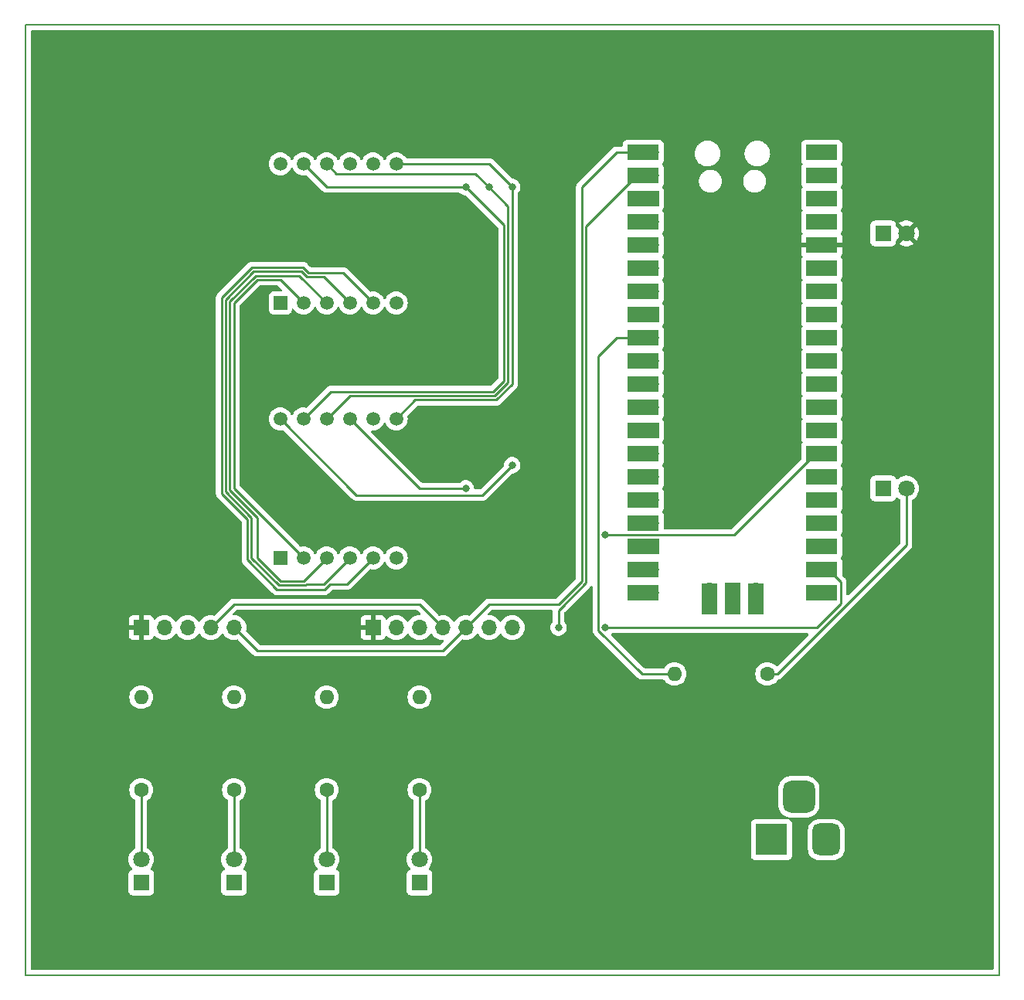
<source format=gbr>
%TF.GenerationSoftware,KiCad,Pcbnew,7.0.5-0*%
%TF.CreationDate,2023-07-14T21:04:26-05:00*%
%TF.ProjectId,lab-env-sensor-hw,6c61622d-656e-4762-9d73-656e736f722d,rev?*%
%TF.SameCoordinates,Original*%
%TF.FileFunction,Copper,L1,Top*%
%TF.FilePolarity,Positive*%
%FSLAX46Y46*%
G04 Gerber Fmt 4.6, Leading zero omitted, Abs format (unit mm)*
G04 Created by KiCad (PCBNEW 7.0.5-0) date 2023-07-14 21:04:26*
%MOMM*%
%LPD*%
G01*
G04 APERTURE LIST*
G04 Aperture macros list*
%AMRoundRect*
0 Rectangle with rounded corners*
0 $1 Rounding radius*
0 $2 $3 $4 $5 $6 $7 $8 $9 X,Y pos of 4 corners*
0 Add a 4 corners polygon primitive as box body*
4,1,4,$2,$3,$4,$5,$6,$7,$8,$9,$2,$3,0*
0 Add four circle primitives for the rounded corners*
1,1,$1+$1,$2,$3*
1,1,$1+$1,$4,$5*
1,1,$1+$1,$6,$7*
1,1,$1+$1,$8,$9*
0 Add four rect primitives between the rounded corners*
20,1,$1+$1,$2,$3,$4,$5,0*
20,1,$1+$1,$4,$5,$6,$7,0*
20,1,$1+$1,$6,$7,$8,$9,0*
20,1,$1+$1,$8,$9,$2,$3,0*%
G04 Aperture macros list end*
%TA.AperFunction,NonConductor*%
%ADD10C,0.200000*%
%TD*%
%TA.AperFunction,ComponentPad*%
%ADD11R,1.500000X1.500000*%
%TD*%
%TA.AperFunction,ComponentPad*%
%ADD12C,1.500000*%
%TD*%
%TA.AperFunction,ComponentPad*%
%ADD13R,3.500000X3.500000*%
%TD*%
%TA.AperFunction,ComponentPad*%
%ADD14RoundRect,0.750000X0.750000X1.000000X-0.750000X1.000000X-0.750000X-1.000000X0.750000X-1.000000X0*%
%TD*%
%TA.AperFunction,ComponentPad*%
%ADD15RoundRect,0.875000X0.875000X0.875000X-0.875000X0.875000X-0.875000X-0.875000X0.875000X-0.875000X0*%
%TD*%
%TA.AperFunction,SMDPad,CuDef*%
%ADD16R,1.700000X3.500000*%
%TD*%
%TA.AperFunction,ComponentPad*%
%ADD17O,1.700000X1.700000*%
%TD*%
%TA.AperFunction,ComponentPad*%
%ADD18R,1.700000X1.700000*%
%TD*%
%TA.AperFunction,SMDPad,CuDef*%
%ADD19R,3.500000X1.700000*%
%TD*%
%TA.AperFunction,ComponentPad*%
%ADD20R,1.800000X1.800000*%
%TD*%
%TA.AperFunction,ComponentPad*%
%ADD21C,1.800000*%
%TD*%
%TA.AperFunction,ComponentPad*%
%ADD22C,1.600000*%
%TD*%
%TA.AperFunction,ComponentPad*%
%ADD23O,1.600000X1.600000*%
%TD*%
%TA.AperFunction,ViaPad*%
%ADD24C,0.800000*%
%TD*%
%TA.AperFunction,Conductor*%
%ADD25C,0.250000*%
%TD*%
G04 APERTURE END LIST*
D10*
X55880000Y-30480000D02*
X162560000Y-30480000D01*
X162560000Y-134620000D01*
X55880000Y-134620000D01*
X55880000Y-30480000D01*
D11*
%TO.P,U2,1,e*%
%TO.N,Net-(U1-e)*%
X83820000Y-88900000D03*
D12*
%TO.P,U2,2,d*%
%TO.N,Net-(U1-d)*%
X86360000Y-88900000D03*
%TO.P,U2,3,DPX*%
%TO.N,Net-(U1-DPX)*%
X88900000Y-88900000D03*
%TO.P,U2,4,c*%
%TO.N,Net-(U1-c)*%
X91440000Y-88900000D03*
%TO.P,U2,5,g*%
%TO.N,Net-(U1-g)*%
X93980000Y-88900000D03*
%TO.P,U2,6,CA4*%
%TO.N,unconnected-(U2-CA4-Pad6)*%
X96520000Y-88900000D03*
%TO.P,U2,7,b*%
%TO.N,Net-(U1-b)*%
X96520000Y-73660000D03*
%TO.P,U2,8,CA3*%
%TO.N,/SEL_G_3*%
X93980000Y-73660000D03*
%TO.P,U2,9,CA2*%
%TO.N,/SEL_G_2*%
X91440000Y-73660000D03*
%TO.P,U2,10,f*%
%TO.N,Net-(U1-f)*%
X88900000Y-73660000D03*
%TO.P,U2,11,a*%
%TO.N,Net-(U1-a)*%
X86360000Y-73660000D03*
%TO.P,U2,12,CA1*%
%TO.N,/SEL_G_1*%
X83820000Y-73660000D03*
%TD*%
D13*
%TO.P,J1,1*%
%TO.N,+5V*%
X137620000Y-119760000D03*
D14*
%TO.P,J1,2*%
%TO.N,GND*%
X143620000Y-119760000D03*
D15*
%TO.P,J1,3*%
%TO.N,N/C*%
X140620000Y-115060000D03*
%TD*%
D16*
%TO.P,U3,43,SWDIO*%
%TO.N,unconnected-(U3-SWDIO-Pad43)*%
X135890000Y-93380000D03*
D17*
X135890000Y-92480000D03*
D16*
%TO.P,U3,42,GND*%
%TO.N,GND*%
X133350000Y-93380000D03*
D18*
X133350000Y-92480000D03*
D16*
%TO.P,U3,41,SWCLK*%
%TO.N,unconnected-(U3-SWCLK-Pad41)*%
X130810000Y-93380000D03*
D17*
X130810000Y-92480000D03*
D19*
%TO.P,U3,40,VBUS*%
%TO.N,unconnected-(U3-VBUS-Pad40)*%
X143140000Y-44450000D03*
D17*
X142240000Y-44450000D03*
D19*
%TO.P,U3,39,VSYS*%
%TO.N,+5V*%
X143140000Y-46990000D03*
D17*
X142240000Y-46990000D03*
D19*
%TO.P,U3,38,GND*%
%TO.N,GND*%
X143140000Y-49530000D03*
D18*
X142240000Y-49530000D03*
D19*
%TO.P,U3,37,3V3_EN*%
%TO.N,unconnected-(U3-3V3_EN-Pad37)*%
X143140000Y-52070000D03*
D17*
X142240000Y-52070000D03*
D19*
%TO.P,U3,36,3V3*%
%TO.N,+3V3*%
X143140000Y-54610000D03*
D17*
X142240000Y-54610000D03*
D19*
%TO.P,U3,35,ADC_VREF*%
%TO.N,unconnected-(U3-ADC_VREF-Pad35)*%
X143140000Y-57150000D03*
D17*
X142240000Y-57150000D03*
D19*
%TO.P,U3,34,GPIO28_ADC2*%
%TO.N,unconnected-(U3-GPIO28_ADC2-Pad34)*%
X143140000Y-59690000D03*
D17*
X142240000Y-59690000D03*
D19*
%TO.P,U3,33,AGND*%
%TO.N,unconnected-(U3-AGND-Pad33)*%
X143140000Y-62230000D03*
D18*
X142240000Y-62230000D03*
D19*
%TO.P,U3,32,GPIO27_ADC1*%
%TO.N,unconnected-(U3-GPIO27_ADC1-Pad32)*%
X143140000Y-64770000D03*
D17*
X142240000Y-64770000D03*
D19*
%TO.P,U3,31,GPIO26_ADC0*%
%TO.N,unconnected-(U3-GPIO26_ADC0-Pad31)*%
X143140000Y-67310000D03*
D17*
X142240000Y-67310000D03*
D19*
%TO.P,U3,30,RUN*%
%TO.N,unconnected-(U3-RUN-Pad30)*%
X143140000Y-69850000D03*
D17*
X142240000Y-69850000D03*
D19*
%TO.P,U3,29,GPIO22*%
%TO.N,Net-(U1-DPX)*%
X143140000Y-72390000D03*
D17*
X142240000Y-72390000D03*
D19*
%TO.P,U3,28,GND*%
%TO.N,GND*%
X143140000Y-74930000D03*
D18*
X142240000Y-74930000D03*
D19*
%TO.P,U3,27,GPIO21*%
%TO.N,Net-(U1-g)*%
X143140000Y-77470000D03*
D17*
X142240000Y-77470000D03*
D19*
%TO.P,U3,26,GPIO20*%
%TO.N,Net-(U1-f)*%
X143140000Y-80010000D03*
D17*
X142240000Y-80010000D03*
D19*
%TO.P,U3,25,GPIO19*%
%TO.N,Net-(U1-e)*%
X143140000Y-82550000D03*
D17*
X142240000Y-82550000D03*
D19*
%TO.P,U3,24,GPIO18*%
%TO.N,Net-(U1-d)*%
X143140000Y-85090000D03*
D17*
X142240000Y-85090000D03*
D19*
%TO.P,U3,23,GND*%
%TO.N,GND*%
X143140000Y-87630000D03*
D18*
X142240000Y-87630000D03*
D19*
%TO.P,U3,22,GPIO17*%
%TO.N,Net-(U1-c)*%
X143140000Y-90170000D03*
D17*
X142240000Y-90170000D03*
D19*
%TO.P,U3,21,GPIO16*%
%TO.N,Net-(U1-b)*%
X143140000Y-92710000D03*
D17*
X142240000Y-92710000D03*
D19*
%TO.P,U3,20,GPIO15*%
%TO.N,Net-(U1-a)*%
X123560000Y-92710000D03*
D17*
X124460000Y-92710000D03*
D19*
%TO.P,U3,19,GPIO14*%
%TO.N,unconnected-(U3-GPIO14-Pad19)*%
X123560000Y-90170000D03*
D17*
X124460000Y-90170000D03*
D19*
%TO.P,U3,18,GND*%
%TO.N,GND*%
X123560000Y-87630000D03*
D18*
X124460000Y-87630000D03*
D19*
%TO.P,U3,17,GPIO13*%
%TO.N,/SEL_G_3*%
X123560000Y-85090000D03*
D17*
X124460000Y-85090000D03*
D19*
%TO.P,U3,16,GPIO12*%
%TO.N,/SEL_G_2*%
X123560000Y-82550000D03*
D17*
X124460000Y-82550000D03*
D19*
%TO.P,U3,15,GPIO11*%
%TO.N,/SEL_G_1*%
X123560000Y-80010000D03*
D17*
X124460000Y-80010000D03*
D19*
%TO.P,U3,14,GPIO10*%
%TO.N,/SEL_R_3*%
X123560000Y-77470000D03*
D17*
X124460000Y-77470000D03*
D19*
%TO.P,U3,13,GND*%
%TO.N,GND*%
X123560000Y-74930000D03*
D18*
X124460000Y-74930000D03*
D19*
%TO.P,U3,12,GPIO9*%
%TO.N,/SEL_R_2*%
X123560000Y-72390000D03*
D17*
X124460000Y-72390000D03*
D19*
%TO.P,U3,11,GPIO8*%
%TO.N,/SEL_R_1*%
X123560000Y-69850000D03*
D17*
X124460000Y-69850000D03*
D19*
%TO.P,U3,10,GPIO7*%
%TO.N,unconnected-(U3-GPIO7-Pad10)*%
X123560000Y-67310000D03*
D17*
X124460000Y-67310000D03*
D19*
%TO.P,U3,9,GPIO6*%
%TO.N,/ERR*%
X123560000Y-64770000D03*
D17*
X124460000Y-64770000D03*
D19*
%TO.P,U3,8,GND*%
%TO.N,GND*%
X123560000Y-62230000D03*
D18*
X124460000Y-62230000D03*
D19*
%TO.P,U3,7,GPIO5*%
%TO.N,/PROG_4*%
X123560000Y-59690000D03*
D17*
X124460000Y-59690000D03*
D19*
%TO.P,U3,6,GPIO4*%
%TO.N,/PROG_3*%
X123560000Y-57150000D03*
D17*
X124460000Y-57150000D03*
D19*
%TO.P,U3,5,GPIO3*%
%TO.N,/PROG_2*%
X123560000Y-54610000D03*
D17*
X124460000Y-54610000D03*
D19*
%TO.P,U3,4,GPIO2*%
%TO.N,/PROG_1*%
X123560000Y-52070000D03*
D17*
X124460000Y-52070000D03*
D19*
%TO.P,U3,3,GND*%
%TO.N,GND*%
X123560000Y-49530000D03*
D18*
X124460000Y-49530000D03*
D19*
%TO.P,U3,2,GPIO1*%
%TO.N,/SCL*%
X123560000Y-46990000D03*
D17*
X124460000Y-46990000D03*
D19*
%TO.P,U3,1,GPIO0*%
%TO.N,/SDA*%
X123560000Y-44450000D03*
D17*
X124460000Y-44450000D03*
%TD*%
D18*
%TO.P,J2,1,VIN*%
%TO.N,+3V3*%
X93980000Y-96520000D03*
D17*
%TO.P,J2,2,3Vo*%
%TO.N,unconnected-(J2-3Vo-Pad2)*%
X96520000Y-96520000D03*
%TO.P,J2,3,GND*%
%TO.N,GND*%
X99060000Y-96520000D03*
%TO.P,J2,4,SCL*%
%TO.N,/SCL*%
X101600000Y-96520000D03*
%TO.P,J2,5,SDA*%
%TO.N,/SDA*%
X104140000Y-96520000D03*
%TO.P,J2,6,RST*%
%TO.N,unconnected-(J2-RST-Pad6)*%
X106680000Y-96520000D03*
%TO.P,J2,7,SET*%
%TO.N,unconnected-(J2-SET-Pad7)*%
X109220000Y-96520000D03*
%TD*%
D20*
%TO.P,D3,1,K*%
%TO.N,GND*%
X68580000Y-124460000D03*
D21*
%TO.P,D3,2,A*%
%TO.N,Net-(D3-A)*%
X68580000Y-121920000D03*
%TD*%
D22*
%TO.P,R1,1*%
%TO.N,Net-(D2-A)*%
X137160000Y-101600000D03*
D23*
%TO.P,R1,2*%
%TO.N,/ERR*%
X127000000Y-101600000D03*
%TD*%
D20*
%TO.P,D4,1,K*%
%TO.N,GND*%
X78740000Y-124460000D03*
D21*
%TO.P,D4,2,A*%
%TO.N,Net-(D4-A)*%
X78740000Y-121920000D03*
%TD*%
D20*
%TO.P,D6,1,K*%
%TO.N,GND*%
X99060000Y-124460000D03*
D21*
%TO.P,D6,2,A*%
%TO.N,Net-(D6-A)*%
X99060000Y-121920000D03*
%TD*%
D20*
%TO.P,D5,1,K*%
%TO.N,GND*%
X88900000Y-124460000D03*
D21*
%TO.P,D5,2,A*%
%TO.N,Net-(D5-A)*%
X88900000Y-121920000D03*
%TD*%
D22*
%TO.P,R5,1*%
%TO.N,Net-(D6-A)*%
X99060000Y-114300000D03*
D23*
%TO.P,R5,2*%
%TO.N,/PROG_4*%
X99060000Y-104140000D03*
%TD*%
D20*
%TO.P,D1,1,K*%
%TO.N,GND*%
X149860000Y-53340000D03*
D21*
%TO.P,D1,2,A*%
%TO.N,+3V3*%
X152400000Y-53340000D03*
%TD*%
D22*
%TO.P,R4,1*%
%TO.N,Net-(D5-A)*%
X88900000Y-114300000D03*
D23*
%TO.P,R4,2*%
%TO.N,/PROG_3*%
X88900000Y-104140000D03*
%TD*%
D20*
%TO.P,D2,1,K*%
%TO.N,GND*%
X149860000Y-81280000D03*
D21*
%TO.P,D2,2,A*%
%TO.N,Net-(D2-A)*%
X152400000Y-81280000D03*
%TD*%
D18*
%TO.P,J3,1,Pin_1*%
%TO.N,+3V3*%
X68580000Y-96520000D03*
D17*
%TO.P,J3,2,Pin_2*%
%TO.N,unconnected-(J3-Pin_2-Pad2)*%
X71120000Y-96520000D03*
%TO.P,J3,3,Pin_3*%
%TO.N,GND*%
X73660000Y-96520000D03*
%TO.P,J3,4,Pin_4*%
%TO.N,/SCL*%
X76200000Y-96520000D03*
%TO.P,J3,5,Pin_5*%
%TO.N,/SDA*%
X78740000Y-96520000D03*
%TD*%
D22*
%TO.P,R2,1*%
%TO.N,Net-(D3-A)*%
X68580000Y-114300000D03*
D23*
%TO.P,R2,2*%
%TO.N,/PROG_1*%
X68580000Y-104140000D03*
%TD*%
D22*
%TO.P,R3,1*%
%TO.N,Net-(D4-A)*%
X78740000Y-114300000D03*
D23*
%TO.P,R3,2*%
%TO.N,/PROG_2*%
X78740000Y-104140000D03*
%TD*%
D11*
%TO.P,U1,1,e*%
%TO.N,Net-(U1-e)*%
X83820000Y-60960000D03*
D12*
%TO.P,U1,2,d*%
%TO.N,Net-(U1-d)*%
X86360000Y-60960000D03*
%TO.P,U1,3,DPX*%
%TO.N,Net-(U1-DPX)*%
X88900000Y-60960000D03*
%TO.P,U1,4,c*%
%TO.N,Net-(U1-c)*%
X91440000Y-60960000D03*
%TO.P,U1,5,g*%
%TO.N,Net-(U1-g)*%
X93980000Y-60960000D03*
%TO.P,U1,6,CC4*%
%TO.N,unconnected-(U1-CC4-Pad6)*%
X96520000Y-60960000D03*
%TO.P,U1,7,b*%
%TO.N,Net-(U1-b)*%
X96520000Y-45720000D03*
%TO.P,U1,8,CC3*%
%TO.N,/SEL_R_3*%
X93980000Y-45720000D03*
%TO.P,U1,9,CC2*%
%TO.N,/SEL_R_2*%
X91440000Y-45720000D03*
%TO.P,U1,10,f*%
%TO.N,Net-(U1-f)*%
X88900000Y-45720000D03*
%TO.P,U1,11,a*%
%TO.N,Net-(U1-a)*%
X86360000Y-45720000D03*
%TO.P,U1,12,CC1*%
%TO.N,/SEL_R_1*%
X83820000Y-45720000D03*
%TD*%
D24*
%TO.N,Net-(U1-g)*%
X119380000Y-86360000D03*
%TO.N,Net-(U1-c)*%
X119380000Y-96520000D03*
%TO.N,Net-(U1-a)*%
X104140000Y-48260000D03*
%TO.N,Net-(U1-f)*%
X106680000Y-48260000D03*
%TO.N,Net-(U1-b)*%
X109220000Y-48260000D03*
%TO.N,/SEL_G_1*%
X109220000Y-78740000D03*
%TO.N,/SEL_G_2*%
X104140000Y-81280000D03*
X104140000Y-81280000D03*
%TO.N,/SCL*%
X114300000Y-96520000D03*
%TD*%
D25*
%TO.N,/ERR*%
X127000000Y-101600000D02*
X123434695Y-101600000D01*
X118655000Y-96820305D02*
X118655000Y-66765000D01*
X120650000Y-64770000D02*
X124460000Y-64770000D01*
X123434695Y-101600000D02*
X118655000Y-96820305D01*
X118655000Y-66765000D02*
X120650000Y-64770000D01*
%TO.N,Net-(D2-A)*%
X137160000Y-101600000D02*
X138291370Y-101600000D01*
X138291370Y-101600000D02*
X152400000Y-87491370D01*
X152400000Y-87491370D02*
X152400000Y-81280000D01*
%TO.N,Net-(D6-A)*%
X99060000Y-114300000D02*
X99060000Y-121920000D01*
%TO.N,Net-(D5-A)*%
X88900000Y-114300000D02*
X88900000Y-121920000D01*
%TO.N,Net-(D4-A)*%
X78740000Y-114300000D02*
X78740000Y-121920000D01*
%TO.N,Net-(D3-A)*%
X68580000Y-114300000D02*
X68580000Y-121920000D01*
%TO.N,Net-(U1-g)*%
X119380000Y-86360000D02*
X133540000Y-86360000D01*
X133540000Y-86360000D02*
X142240000Y-77660000D01*
X142240000Y-77660000D02*
X142240000Y-77470000D01*
%TO.N,Net-(U1-c)*%
X142580000Y-96520000D02*
X119380000Y-96520000D01*
X145215000Y-93885000D02*
X142580000Y-96520000D01*
X145215000Y-91535000D02*
X145215000Y-93885000D01*
X143850000Y-90170000D02*
X145215000Y-91535000D01*
X142240000Y-90170000D02*
X143850000Y-90170000D01*
%TO.N,Net-(U1-f)*%
X106680000Y-48260000D02*
X108770000Y-50350000D01*
%TO.N,/SEL_G_1*%
X109220000Y-78740000D02*
X105955000Y-82005000D01*
X105955000Y-82005000D02*
X92165000Y-82005000D01*
X92165000Y-82005000D02*
X83820000Y-73660000D01*
%TO.N,/SEL_G_2*%
X104140000Y-81280000D02*
X99060000Y-81280000D01*
X99060000Y-81280000D02*
X91440000Y-73660000D01*
%TO.N,Net-(U1-g)*%
X93980000Y-60960000D02*
X90671802Y-57651802D01*
X90671802Y-57651802D02*
X86864594Y-57651802D01*
X86864594Y-57651802D02*
X86282792Y-57070000D01*
X88636396Y-92340000D02*
X89218198Y-91758198D01*
X86282792Y-57070000D02*
X80720812Y-57070000D01*
X80720812Y-57070000D02*
X77390000Y-60400812D01*
X80193604Y-89086396D02*
X83447208Y-92340000D01*
X77390000Y-60400812D02*
X77390000Y-81839188D01*
X77390000Y-81839188D02*
X80193604Y-84642792D01*
X80193604Y-84642792D02*
X80193604Y-89086396D01*
X91121802Y-91758198D02*
X93980000Y-88900000D01*
X83447208Y-92340000D02*
X88636396Y-92340000D01*
X89218198Y-91758198D02*
X91121802Y-91758198D01*
%TO.N,Net-(U1-c)*%
X91440000Y-88900000D02*
X88581802Y-91758198D01*
X88581802Y-91758198D02*
X86678198Y-91758198D01*
X86678198Y-91758198D02*
X86546396Y-91890000D01*
X86546396Y-91890000D02*
X83633604Y-91890000D01*
X88581802Y-58101802D02*
X91440000Y-60960000D01*
X83633604Y-91890000D02*
X80643604Y-88900000D01*
X77840000Y-81652792D02*
X77840000Y-60587208D01*
X80643604Y-88900000D02*
X80643604Y-84456396D01*
X80643604Y-84456396D02*
X77840000Y-81652792D01*
X77840000Y-60587208D02*
X80907208Y-57520000D01*
X80907208Y-57520000D02*
X86096396Y-57520000D01*
X86096396Y-57520000D02*
X86678198Y-58101802D01*
X86678198Y-58101802D02*
X88581802Y-58101802D01*
%TO.N,Net-(U1-DPX)*%
X88900000Y-60960000D02*
X85910000Y-57970000D01*
X81280000Y-88900000D02*
X83820000Y-91440000D01*
X85910000Y-57970000D02*
X81093604Y-57970000D01*
X81093604Y-57970000D02*
X78290000Y-60773604D01*
X78290000Y-60773604D02*
X78290000Y-81466396D01*
X78290000Y-81466396D02*
X81280000Y-84456396D01*
X81280000Y-84456396D02*
X81280000Y-88900000D01*
X83820000Y-91440000D02*
X86360000Y-91440000D01*
X86360000Y-91440000D02*
X88900000Y-88900000D01*
%TO.N,Net-(U1-d)*%
X81280000Y-58420000D02*
X78740000Y-60960000D01*
X86360000Y-60960000D02*
X83820000Y-58420000D01*
X83820000Y-58420000D02*
X81280000Y-58420000D01*
X78740000Y-60960000D02*
X78740000Y-81280000D01*
X78740000Y-81280000D02*
X86360000Y-88900000D01*
%TO.N,Net-(U1-b)*%
X96520000Y-45720000D02*
X106680000Y-45720000D01*
X109220000Y-69852792D02*
X107502792Y-71570000D01*
X106680000Y-45720000D02*
X109220000Y-48260000D01*
X109220000Y-48260000D02*
X109220000Y-69852792D01*
X107502792Y-71570000D02*
X98610000Y-71570000D01*
X98610000Y-71570000D02*
X96520000Y-73660000D01*
%TO.N,Net-(U1-f)*%
X108770000Y-50350000D02*
X108770000Y-69666396D01*
X108770000Y-69666396D02*
X107316396Y-71120000D01*
X107316396Y-71120000D02*
X91440000Y-71120000D01*
%TO.N,Net-(U1-a)*%
X86360000Y-45720000D02*
X88900000Y-48260000D01*
X89350000Y-70670000D02*
X86360000Y-73660000D01*
X88900000Y-48260000D02*
X104140000Y-48260000D01*
X108320000Y-52440000D02*
X108320000Y-69480000D01*
X104140000Y-48260000D02*
X108320000Y-52440000D01*
X108320000Y-69480000D02*
X107130000Y-70670000D01*
X107130000Y-70670000D02*
X89350000Y-70670000D01*
%TO.N,Net-(U1-f)*%
X88900000Y-45720000D02*
X89975000Y-46795000D01*
X105215000Y-46795000D02*
X106680000Y-48260000D01*
X89975000Y-46795000D02*
X105215000Y-46795000D01*
X91440000Y-71120000D02*
X88900000Y-73660000D01*
%TO.N,/SCL*%
X117290000Y-91626396D02*
X114618198Y-94298198D01*
X117290000Y-88900000D02*
X117290000Y-91626396D01*
X117290000Y-58420000D02*
X117290000Y-78740000D01*
X122850000Y-46990000D02*
X117290000Y-52550000D01*
X124460000Y-46990000D02*
X122850000Y-46990000D01*
X117290000Y-78740000D02*
X117290000Y-88900000D01*
X117290000Y-52550000D02*
X117290000Y-58420000D01*
X114618198Y-94298198D02*
X114300000Y-94616396D01*
X114300000Y-94616396D02*
X114300000Y-96520000D01*
%TO.N,/SDA*%
X104140000Y-96520000D02*
X106680000Y-93980000D01*
X106680000Y-93980000D02*
X114300000Y-93980000D01*
X120650000Y-44450000D02*
X124460000Y-44450000D01*
X114300000Y-93980000D02*
X116840000Y-91440000D01*
X116840000Y-91440000D02*
X116840000Y-48260000D01*
X116840000Y-48260000D02*
X120650000Y-44450000D01*
X104140000Y-96520000D02*
X101600000Y-99060000D01*
X101600000Y-99060000D02*
X81280000Y-99060000D01*
X81280000Y-99060000D02*
X78740000Y-96520000D01*
%TO.N,/SCL*%
X99060000Y-93980000D02*
X78740000Y-93980000D01*
X101600000Y-96520000D02*
X99060000Y-93980000D01*
X78740000Y-93980000D02*
X76200000Y-96520000D01*
%TD*%
%TA.AperFunction,Conductor*%
%TO.N,+3V3*%
G36*
X98816587Y-94625185D02*
G01*
X98837229Y-94641819D01*
X99148069Y-94952660D01*
X99181554Y-95013983D01*
X99176570Y-95083675D01*
X99134698Y-95139608D01*
X99069234Y-95164025D01*
X99060388Y-95164341D01*
X99059999Y-95164341D01*
X98824596Y-95184936D01*
X98824586Y-95184938D01*
X98596344Y-95246094D01*
X98596335Y-95246098D01*
X98382171Y-95345964D01*
X98382169Y-95345965D01*
X98188597Y-95481505D01*
X98021505Y-95648597D01*
X97891575Y-95834158D01*
X97836998Y-95877783D01*
X97767500Y-95884977D01*
X97705145Y-95853454D01*
X97688425Y-95834158D01*
X97558494Y-95648597D01*
X97391402Y-95481506D01*
X97391395Y-95481501D01*
X97197834Y-95345967D01*
X97197830Y-95345965D01*
X97126727Y-95312809D01*
X96983663Y-95246097D01*
X96983659Y-95246096D01*
X96983655Y-95246094D01*
X96755413Y-95184938D01*
X96755403Y-95184936D01*
X96520001Y-95164341D01*
X96519999Y-95164341D01*
X96284596Y-95184936D01*
X96284586Y-95184938D01*
X96056344Y-95246094D01*
X96056335Y-95246098D01*
X95842171Y-95345964D01*
X95842169Y-95345965D01*
X95648600Y-95481503D01*
X95526284Y-95603819D01*
X95464961Y-95637303D01*
X95395269Y-95632319D01*
X95339336Y-95590447D01*
X95322421Y-95559470D01*
X95273354Y-95427913D01*
X95273350Y-95427906D01*
X95187190Y-95312812D01*
X95187187Y-95312809D01*
X95072093Y-95226649D01*
X95072086Y-95226645D01*
X94937379Y-95176403D01*
X94937372Y-95176401D01*
X94877844Y-95170000D01*
X94230000Y-95170000D01*
X94230000Y-96084498D01*
X94122315Y-96035320D01*
X94015763Y-96020000D01*
X93944237Y-96020000D01*
X93837685Y-96035320D01*
X93730000Y-96084498D01*
X93730000Y-95170000D01*
X93082155Y-95170000D01*
X93022627Y-95176401D01*
X93022620Y-95176403D01*
X92887913Y-95226645D01*
X92887906Y-95226649D01*
X92772812Y-95312809D01*
X92772809Y-95312812D01*
X92686649Y-95427906D01*
X92686645Y-95427913D01*
X92636403Y-95562620D01*
X92636401Y-95562627D01*
X92630000Y-95622155D01*
X92630000Y-95622172D01*
X92629999Y-96269999D01*
X92630000Y-96270000D01*
X93546314Y-96270000D01*
X93520507Y-96310156D01*
X93480000Y-96448111D01*
X93480000Y-96591889D01*
X93520507Y-96729844D01*
X93546314Y-96770000D01*
X92630000Y-96770000D01*
X92630000Y-97417844D01*
X92636401Y-97477372D01*
X92636403Y-97477379D01*
X92686645Y-97612086D01*
X92686649Y-97612093D01*
X92772809Y-97727187D01*
X92772812Y-97727190D01*
X92887906Y-97813350D01*
X92887913Y-97813354D01*
X93022620Y-97863596D01*
X93022627Y-97863598D01*
X93082155Y-97869999D01*
X93082172Y-97870000D01*
X93730000Y-97870000D01*
X93730000Y-96955501D01*
X93837685Y-97004680D01*
X93944237Y-97020000D01*
X94015763Y-97020000D01*
X94122315Y-97004680D01*
X94230000Y-96955501D01*
X94230000Y-97870000D01*
X94877828Y-97870000D01*
X94877844Y-97869999D01*
X94937372Y-97863598D01*
X94937379Y-97863596D01*
X95072086Y-97813354D01*
X95072093Y-97813350D01*
X95187187Y-97727190D01*
X95187190Y-97727187D01*
X95273350Y-97612093D01*
X95273354Y-97612086D01*
X95322422Y-97480529D01*
X95364293Y-97424595D01*
X95429757Y-97400178D01*
X95498030Y-97415030D01*
X95526285Y-97436181D01*
X95648599Y-97558495D01*
X95725135Y-97612086D01*
X95842165Y-97694032D01*
X95842167Y-97694033D01*
X95842170Y-97694035D01*
X96056337Y-97793903D01*
X96284592Y-97855063D01*
X96455319Y-97870000D01*
X96519999Y-97875659D01*
X96520000Y-97875659D01*
X96520001Y-97875659D01*
X96584681Y-97870000D01*
X96755408Y-97855063D01*
X96983663Y-97793903D01*
X97197830Y-97694035D01*
X97391401Y-97558495D01*
X97558495Y-97391401D01*
X97688426Y-97205840D01*
X97743001Y-97162217D01*
X97812499Y-97155023D01*
X97874854Y-97186546D01*
X97891574Y-97205841D01*
X97923819Y-97251891D01*
X98021505Y-97391401D01*
X98188599Y-97558495D01*
X98265135Y-97612086D01*
X98382165Y-97694032D01*
X98382167Y-97694033D01*
X98382170Y-97694035D01*
X98596337Y-97793903D01*
X98824592Y-97855063D01*
X98995319Y-97870000D01*
X99059999Y-97875659D01*
X99060000Y-97875659D01*
X99060001Y-97875659D01*
X99124681Y-97870000D01*
X99295408Y-97855063D01*
X99523663Y-97793903D01*
X99737830Y-97694035D01*
X99931401Y-97558495D01*
X100098495Y-97391401D01*
X100227807Y-97206725D01*
X100228425Y-97205842D01*
X100283002Y-97162217D01*
X100352500Y-97155023D01*
X100414855Y-97186546D01*
X100431575Y-97205842D01*
X100561500Y-97391395D01*
X100561505Y-97391401D01*
X100728599Y-97558495D01*
X100805135Y-97612086D01*
X100922165Y-97694032D01*
X100922167Y-97694033D01*
X100922170Y-97694035D01*
X101136337Y-97793903D01*
X101364592Y-97855063D01*
X101535319Y-97870000D01*
X101599999Y-97875659D01*
X101600387Y-97875659D01*
X101600551Y-97875707D01*
X101605394Y-97876131D01*
X101605308Y-97877104D01*
X101667426Y-97895344D01*
X101713181Y-97948148D01*
X101723125Y-98017306D01*
X101694100Y-98080862D01*
X101688068Y-98087340D01*
X101377228Y-98398181D01*
X101315905Y-98431666D01*
X101289547Y-98434500D01*
X81590453Y-98434500D01*
X81523414Y-98414815D01*
X81502772Y-98398181D01*
X80080237Y-96975646D01*
X80046752Y-96914323D01*
X80048142Y-96855876D01*
X80075063Y-96755408D01*
X80095659Y-96520000D01*
X80075063Y-96284592D01*
X80013903Y-96056337D01*
X79914035Y-95842171D01*
X79908425Y-95834158D01*
X79778494Y-95648597D01*
X79611402Y-95481506D01*
X79611395Y-95481501D01*
X79417834Y-95345967D01*
X79417830Y-95345965D01*
X79346727Y-95312809D01*
X79203663Y-95246097D01*
X79203659Y-95246096D01*
X79203655Y-95246094D01*
X78975413Y-95184938D01*
X78975403Y-95184936D01*
X78740001Y-95164341D01*
X78739611Y-95164341D01*
X78739445Y-95164292D01*
X78734606Y-95163869D01*
X78734691Y-95162896D01*
X78672572Y-95144656D01*
X78626817Y-95091852D01*
X78616873Y-95022694D01*
X78645898Y-94959138D01*
X78651930Y-94952660D01*
X78729105Y-94875486D01*
X78962771Y-94641819D01*
X79024095Y-94608334D01*
X79050453Y-94605500D01*
X98749548Y-94605500D01*
X98816587Y-94625185D01*
G37*
%TD.AperFunction*%
%TA.AperFunction,Conductor*%
G36*
X161902539Y-31100185D02*
G01*
X161948294Y-31152989D01*
X161959500Y-31204500D01*
X161959500Y-133895500D01*
X161939815Y-133962539D01*
X161887011Y-134008294D01*
X161835500Y-134019500D01*
X56604500Y-134019500D01*
X56537461Y-133999815D01*
X56491706Y-133947011D01*
X56480500Y-133895500D01*
X56480500Y-121920006D01*
X67174700Y-121920006D01*
X67193864Y-122151297D01*
X67193866Y-122151308D01*
X67250842Y-122376300D01*
X67344075Y-122588848D01*
X67471016Y-122783147D01*
X67471019Y-122783151D01*
X67471021Y-122783153D01*
X67565803Y-122886114D01*
X67596724Y-122948767D01*
X67588864Y-123018193D01*
X67544716Y-123072348D01*
X67517906Y-123086277D01*
X67437669Y-123116203D01*
X67437664Y-123116206D01*
X67322455Y-123202452D01*
X67322452Y-123202455D01*
X67236206Y-123317664D01*
X67236202Y-123317671D01*
X67185908Y-123452517D01*
X67179501Y-123512116D01*
X67179501Y-123512123D01*
X67179500Y-123512135D01*
X67179500Y-125407870D01*
X67179501Y-125407876D01*
X67185908Y-125467483D01*
X67236202Y-125602328D01*
X67236206Y-125602335D01*
X67322452Y-125717544D01*
X67322455Y-125717547D01*
X67437664Y-125803793D01*
X67437671Y-125803797D01*
X67572517Y-125854091D01*
X67572516Y-125854091D01*
X67579444Y-125854835D01*
X67632127Y-125860500D01*
X69527872Y-125860499D01*
X69587483Y-125854091D01*
X69722331Y-125803796D01*
X69837546Y-125717546D01*
X69923796Y-125602331D01*
X69974091Y-125467483D01*
X69980500Y-125407873D01*
X69980499Y-123512128D01*
X69974091Y-123452517D01*
X69923796Y-123317669D01*
X69923795Y-123317668D01*
X69923793Y-123317664D01*
X69837547Y-123202455D01*
X69837544Y-123202452D01*
X69722335Y-123116206D01*
X69722328Y-123116202D01*
X69642094Y-123086277D01*
X69586160Y-123044406D01*
X69561743Y-122978941D01*
X69576595Y-122910668D01*
X69594190Y-122886121D01*
X69688979Y-122783153D01*
X69815924Y-122588849D01*
X69909157Y-122376300D01*
X69966134Y-122151305D01*
X69966135Y-122151297D01*
X69985300Y-121920006D01*
X77334700Y-121920006D01*
X77353864Y-122151297D01*
X77353866Y-122151308D01*
X77410842Y-122376300D01*
X77504075Y-122588848D01*
X77631016Y-122783147D01*
X77631019Y-122783151D01*
X77631021Y-122783153D01*
X77725803Y-122886114D01*
X77756724Y-122948767D01*
X77748864Y-123018193D01*
X77704716Y-123072348D01*
X77677906Y-123086277D01*
X77597669Y-123116203D01*
X77597664Y-123116206D01*
X77482455Y-123202452D01*
X77482452Y-123202455D01*
X77396206Y-123317664D01*
X77396202Y-123317671D01*
X77345908Y-123452517D01*
X77339501Y-123512116D01*
X77339501Y-123512123D01*
X77339500Y-123512135D01*
X77339500Y-125407870D01*
X77339501Y-125407876D01*
X77345908Y-125467483D01*
X77396202Y-125602328D01*
X77396206Y-125602335D01*
X77482452Y-125717544D01*
X77482455Y-125717547D01*
X77597664Y-125803793D01*
X77597671Y-125803797D01*
X77732517Y-125854091D01*
X77732516Y-125854091D01*
X77739444Y-125854835D01*
X77792127Y-125860500D01*
X79687872Y-125860499D01*
X79747483Y-125854091D01*
X79882331Y-125803796D01*
X79997546Y-125717546D01*
X80083796Y-125602331D01*
X80134091Y-125467483D01*
X80140500Y-125407873D01*
X80140499Y-123512128D01*
X80134091Y-123452517D01*
X80083796Y-123317669D01*
X80083795Y-123317668D01*
X80083793Y-123317664D01*
X79997547Y-123202455D01*
X79997544Y-123202452D01*
X79882335Y-123116206D01*
X79882328Y-123116202D01*
X79802094Y-123086277D01*
X79746160Y-123044406D01*
X79721743Y-122978941D01*
X79736595Y-122910668D01*
X79754190Y-122886121D01*
X79848979Y-122783153D01*
X79975924Y-122588849D01*
X80069157Y-122376300D01*
X80126134Y-122151305D01*
X80126135Y-122151297D01*
X80145300Y-121920006D01*
X87494700Y-121920006D01*
X87513864Y-122151297D01*
X87513866Y-122151308D01*
X87570842Y-122376300D01*
X87664075Y-122588848D01*
X87791016Y-122783147D01*
X87791019Y-122783151D01*
X87791021Y-122783153D01*
X87885803Y-122886114D01*
X87916724Y-122948767D01*
X87908864Y-123018193D01*
X87864716Y-123072348D01*
X87837906Y-123086277D01*
X87757669Y-123116203D01*
X87757664Y-123116206D01*
X87642455Y-123202452D01*
X87642452Y-123202455D01*
X87556206Y-123317664D01*
X87556202Y-123317671D01*
X87505908Y-123452517D01*
X87499501Y-123512116D01*
X87499501Y-123512123D01*
X87499500Y-123512135D01*
X87499500Y-125407870D01*
X87499501Y-125407876D01*
X87505908Y-125467483D01*
X87556202Y-125602328D01*
X87556206Y-125602335D01*
X87642452Y-125717544D01*
X87642455Y-125717547D01*
X87757664Y-125803793D01*
X87757671Y-125803797D01*
X87892517Y-125854091D01*
X87892516Y-125854091D01*
X87899444Y-125854835D01*
X87952127Y-125860500D01*
X89847872Y-125860499D01*
X89907483Y-125854091D01*
X90042331Y-125803796D01*
X90157546Y-125717546D01*
X90243796Y-125602331D01*
X90294091Y-125467483D01*
X90300500Y-125407873D01*
X90300499Y-123512128D01*
X90294091Y-123452517D01*
X90243796Y-123317669D01*
X90243795Y-123317668D01*
X90243793Y-123317664D01*
X90157547Y-123202455D01*
X90157544Y-123202452D01*
X90042335Y-123116206D01*
X90042328Y-123116202D01*
X89962094Y-123086277D01*
X89906160Y-123044406D01*
X89881743Y-122978941D01*
X89896595Y-122910668D01*
X89914190Y-122886121D01*
X90008979Y-122783153D01*
X90135924Y-122588849D01*
X90229157Y-122376300D01*
X90286134Y-122151305D01*
X90286135Y-122151297D01*
X90305300Y-121920006D01*
X97654700Y-121920006D01*
X97673864Y-122151297D01*
X97673866Y-122151308D01*
X97730842Y-122376300D01*
X97824075Y-122588848D01*
X97951016Y-122783147D01*
X97951019Y-122783151D01*
X97951021Y-122783153D01*
X98045803Y-122886114D01*
X98076724Y-122948767D01*
X98068864Y-123018193D01*
X98024716Y-123072348D01*
X97997906Y-123086277D01*
X97917669Y-123116203D01*
X97917664Y-123116206D01*
X97802455Y-123202452D01*
X97802452Y-123202455D01*
X97716206Y-123317664D01*
X97716202Y-123317671D01*
X97665908Y-123452517D01*
X97659501Y-123512116D01*
X97659501Y-123512123D01*
X97659500Y-123512135D01*
X97659500Y-125407870D01*
X97659501Y-125407876D01*
X97665908Y-125467483D01*
X97716202Y-125602328D01*
X97716206Y-125602335D01*
X97802452Y-125717544D01*
X97802455Y-125717547D01*
X97917664Y-125803793D01*
X97917671Y-125803797D01*
X98052517Y-125854091D01*
X98052516Y-125854091D01*
X98059444Y-125854835D01*
X98112127Y-125860500D01*
X100007872Y-125860499D01*
X100067483Y-125854091D01*
X100202331Y-125803796D01*
X100317546Y-125717546D01*
X100403796Y-125602331D01*
X100454091Y-125467483D01*
X100460500Y-125407873D01*
X100460499Y-123512128D01*
X100454091Y-123452517D01*
X100403796Y-123317669D01*
X100403795Y-123317668D01*
X100403793Y-123317664D01*
X100317547Y-123202455D01*
X100317544Y-123202452D01*
X100202335Y-123116206D01*
X100202328Y-123116202D01*
X100122094Y-123086277D01*
X100066160Y-123044406D01*
X100041743Y-122978941D01*
X100056595Y-122910668D01*
X100074190Y-122886121D01*
X100168979Y-122783153D01*
X100295924Y-122588849D01*
X100389157Y-122376300D01*
X100446134Y-122151305D01*
X100446135Y-122151297D01*
X100465300Y-121920006D01*
X100465300Y-121919993D01*
X100446135Y-121688702D01*
X100446133Y-121688691D01*
X100413004Y-121557870D01*
X135369500Y-121557870D01*
X135369501Y-121557876D01*
X135375908Y-121617483D01*
X135426202Y-121752328D01*
X135426206Y-121752335D01*
X135512452Y-121867544D01*
X135512455Y-121867547D01*
X135627664Y-121953793D01*
X135627671Y-121953797D01*
X135762517Y-122004091D01*
X135762516Y-122004091D01*
X135769444Y-122004835D01*
X135822127Y-122010500D01*
X139417872Y-122010499D01*
X139477483Y-122004091D01*
X139612331Y-121953796D01*
X139727546Y-121867546D01*
X139813796Y-121752331D01*
X139864091Y-121617483D01*
X139870500Y-121557873D01*
X139870500Y-120824208D01*
X141619500Y-120824208D01*
X141619501Y-120824223D01*
X141629904Y-120956413D01*
X141629905Y-120956420D01*
X141684902Y-121174678D01*
X141684903Y-121174681D01*
X141777991Y-121379622D01*
X141777997Y-121379632D01*
X141906174Y-121564645D01*
X141906178Y-121564650D01*
X141906181Y-121564654D01*
X142065346Y-121723819D01*
X142065350Y-121723822D01*
X142065354Y-121723825D01*
X142106506Y-121752335D01*
X142250374Y-121852007D01*
X142455317Y-121945096D01*
X142455321Y-121945097D01*
X142673579Y-122000094D01*
X142673581Y-122000094D01*
X142673588Y-122000096D01*
X142805783Y-122010500D01*
X144434216Y-122010499D01*
X144566412Y-122000096D01*
X144784683Y-121945096D01*
X144989626Y-121852007D01*
X145174654Y-121723819D01*
X145333819Y-121564654D01*
X145462007Y-121379626D01*
X145555096Y-121174683D01*
X145610096Y-120956412D01*
X145620500Y-120824217D01*
X145620499Y-118695784D01*
X145610096Y-118563588D01*
X145555096Y-118345317D01*
X145462007Y-118140374D01*
X145430297Y-118094603D01*
X145333825Y-117955354D01*
X145333822Y-117955350D01*
X145333819Y-117955346D01*
X145174654Y-117796181D01*
X145174650Y-117796178D01*
X145174645Y-117796174D01*
X144989632Y-117667997D01*
X144989630Y-117667995D01*
X144989626Y-117667993D01*
X144955411Y-117652452D01*
X144784681Y-117574903D01*
X144784678Y-117574902D01*
X144566420Y-117519905D01*
X144566413Y-117519904D01*
X144515638Y-117515908D01*
X144434217Y-117509500D01*
X144434215Y-117509500D01*
X142805791Y-117509500D01*
X142805776Y-117509501D01*
X142673586Y-117519904D01*
X142673579Y-117519905D01*
X142455321Y-117574902D01*
X142455318Y-117574903D01*
X142250377Y-117667991D01*
X142250367Y-117667997D01*
X142065354Y-117796174D01*
X142065342Y-117796184D01*
X141906184Y-117955342D01*
X141906174Y-117955354D01*
X141777997Y-118140367D01*
X141777991Y-118140377D01*
X141684903Y-118345318D01*
X141684902Y-118345321D01*
X141629905Y-118563579D01*
X141629904Y-118563586D01*
X141619500Y-118695777D01*
X141619500Y-120824208D01*
X139870500Y-120824208D01*
X139870499Y-117962128D01*
X139864091Y-117902517D01*
X139824431Y-117796184D01*
X139813797Y-117767671D01*
X139813793Y-117767664D01*
X139727547Y-117652455D01*
X139727544Y-117652452D01*
X139612335Y-117566206D01*
X139612328Y-117566202D01*
X139565061Y-117548573D01*
X139509127Y-117506702D01*
X139484710Y-117441238D01*
X139499562Y-117372965D01*
X139548967Y-117323559D01*
X139614972Y-117308566D01*
X139628053Y-117309261D01*
X139651349Y-117310499D01*
X139651369Y-117310499D01*
X139651378Y-117310500D01*
X139651386Y-117310500D01*
X141588614Y-117310500D01*
X141588622Y-117310500D01*
X141641241Y-117307705D01*
X141871126Y-117263245D01*
X142090190Y-117180574D01*
X142292132Y-117062070D01*
X142471142Y-116911142D01*
X142622070Y-116732132D01*
X142740574Y-116530190D01*
X142823245Y-116311126D01*
X142867705Y-116081241D01*
X142870500Y-116028622D01*
X142870500Y-114091378D01*
X142867705Y-114038759D01*
X142823245Y-113808874D01*
X142740574Y-113589810D01*
X142622070Y-113387868D01*
X142622065Y-113387861D01*
X142471143Y-113208858D01*
X142471141Y-113208856D01*
X142292138Y-113057934D01*
X142292131Y-113057929D01*
X142090189Y-112939425D01*
X141999832Y-112905326D01*
X141871126Y-112856755D01*
X141871121Y-112856754D01*
X141641243Y-112812295D01*
X141588652Y-112809501D01*
X141588629Y-112809500D01*
X141588622Y-112809500D01*
X139651378Y-112809500D01*
X139651370Y-112809500D01*
X139651347Y-112809501D01*
X139598756Y-112812295D01*
X139598755Y-112812295D01*
X139368878Y-112856754D01*
X139368876Y-112856754D01*
X139368874Y-112856755D01*
X139294933Y-112884659D01*
X139149810Y-112939425D01*
X138947868Y-113057929D01*
X138947861Y-113057934D01*
X138768858Y-113208856D01*
X138768856Y-113208858D01*
X138617934Y-113387861D01*
X138617929Y-113387868D01*
X138499425Y-113589810D01*
X138444658Y-113734933D01*
X138416755Y-113808874D01*
X138416754Y-113808876D01*
X138416754Y-113808878D01*
X138372295Y-114038755D01*
X138372295Y-114038756D01*
X138369501Y-114091347D01*
X138369500Y-114091386D01*
X138369500Y-116028613D01*
X138369501Y-116028652D01*
X138372295Y-116081243D01*
X138372295Y-116081244D01*
X138416754Y-116311121D01*
X138416755Y-116311126D01*
X138465326Y-116439832D01*
X138499425Y-116530189D01*
X138617929Y-116732131D01*
X138617934Y-116732138D01*
X138768856Y-116911141D01*
X138768858Y-116911143D01*
X138947861Y-117062065D01*
X138947868Y-117062070D01*
X139149810Y-117180574D01*
X139368874Y-117263245D01*
X139371517Y-117263756D01*
X139372537Y-117264282D01*
X139373950Y-117264683D01*
X139373868Y-117264970D01*
X139433598Y-117295814D01*
X139468493Y-117356346D01*
X139465122Y-117426134D01*
X139424556Y-117483021D01*
X139359674Y-117508946D01*
X139347969Y-117509500D01*
X135822129Y-117509500D01*
X135822123Y-117509501D01*
X135762516Y-117515908D01*
X135627671Y-117566202D01*
X135627664Y-117566206D01*
X135512455Y-117652452D01*
X135512452Y-117652455D01*
X135426206Y-117767664D01*
X135426202Y-117767671D01*
X135375908Y-117902517D01*
X135370229Y-117955342D01*
X135369501Y-117962123D01*
X135369500Y-117962135D01*
X135369500Y-121557870D01*
X100413004Y-121557870D01*
X100389157Y-121463699D01*
X100295924Y-121251151D01*
X100168983Y-121056852D01*
X100168980Y-121056849D01*
X100168979Y-121056847D01*
X100011784Y-120886087D01*
X100011779Y-120886083D01*
X100011777Y-120886081D01*
X99828634Y-120743535D01*
X99828628Y-120743531D01*
X99818450Y-120738023D01*
X99750479Y-120701238D01*
X99700891Y-120652020D01*
X99685499Y-120592188D01*
X99685499Y-115514188D01*
X99705184Y-115447150D01*
X99738376Y-115412614D01*
X99815907Y-115358325D01*
X99899139Y-115300047D01*
X100060047Y-115139139D01*
X100190568Y-114952734D01*
X100286739Y-114746496D01*
X100345635Y-114526692D01*
X100365468Y-114300000D01*
X100345635Y-114073308D01*
X100286739Y-113853504D01*
X100190568Y-113647266D01*
X100060047Y-113460861D01*
X100060045Y-113460858D01*
X99899141Y-113299954D01*
X99712734Y-113169432D01*
X99712732Y-113169431D01*
X99506497Y-113073261D01*
X99506488Y-113073258D01*
X99286697Y-113014366D01*
X99286693Y-113014365D01*
X99286692Y-113014365D01*
X99286691Y-113014364D01*
X99286686Y-113014364D01*
X99060002Y-112994532D01*
X99059998Y-112994532D01*
X98833313Y-113014364D01*
X98833302Y-113014366D01*
X98613511Y-113073258D01*
X98613502Y-113073261D01*
X98407267Y-113169431D01*
X98407265Y-113169432D01*
X98220858Y-113299954D01*
X98059954Y-113460858D01*
X97929432Y-113647265D01*
X97929431Y-113647267D01*
X97833261Y-113853502D01*
X97833258Y-113853511D01*
X97774366Y-114073302D01*
X97774364Y-114073313D01*
X97754532Y-114299998D01*
X97754532Y-114300001D01*
X97774364Y-114526686D01*
X97774366Y-114526697D01*
X97833258Y-114746488D01*
X97833261Y-114746497D01*
X97929431Y-114952732D01*
X97929432Y-114952734D01*
X98059954Y-115139141D01*
X98220858Y-115300045D01*
X98381623Y-115412613D01*
X98425248Y-115467189D01*
X98434500Y-115514188D01*
X98434500Y-120592185D01*
X98414815Y-120659224D01*
X98369518Y-120701239D01*
X98291380Y-120743525D01*
X98291365Y-120743535D01*
X98108222Y-120886081D01*
X98108219Y-120886084D01*
X97951016Y-121056852D01*
X97824075Y-121251151D01*
X97730842Y-121463699D01*
X97673866Y-121688691D01*
X97673864Y-121688702D01*
X97654700Y-121919993D01*
X97654700Y-121920006D01*
X90305300Y-121920006D01*
X90305300Y-121919993D01*
X90286135Y-121688702D01*
X90286133Y-121688691D01*
X90229157Y-121463699D01*
X90135924Y-121251151D01*
X90008983Y-121056852D01*
X90008980Y-121056849D01*
X90008979Y-121056847D01*
X89851784Y-120886087D01*
X89851779Y-120886083D01*
X89851777Y-120886081D01*
X89668634Y-120743535D01*
X89668619Y-120743525D01*
X89590482Y-120701239D01*
X89540891Y-120652020D01*
X89525500Y-120592185D01*
X89525500Y-115514188D01*
X89545185Y-115447149D01*
X89578377Y-115412613D01*
X89626836Y-115378681D01*
X89739139Y-115300047D01*
X89900047Y-115139139D01*
X90030568Y-114952734D01*
X90126739Y-114746496D01*
X90185635Y-114526692D01*
X90205468Y-114300000D01*
X90185635Y-114073308D01*
X90126739Y-113853504D01*
X90030568Y-113647266D01*
X89900047Y-113460861D01*
X89900045Y-113460858D01*
X89739141Y-113299954D01*
X89552734Y-113169432D01*
X89552732Y-113169431D01*
X89346497Y-113073261D01*
X89346488Y-113073258D01*
X89126697Y-113014366D01*
X89126693Y-113014365D01*
X89126692Y-113014365D01*
X89126691Y-113014364D01*
X89126686Y-113014364D01*
X88900002Y-112994532D01*
X88899998Y-112994532D01*
X88673313Y-113014364D01*
X88673302Y-113014366D01*
X88453511Y-113073258D01*
X88453502Y-113073261D01*
X88247267Y-113169431D01*
X88247265Y-113169432D01*
X88060858Y-113299954D01*
X87899954Y-113460858D01*
X87769432Y-113647265D01*
X87769431Y-113647267D01*
X87673261Y-113853502D01*
X87673258Y-113853511D01*
X87614366Y-114073302D01*
X87614364Y-114073313D01*
X87594532Y-114299998D01*
X87594532Y-114300001D01*
X87614364Y-114526686D01*
X87614366Y-114526697D01*
X87673258Y-114746488D01*
X87673261Y-114746497D01*
X87769431Y-114952732D01*
X87769432Y-114952734D01*
X87899954Y-115139141D01*
X88060858Y-115300045D01*
X88221623Y-115412613D01*
X88265248Y-115467189D01*
X88274500Y-115514188D01*
X88274500Y-120592185D01*
X88254815Y-120659224D01*
X88209518Y-120701239D01*
X88131380Y-120743525D01*
X88131365Y-120743535D01*
X87948222Y-120886081D01*
X87948219Y-120886084D01*
X87791016Y-121056852D01*
X87664075Y-121251151D01*
X87570842Y-121463699D01*
X87513866Y-121688691D01*
X87513864Y-121688702D01*
X87494700Y-121919993D01*
X87494700Y-121920006D01*
X80145300Y-121920006D01*
X80145300Y-121919993D01*
X80126135Y-121688702D01*
X80126133Y-121688691D01*
X80069157Y-121463699D01*
X79975924Y-121251151D01*
X79848983Y-121056852D01*
X79848980Y-121056849D01*
X79848979Y-121056847D01*
X79691784Y-120886087D01*
X79691779Y-120886083D01*
X79691777Y-120886081D01*
X79508634Y-120743535D01*
X79508619Y-120743525D01*
X79430482Y-120701239D01*
X79380891Y-120652020D01*
X79365500Y-120592185D01*
X79365500Y-115514188D01*
X79385185Y-115447149D01*
X79418377Y-115412613D01*
X79466836Y-115378681D01*
X79579139Y-115300047D01*
X79740047Y-115139139D01*
X79870568Y-114952734D01*
X79966739Y-114746496D01*
X80025635Y-114526692D01*
X80045468Y-114300000D01*
X80025635Y-114073308D01*
X79966739Y-113853504D01*
X79870568Y-113647266D01*
X79740047Y-113460861D01*
X79740045Y-113460858D01*
X79579141Y-113299954D01*
X79392734Y-113169432D01*
X79392732Y-113169431D01*
X79186497Y-113073261D01*
X79186488Y-113073258D01*
X78966697Y-113014366D01*
X78966693Y-113014365D01*
X78966692Y-113014365D01*
X78966691Y-113014364D01*
X78966686Y-113014364D01*
X78740002Y-112994532D01*
X78739998Y-112994532D01*
X78513313Y-113014364D01*
X78513302Y-113014366D01*
X78293511Y-113073258D01*
X78293502Y-113073261D01*
X78087267Y-113169431D01*
X78087265Y-113169432D01*
X77900858Y-113299954D01*
X77739954Y-113460858D01*
X77609432Y-113647265D01*
X77609431Y-113647267D01*
X77513261Y-113853502D01*
X77513258Y-113853511D01*
X77454366Y-114073302D01*
X77454364Y-114073313D01*
X77434532Y-114299998D01*
X77434532Y-114300001D01*
X77454364Y-114526686D01*
X77454366Y-114526697D01*
X77513258Y-114746488D01*
X77513261Y-114746497D01*
X77609431Y-114952732D01*
X77609432Y-114952734D01*
X77739954Y-115139141D01*
X77900858Y-115300045D01*
X78061623Y-115412613D01*
X78105248Y-115467189D01*
X78114500Y-115514188D01*
X78114500Y-120592185D01*
X78094815Y-120659224D01*
X78049518Y-120701239D01*
X77971380Y-120743525D01*
X77971365Y-120743535D01*
X77788222Y-120886081D01*
X77788219Y-120886084D01*
X77631016Y-121056852D01*
X77504075Y-121251151D01*
X77410842Y-121463699D01*
X77353866Y-121688691D01*
X77353864Y-121688702D01*
X77334700Y-121919993D01*
X77334700Y-121920006D01*
X69985300Y-121920006D01*
X69985300Y-121919993D01*
X69966135Y-121688702D01*
X69966133Y-121688691D01*
X69909157Y-121463699D01*
X69815924Y-121251151D01*
X69688983Y-121056852D01*
X69688980Y-121056849D01*
X69688979Y-121056847D01*
X69531784Y-120886087D01*
X69531779Y-120886083D01*
X69531777Y-120886081D01*
X69348634Y-120743535D01*
X69348619Y-120743525D01*
X69270482Y-120701239D01*
X69220891Y-120652020D01*
X69205500Y-120592185D01*
X69205500Y-115514188D01*
X69225185Y-115447149D01*
X69258377Y-115412613D01*
X69306836Y-115378681D01*
X69419139Y-115300047D01*
X69580047Y-115139139D01*
X69710568Y-114952734D01*
X69806739Y-114746496D01*
X69865635Y-114526692D01*
X69885468Y-114300000D01*
X69865635Y-114073308D01*
X69806739Y-113853504D01*
X69710568Y-113647266D01*
X69580047Y-113460861D01*
X69580045Y-113460858D01*
X69419141Y-113299954D01*
X69232734Y-113169432D01*
X69232732Y-113169431D01*
X69026497Y-113073261D01*
X69026488Y-113073258D01*
X68806697Y-113014366D01*
X68806693Y-113014365D01*
X68806692Y-113014365D01*
X68806691Y-113014364D01*
X68806686Y-113014364D01*
X68580002Y-112994532D01*
X68579998Y-112994532D01*
X68353313Y-113014364D01*
X68353302Y-113014366D01*
X68133511Y-113073258D01*
X68133502Y-113073261D01*
X67927267Y-113169431D01*
X67927265Y-113169432D01*
X67740858Y-113299954D01*
X67579954Y-113460858D01*
X67449432Y-113647265D01*
X67449431Y-113647267D01*
X67353261Y-113853502D01*
X67353258Y-113853511D01*
X67294366Y-114073302D01*
X67294364Y-114073313D01*
X67274532Y-114299998D01*
X67274532Y-114300001D01*
X67294364Y-114526686D01*
X67294366Y-114526697D01*
X67353258Y-114746488D01*
X67353261Y-114746497D01*
X67449431Y-114952732D01*
X67449432Y-114952734D01*
X67579954Y-115139141D01*
X67740858Y-115300045D01*
X67901623Y-115412613D01*
X67945248Y-115467189D01*
X67954500Y-115514188D01*
X67954500Y-120592185D01*
X67934815Y-120659224D01*
X67889518Y-120701239D01*
X67811380Y-120743525D01*
X67811365Y-120743535D01*
X67628222Y-120886081D01*
X67628219Y-120886084D01*
X67471016Y-121056852D01*
X67344075Y-121251151D01*
X67250842Y-121463699D01*
X67193866Y-121688691D01*
X67193864Y-121688702D01*
X67174700Y-121919993D01*
X67174700Y-121920006D01*
X56480500Y-121920006D01*
X56480500Y-104140001D01*
X67274532Y-104140001D01*
X67294364Y-104366686D01*
X67294366Y-104366697D01*
X67353258Y-104586488D01*
X67353261Y-104586497D01*
X67449431Y-104792732D01*
X67449432Y-104792734D01*
X67579954Y-104979141D01*
X67740858Y-105140045D01*
X67740861Y-105140047D01*
X67927266Y-105270568D01*
X68133504Y-105366739D01*
X68353308Y-105425635D01*
X68515230Y-105439801D01*
X68579998Y-105445468D01*
X68580000Y-105445468D01*
X68580002Y-105445468D01*
X68636673Y-105440509D01*
X68806692Y-105425635D01*
X69026496Y-105366739D01*
X69232734Y-105270568D01*
X69419139Y-105140047D01*
X69580047Y-104979139D01*
X69710568Y-104792734D01*
X69806739Y-104586496D01*
X69865635Y-104366692D01*
X69885468Y-104140001D01*
X77434532Y-104140001D01*
X77454364Y-104366686D01*
X77454366Y-104366697D01*
X77513258Y-104586488D01*
X77513261Y-104586497D01*
X77609431Y-104792732D01*
X77609432Y-104792734D01*
X77739954Y-104979141D01*
X77900858Y-105140045D01*
X77900861Y-105140047D01*
X78087266Y-105270568D01*
X78293504Y-105366739D01*
X78513308Y-105425635D01*
X78675230Y-105439801D01*
X78739998Y-105445468D01*
X78740000Y-105445468D01*
X78740002Y-105445468D01*
X78796673Y-105440509D01*
X78966692Y-105425635D01*
X79186496Y-105366739D01*
X79392734Y-105270568D01*
X79579139Y-105140047D01*
X79740047Y-104979139D01*
X79870568Y-104792734D01*
X79966739Y-104586496D01*
X80025635Y-104366692D01*
X80045468Y-104140001D01*
X87594532Y-104140001D01*
X87614364Y-104366686D01*
X87614366Y-104366697D01*
X87673258Y-104586488D01*
X87673261Y-104586497D01*
X87769431Y-104792732D01*
X87769432Y-104792734D01*
X87899954Y-104979141D01*
X88060858Y-105140045D01*
X88060861Y-105140047D01*
X88247266Y-105270568D01*
X88453504Y-105366739D01*
X88673308Y-105425635D01*
X88835230Y-105439801D01*
X88899998Y-105445468D01*
X88900000Y-105445468D01*
X88900002Y-105445468D01*
X88956673Y-105440509D01*
X89126692Y-105425635D01*
X89346496Y-105366739D01*
X89552734Y-105270568D01*
X89739139Y-105140047D01*
X89900047Y-104979139D01*
X90030568Y-104792734D01*
X90126739Y-104586496D01*
X90185635Y-104366692D01*
X90205468Y-104140001D01*
X97754532Y-104140001D01*
X97774364Y-104366686D01*
X97774366Y-104366697D01*
X97833258Y-104586488D01*
X97833261Y-104586497D01*
X97929431Y-104792732D01*
X97929432Y-104792734D01*
X98059954Y-104979141D01*
X98220858Y-105140045D01*
X98220861Y-105140047D01*
X98407266Y-105270568D01*
X98613504Y-105366739D01*
X98833308Y-105425635D01*
X98995230Y-105439801D01*
X99059998Y-105445468D01*
X99060000Y-105445468D01*
X99060002Y-105445468D01*
X99116673Y-105440509D01*
X99286692Y-105425635D01*
X99506496Y-105366739D01*
X99712734Y-105270568D01*
X99899139Y-105140047D01*
X100060047Y-104979139D01*
X100190568Y-104792734D01*
X100286739Y-104586496D01*
X100345635Y-104366692D01*
X100365468Y-104140000D01*
X100345635Y-103913308D01*
X100286739Y-103693504D01*
X100190568Y-103487266D01*
X100060047Y-103300861D01*
X100060045Y-103300858D01*
X99899141Y-103139954D01*
X99712734Y-103009432D01*
X99712732Y-103009431D01*
X99506497Y-102913261D01*
X99506488Y-102913258D01*
X99286697Y-102854366D01*
X99286693Y-102854365D01*
X99286692Y-102854365D01*
X99286691Y-102854364D01*
X99286686Y-102854364D01*
X99060002Y-102834532D01*
X99059998Y-102834532D01*
X98833313Y-102854364D01*
X98833302Y-102854366D01*
X98613511Y-102913258D01*
X98613502Y-102913261D01*
X98407267Y-103009431D01*
X98407265Y-103009432D01*
X98220858Y-103139954D01*
X98059954Y-103300858D01*
X97929432Y-103487265D01*
X97929431Y-103487267D01*
X97833261Y-103693502D01*
X97833258Y-103693511D01*
X97774366Y-103913302D01*
X97774364Y-103913313D01*
X97754532Y-104139998D01*
X97754532Y-104140001D01*
X90205468Y-104140001D01*
X90205468Y-104140000D01*
X90185635Y-103913308D01*
X90126739Y-103693504D01*
X90030568Y-103487266D01*
X89900047Y-103300861D01*
X89900045Y-103300858D01*
X89739141Y-103139954D01*
X89552734Y-103009432D01*
X89552732Y-103009431D01*
X89346497Y-102913261D01*
X89346488Y-102913258D01*
X89126697Y-102854366D01*
X89126693Y-102854365D01*
X89126692Y-102854365D01*
X89126691Y-102854364D01*
X89126686Y-102854364D01*
X88900002Y-102834532D01*
X88899998Y-102834532D01*
X88673313Y-102854364D01*
X88673302Y-102854366D01*
X88453511Y-102913258D01*
X88453502Y-102913261D01*
X88247267Y-103009431D01*
X88247265Y-103009432D01*
X88060858Y-103139954D01*
X87899954Y-103300858D01*
X87769432Y-103487265D01*
X87769431Y-103487267D01*
X87673261Y-103693502D01*
X87673258Y-103693511D01*
X87614366Y-103913302D01*
X87614364Y-103913313D01*
X87594532Y-104139998D01*
X87594532Y-104140001D01*
X80045468Y-104140001D01*
X80045468Y-104140000D01*
X80025635Y-103913308D01*
X79966739Y-103693504D01*
X79870568Y-103487266D01*
X79740047Y-103300861D01*
X79740045Y-103300858D01*
X79579141Y-103139954D01*
X79392734Y-103009432D01*
X79392732Y-103009431D01*
X79186497Y-102913261D01*
X79186488Y-102913258D01*
X78966697Y-102854366D01*
X78966693Y-102854365D01*
X78966692Y-102854365D01*
X78966691Y-102854364D01*
X78966686Y-102854364D01*
X78740002Y-102834532D01*
X78739998Y-102834532D01*
X78513313Y-102854364D01*
X78513302Y-102854366D01*
X78293511Y-102913258D01*
X78293502Y-102913261D01*
X78087267Y-103009431D01*
X78087265Y-103009432D01*
X77900858Y-103139954D01*
X77739954Y-103300858D01*
X77609432Y-103487265D01*
X77609431Y-103487267D01*
X77513261Y-103693502D01*
X77513258Y-103693511D01*
X77454366Y-103913302D01*
X77454364Y-103913313D01*
X77434532Y-104139998D01*
X77434532Y-104140001D01*
X69885468Y-104140001D01*
X69885468Y-104140000D01*
X69865635Y-103913308D01*
X69806739Y-103693504D01*
X69710568Y-103487266D01*
X69580047Y-103300861D01*
X69580045Y-103300858D01*
X69419141Y-103139954D01*
X69232734Y-103009432D01*
X69232732Y-103009431D01*
X69026497Y-102913261D01*
X69026488Y-102913258D01*
X68806697Y-102854366D01*
X68806693Y-102854365D01*
X68806692Y-102854365D01*
X68806691Y-102854364D01*
X68806686Y-102854364D01*
X68580002Y-102834532D01*
X68579998Y-102834532D01*
X68353313Y-102854364D01*
X68353302Y-102854366D01*
X68133511Y-102913258D01*
X68133502Y-102913261D01*
X67927267Y-103009431D01*
X67927265Y-103009432D01*
X67740858Y-103139954D01*
X67579954Y-103300858D01*
X67449432Y-103487265D01*
X67449431Y-103487267D01*
X67353261Y-103693502D01*
X67353258Y-103693511D01*
X67294366Y-103913302D01*
X67294364Y-103913313D01*
X67274532Y-104139998D01*
X67274532Y-104140001D01*
X56480500Y-104140001D01*
X56480500Y-97417844D01*
X67230000Y-97417844D01*
X67236401Y-97477372D01*
X67236403Y-97477379D01*
X67286645Y-97612086D01*
X67286649Y-97612093D01*
X67372809Y-97727187D01*
X67372812Y-97727190D01*
X67487906Y-97813350D01*
X67487913Y-97813354D01*
X67622620Y-97863596D01*
X67622627Y-97863598D01*
X67682155Y-97869999D01*
X67682172Y-97870000D01*
X68330000Y-97870000D01*
X68330000Y-96955501D01*
X68437685Y-97004680D01*
X68544237Y-97020000D01*
X68615763Y-97020000D01*
X68722315Y-97004680D01*
X68830000Y-96955501D01*
X68830000Y-97870000D01*
X69477828Y-97870000D01*
X69477844Y-97869999D01*
X69537372Y-97863598D01*
X69537379Y-97863596D01*
X69672086Y-97813354D01*
X69672093Y-97813350D01*
X69787187Y-97727190D01*
X69787190Y-97727187D01*
X69873350Y-97612093D01*
X69873354Y-97612086D01*
X69922422Y-97480529D01*
X69964293Y-97424595D01*
X70029757Y-97400178D01*
X70098030Y-97415030D01*
X70126284Y-97436180D01*
X70248599Y-97558495D01*
X70325135Y-97612086D01*
X70442165Y-97694032D01*
X70442167Y-97694033D01*
X70442170Y-97694035D01*
X70656337Y-97793903D01*
X70884592Y-97855063D01*
X71055319Y-97870000D01*
X71119999Y-97875659D01*
X71120000Y-97875659D01*
X71120001Y-97875659D01*
X71184681Y-97870000D01*
X71355408Y-97855063D01*
X71583663Y-97793903D01*
X71797830Y-97694035D01*
X71991401Y-97558495D01*
X72158495Y-97391401D01*
X72287807Y-97206725D01*
X72288425Y-97205842D01*
X72343002Y-97162217D01*
X72412500Y-97155023D01*
X72474855Y-97186546D01*
X72491575Y-97205842D01*
X72621500Y-97391395D01*
X72621505Y-97391401D01*
X72788599Y-97558495D01*
X72865135Y-97612086D01*
X72982165Y-97694032D01*
X72982167Y-97694033D01*
X72982170Y-97694035D01*
X73196337Y-97793903D01*
X73424592Y-97855063D01*
X73595319Y-97870000D01*
X73659999Y-97875659D01*
X73660000Y-97875659D01*
X73660001Y-97875659D01*
X73724681Y-97870000D01*
X73895408Y-97855063D01*
X74123663Y-97793903D01*
X74337830Y-97694035D01*
X74531401Y-97558495D01*
X74698495Y-97391401D01*
X74827807Y-97206725D01*
X74828425Y-97205842D01*
X74883002Y-97162217D01*
X74952500Y-97155023D01*
X75014855Y-97186546D01*
X75031575Y-97205842D01*
X75161500Y-97391395D01*
X75161505Y-97391401D01*
X75328599Y-97558495D01*
X75405135Y-97612086D01*
X75522165Y-97694032D01*
X75522167Y-97694033D01*
X75522170Y-97694035D01*
X75736337Y-97793903D01*
X75964592Y-97855063D01*
X76135319Y-97870000D01*
X76199999Y-97875659D01*
X76200000Y-97875659D01*
X76200001Y-97875659D01*
X76264681Y-97870000D01*
X76435408Y-97855063D01*
X76663663Y-97793903D01*
X76877830Y-97694035D01*
X77071401Y-97558495D01*
X77238495Y-97391401D01*
X77367807Y-97206725D01*
X77368425Y-97205842D01*
X77423002Y-97162217D01*
X77492500Y-97155023D01*
X77554855Y-97186546D01*
X77571575Y-97205842D01*
X77701500Y-97391395D01*
X77701505Y-97391401D01*
X77868599Y-97558495D01*
X77945135Y-97612086D01*
X78062165Y-97694032D01*
X78062167Y-97694033D01*
X78062170Y-97694035D01*
X78276337Y-97793903D01*
X78504592Y-97855063D01*
X78675319Y-97870000D01*
X78739999Y-97875659D01*
X78740000Y-97875659D01*
X78740001Y-97875659D01*
X78804681Y-97870000D01*
X78975408Y-97855063D01*
X79075873Y-97828143D01*
X79145722Y-97829806D01*
X79195647Y-97860237D01*
X80779197Y-99443788D01*
X80789022Y-99456051D01*
X80789243Y-99455869D01*
X80794211Y-99461874D01*
X80843932Y-99508566D01*
X80845332Y-99509923D01*
X80865523Y-99530115D01*
X80865527Y-99530118D01*
X80865529Y-99530120D01*
X80871011Y-99534373D01*
X80875443Y-99538157D01*
X80909418Y-99570062D01*
X80926976Y-99579714D01*
X80943235Y-99590395D01*
X80959064Y-99602673D01*
X81001838Y-99621182D01*
X81007056Y-99623738D01*
X81047908Y-99646197D01*
X81067316Y-99651180D01*
X81085717Y-99657480D01*
X81104104Y-99665437D01*
X81147488Y-99672308D01*
X81150119Y-99672725D01*
X81155839Y-99673909D01*
X81200981Y-99685500D01*
X81221016Y-99685500D01*
X81240414Y-99687026D01*
X81260194Y-99690159D01*
X81260195Y-99690160D01*
X81260195Y-99690159D01*
X81260196Y-99690160D01*
X81306583Y-99685775D01*
X81312422Y-99685500D01*
X101517257Y-99685500D01*
X101532877Y-99687224D01*
X101532904Y-99686939D01*
X101540666Y-99687673D01*
X101540666Y-99687672D01*
X101540667Y-99687673D01*
X101543999Y-99687568D01*
X101608847Y-99685531D01*
X101610794Y-99685500D01*
X101639347Y-99685500D01*
X101639350Y-99685500D01*
X101646228Y-99684630D01*
X101652041Y-99684172D01*
X101698627Y-99682709D01*
X101717869Y-99677117D01*
X101736912Y-99673174D01*
X101756792Y-99670664D01*
X101800122Y-99653507D01*
X101805646Y-99651617D01*
X101809396Y-99650527D01*
X101850390Y-99638618D01*
X101867629Y-99628422D01*
X101885103Y-99619862D01*
X101903727Y-99612488D01*
X101903727Y-99612487D01*
X101903732Y-99612486D01*
X101941449Y-99585082D01*
X101946305Y-99581892D01*
X101986420Y-99558170D01*
X102000589Y-99543999D01*
X102015379Y-99531368D01*
X102031587Y-99519594D01*
X102061299Y-99483676D01*
X102065212Y-99479376D01*
X103684353Y-97860235D01*
X103745674Y-97826752D01*
X103804125Y-97828143D01*
X103810332Y-97829806D01*
X103904592Y-97855063D01*
X104075319Y-97870000D01*
X104139999Y-97875659D01*
X104140000Y-97875659D01*
X104140001Y-97875659D01*
X104204681Y-97870000D01*
X104375408Y-97855063D01*
X104603663Y-97793903D01*
X104817830Y-97694035D01*
X105011401Y-97558495D01*
X105178495Y-97391401D01*
X105307807Y-97206725D01*
X105308425Y-97205842D01*
X105363002Y-97162217D01*
X105432500Y-97155023D01*
X105494855Y-97186546D01*
X105511575Y-97205842D01*
X105641500Y-97391395D01*
X105641505Y-97391401D01*
X105808599Y-97558495D01*
X105885135Y-97612086D01*
X106002165Y-97694032D01*
X106002167Y-97694033D01*
X106002170Y-97694035D01*
X106216337Y-97793903D01*
X106444592Y-97855063D01*
X106615319Y-97870000D01*
X106679999Y-97875659D01*
X106680000Y-97875659D01*
X106680001Y-97875659D01*
X106744681Y-97870000D01*
X106915408Y-97855063D01*
X107143663Y-97793903D01*
X107357830Y-97694035D01*
X107551401Y-97558495D01*
X107718495Y-97391401D01*
X107848426Y-97205840D01*
X107903001Y-97162217D01*
X107972499Y-97155023D01*
X108034854Y-97186546D01*
X108051574Y-97205841D01*
X108083819Y-97251891D01*
X108181505Y-97391401D01*
X108348599Y-97558495D01*
X108425135Y-97612086D01*
X108542165Y-97694032D01*
X108542167Y-97694033D01*
X108542170Y-97694035D01*
X108756337Y-97793903D01*
X108984592Y-97855063D01*
X109155319Y-97870000D01*
X109219999Y-97875659D01*
X109220000Y-97875659D01*
X109220001Y-97875659D01*
X109284681Y-97870000D01*
X109455408Y-97855063D01*
X109683663Y-97793903D01*
X109897830Y-97694035D01*
X110091401Y-97558495D01*
X110258495Y-97391401D01*
X110394035Y-97197830D01*
X110493903Y-96983663D01*
X110555063Y-96755408D01*
X110575659Y-96520000D01*
X110555063Y-96284592D01*
X110493903Y-96056337D01*
X110394035Y-95842171D01*
X110388425Y-95834158D01*
X110258494Y-95648597D01*
X110091402Y-95481506D01*
X110091395Y-95481501D01*
X109897834Y-95345967D01*
X109897830Y-95345965D01*
X109826727Y-95312809D01*
X109683663Y-95246097D01*
X109683659Y-95246096D01*
X109683655Y-95246094D01*
X109455413Y-95184938D01*
X109455403Y-95184936D01*
X109220001Y-95164341D01*
X109219999Y-95164341D01*
X108984596Y-95184936D01*
X108984586Y-95184938D01*
X108756344Y-95246094D01*
X108756335Y-95246098D01*
X108542171Y-95345964D01*
X108542169Y-95345965D01*
X108348597Y-95481505D01*
X108181505Y-95648597D01*
X108051575Y-95834158D01*
X107996998Y-95877783D01*
X107927500Y-95884977D01*
X107865145Y-95853454D01*
X107848425Y-95834158D01*
X107718494Y-95648597D01*
X107551402Y-95481506D01*
X107551395Y-95481501D01*
X107357834Y-95345967D01*
X107357830Y-95345965D01*
X107286727Y-95312809D01*
X107143663Y-95246097D01*
X107143659Y-95246096D01*
X107143655Y-95246094D01*
X106915413Y-95184938D01*
X106915403Y-95184936D01*
X106680001Y-95164341D01*
X106679611Y-95164341D01*
X106679445Y-95164292D01*
X106674606Y-95163869D01*
X106674691Y-95162896D01*
X106612572Y-95144656D01*
X106566817Y-95091852D01*
X106556873Y-95022694D01*
X106585898Y-94959138D01*
X106591930Y-94952660D01*
X106669105Y-94875486D01*
X106902771Y-94641819D01*
X106964095Y-94608334D01*
X106990453Y-94605500D01*
X113550500Y-94605500D01*
X113617539Y-94625185D01*
X113663294Y-94677989D01*
X113674500Y-94729500D01*
X113674500Y-95821312D01*
X113654815Y-95888351D01*
X113642650Y-95904284D01*
X113567466Y-95987784D01*
X113472821Y-96151715D01*
X113472818Y-96151722D01*
X113429645Y-96284596D01*
X113414326Y-96331744D01*
X113394540Y-96520000D01*
X113414326Y-96708256D01*
X113414327Y-96708259D01*
X113472818Y-96888277D01*
X113472821Y-96888284D01*
X113567467Y-97052216D01*
X113666513Y-97162217D01*
X113694129Y-97192888D01*
X113847265Y-97304148D01*
X113847270Y-97304151D01*
X114020192Y-97381142D01*
X114020197Y-97381144D01*
X114205354Y-97420500D01*
X114205355Y-97420500D01*
X114394644Y-97420500D01*
X114394646Y-97420500D01*
X114579803Y-97381144D01*
X114752730Y-97304151D01*
X114905871Y-97192888D01*
X115032533Y-97052216D01*
X115127179Y-96888284D01*
X115185674Y-96708256D01*
X115205460Y-96520000D01*
X115185674Y-96331744D01*
X115127179Y-96151716D01*
X115032533Y-95987784D01*
X114957350Y-95904284D01*
X114927120Y-95841292D01*
X114925500Y-95821312D01*
X114925500Y-94926849D01*
X114945185Y-94859810D01*
X114961819Y-94839167D01*
X115088318Y-94712669D01*
X115088319Y-94712666D01*
X115093688Y-94707298D01*
X115093696Y-94707288D01*
X117673786Y-92127198D01*
X117686048Y-92117376D01*
X117685865Y-92117155D01*
X117691873Y-92112184D01*
X117691877Y-92112182D01*
X117738649Y-92062373D01*
X117739891Y-92061093D01*
X117760120Y-92040866D01*
X117764373Y-92035382D01*
X117768150Y-92030959D01*
X117800062Y-91996978D01*
X117800063Y-91996975D01*
X117804646Y-91990669D01*
X117807213Y-91992533D01*
X117846353Y-91953594D01*
X117914664Y-91938918D01*
X117980065Y-91963503D01*
X118021793Y-92019544D01*
X118029500Y-92062579D01*
X118029500Y-96737560D01*
X118027775Y-96753177D01*
X118028061Y-96753204D01*
X118027326Y-96760971D01*
X118029469Y-96829151D01*
X118029500Y-96831098D01*
X118029500Y-96859648D01*
X118029501Y-96859665D01*
X118030368Y-96866536D01*
X118030826Y-96872355D01*
X118032290Y-96918929D01*
X118032291Y-96918932D01*
X118037880Y-96938172D01*
X118041824Y-96957216D01*
X118044336Y-96977097D01*
X118046936Y-96983663D01*
X118061490Y-97020424D01*
X118063382Y-97025952D01*
X118076381Y-97070693D01*
X118086580Y-97087939D01*
X118095136Y-97105405D01*
X118102514Y-97124037D01*
X118125026Y-97155023D01*
X118129898Y-97161728D01*
X118133106Y-97166612D01*
X118156827Y-97206721D01*
X118156833Y-97206729D01*
X118170990Y-97220885D01*
X118183628Y-97235681D01*
X118195405Y-97251891D01*
X118195406Y-97251892D01*
X118231309Y-97281593D01*
X118235620Y-97285515D01*
X121761471Y-100811367D01*
X122933892Y-101983788D01*
X122943717Y-101996051D01*
X122943938Y-101995869D01*
X122948906Y-102001874D01*
X122998627Y-102048566D01*
X123000027Y-102049923D01*
X123020218Y-102070115D01*
X123020222Y-102070118D01*
X123020224Y-102070120D01*
X123025706Y-102074373D01*
X123030138Y-102078157D01*
X123064113Y-102110062D01*
X123081671Y-102119714D01*
X123097930Y-102130395D01*
X123113759Y-102142673D01*
X123156533Y-102161182D01*
X123161751Y-102163738D01*
X123202603Y-102186197D01*
X123222011Y-102191180D01*
X123240412Y-102197480D01*
X123258799Y-102205437D01*
X123302183Y-102212308D01*
X123304814Y-102212725D01*
X123310534Y-102213909D01*
X123355676Y-102225500D01*
X123375711Y-102225500D01*
X123395110Y-102227027D01*
X123414891Y-102230160D01*
X123455129Y-102226356D01*
X123461277Y-102225775D01*
X123467115Y-102225500D01*
X125785812Y-102225500D01*
X125852851Y-102245185D01*
X125887387Y-102278377D01*
X125999954Y-102439141D01*
X126160858Y-102600045D01*
X126160861Y-102600047D01*
X126347266Y-102730568D01*
X126553504Y-102826739D01*
X126773308Y-102885635D01*
X126935230Y-102899801D01*
X126999998Y-102905468D01*
X127000000Y-102905468D01*
X127000002Y-102905468D01*
X127056673Y-102900509D01*
X127226692Y-102885635D01*
X127446496Y-102826739D01*
X127652734Y-102730568D01*
X127839139Y-102600047D01*
X128000047Y-102439139D01*
X128130568Y-102252734D01*
X128226739Y-102046496D01*
X128285635Y-101826692D01*
X128305468Y-101600000D01*
X128285635Y-101373308D01*
X128226739Y-101153504D01*
X128130568Y-100947266D01*
X128000047Y-100760861D01*
X128000045Y-100760858D01*
X127839141Y-100599954D01*
X127652734Y-100469432D01*
X127652732Y-100469431D01*
X127446497Y-100373261D01*
X127446488Y-100373258D01*
X127226697Y-100314366D01*
X127226693Y-100314365D01*
X127226692Y-100314365D01*
X127226691Y-100314364D01*
X127226686Y-100314364D01*
X127000002Y-100294532D01*
X126999998Y-100294532D01*
X126773313Y-100314364D01*
X126773302Y-100314366D01*
X126553511Y-100373258D01*
X126553502Y-100373261D01*
X126347267Y-100469431D01*
X126347265Y-100469432D01*
X126160858Y-100599954D01*
X125999954Y-100760858D01*
X125887387Y-100921623D01*
X125832811Y-100965248D01*
X125785812Y-100974500D01*
X123745148Y-100974500D01*
X123678109Y-100954815D01*
X123657467Y-100938181D01*
X120076467Y-97357181D01*
X120042982Y-97295858D01*
X120047966Y-97226166D01*
X120089838Y-97170233D01*
X120155302Y-97145816D01*
X120164148Y-97145500D01*
X141561917Y-97145500D01*
X141628956Y-97165185D01*
X141674711Y-97217989D01*
X141684655Y-97287147D01*
X141655630Y-97350703D01*
X141649598Y-97357181D01*
X138290663Y-100716114D01*
X138229340Y-100749599D01*
X138159648Y-100744615D01*
X138115301Y-100716114D01*
X137999141Y-100599954D01*
X137812734Y-100469432D01*
X137812732Y-100469431D01*
X137606497Y-100373261D01*
X137606488Y-100373258D01*
X137386697Y-100314366D01*
X137386693Y-100314365D01*
X137386692Y-100314365D01*
X137386691Y-100314364D01*
X137386686Y-100314364D01*
X137160002Y-100294532D01*
X137159998Y-100294532D01*
X136933313Y-100314364D01*
X136933302Y-100314366D01*
X136713511Y-100373258D01*
X136713502Y-100373261D01*
X136507267Y-100469431D01*
X136507265Y-100469432D01*
X136320858Y-100599954D01*
X136159954Y-100760858D01*
X136029432Y-100947265D01*
X136029431Y-100947267D01*
X135933261Y-101153502D01*
X135933258Y-101153511D01*
X135874366Y-101373302D01*
X135874364Y-101373313D01*
X135854532Y-101599998D01*
X135854532Y-101600001D01*
X135874364Y-101826686D01*
X135874366Y-101826697D01*
X135933258Y-102046488D01*
X135933261Y-102046497D01*
X136029431Y-102252732D01*
X136029432Y-102252734D01*
X136159954Y-102439141D01*
X136320858Y-102600045D01*
X136320861Y-102600047D01*
X136507266Y-102730568D01*
X136713504Y-102826739D01*
X136933308Y-102885635D01*
X137095230Y-102899801D01*
X137159998Y-102905468D01*
X137160000Y-102905468D01*
X137160002Y-102905468D01*
X137216672Y-102900509D01*
X137386692Y-102885635D01*
X137606496Y-102826739D01*
X137812734Y-102730568D01*
X137999139Y-102600047D01*
X138160047Y-102439139D01*
X138274212Y-102276091D01*
X138328787Y-102232468D01*
X138371892Y-102223277D01*
X138389997Y-102222709D01*
X138409239Y-102217117D01*
X138428282Y-102213174D01*
X138448162Y-102210664D01*
X138491492Y-102193507D01*
X138497016Y-102191617D01*
X138500766Y-102190527D01*
X138541760Y-102178618D01*
X138558999Y-102168422D01*
X138576473Y-102159862D01*
X138595097Y-102152488D01*
X138595097Y-102152487D01*
X138595102Y-102152486D01*
X138632819Y-102125082D01*
X138637675Y-102121892D01*
X138677790Y-102098170D01*
X138691959Y-102083999D01*
X138706749Y-102071368D01*
X138722957Y-102059594D01*
X138752669Y-102023676D01*
X138756582Y-102019376D01*
X152783788Y-87992171D01*
X152796042Y-87982356D01*
X152795859Y-87982134D01*
X152801868Y-87977161D01*
X152801877Y-87977156D01*
X152848607Y-87927392D01*
X152849846Y-87926113D01*
X152870120Y-87905841D01*
X152874379Y-87900348D01*
X152878152Y-87895931D01*
X152910062Y-87861952D01*
X152919715Y-87844390D01*
X152930389Y-87828140D01*
X152942673Y-87812306D01*
X152961180Y-87769537D01*
X152963749Y-87764294D01*
X152986196Y-87723463D01*
X152986197Y-87723462D01*
X152991177Y-87704061D01*
X152997478Y-87685658D01*
X153005438Y-87667266D01*
X153012730Y-87621219D01*
X153013911Y-87615522D01*
X153025500Y-87570389D01*
X153025500Y-87550352D01*
X153027027Y-87530952D01*
X153030160Y-87511174D01*
X153025775Y-87464785D01*
X153025500Y-87458947D01*
X153025500Y-82607814D01*
X153045185Y-82540775D01*
X153090483Y-82498759D01*
X153119305Y-82483161D01*
X153168626Y-82456470D01*
X153351784Y-82313913D01*
X153508979Y-82143153D01*
X153635924Y-81948849D01*
X153729157Y-81736300D01*
X153786134Y-81511305D01*
X153786135Y-81511297D01*
X153805300Y-81280006D01*
X153805300Y-81279993D01*
X153786135Y-81048702D01*
X153786133Y-81048691D01*
X153729157Y-80823699D01*
X153635924Y-80611151D01*
X153508983Y-80416852D01*
X153508980Y-80416849D01*
X153508979Y-80416847D01*
X153351784Y-80246087D01*
X153351779Y-80246083D01*
X153351777Y-80246081D01*
X153168634Y-80103535D01*
X153168628Y-80103531D01*
X152964504Y-79993064D01*
X152964495Y-79993061D01*
X152744984Y-79917702D01*
X152554450Y-79885908D01*
X152516049Y-79879500D01*
X152283951Y-79879500D01*
X152245550Y-79885908D01*
X152055015Y-79917702D01*
X151835504Y-79993061D01*
X151835495Y-79993064D01*
X151631371Y-80103531D01*
X151631365Y-80103535D01*
X151448222Y-80246081D01*
X151448218Y-80246085D01*
X151439866Y-80255158D01*
X151379979Y-80291148D01*
X151310141Y-80289047D01*
X151252525Y-80249522D01*
X151232455Y-80214507D01*
X151203797Y-80137671D01*
X151203793Y-80137664D01*
X151117547Y-80022455D01*
X151117544Y-80022452D01*
X151002335Y-79936206D01*
X151002328Y-79936202D01*
X150867482Y-79885908D01*
X150867483Y-79885908D01*
X150807883Y-79879501D01*
X150807881Y-79879500D01*
X150807873Y-79879500D01*
X150807864Y-79879500D01*
X148912129Y-79879500D01*
X148912123Y-79879501D01*
X148852516Y-79885908D01*
X148717671Y-79936202D01*
X148717664Y-79936206D01*
X148602455Y-80022452D01*
X148602452Y-80022455D01*
X148516206Y-80137664D01*
X148516202Y-80137671D01*
X148465908Y-80272517D01*
X148459501Y-80332116D01*
X148459500Y-80332135D01*
X148459500Y-82227870D01*
X148459501Y-82227876D01*
X148465908Y-82287483D01*
X148516202Y-82422328D01*
X148516206Y-82422335D01*
X148602452Y-82537544D01*
X148602455Y-82537547D01*
X148717664Y-82623793D01*
X148717671Y-82623797D01*
X148852517Y-82674091D01*
X148852516Y-82674091D01*
X148859444Y-82674835D01*
X148912127Y-82680500D01*
X150807872Y-82680499D01*
X150867483Y-82674091D01*
X151002331Y-82623796D01*
X151117546Y-82537546D01*
X151203796Y-82422331D01*
X151232454Y-82345493D01*
X151274326Y-82289559D01*
X151339790Y-82265141D01*
X151408063Y-82279992D01*
X151439866Y-82304843D01*
X151447302Y-82312920D01*
X151448215Y-82313912D01*
X151448222Y-82313918D01*
X151631365Y-82456464D01*
X151631376Y-82456471D01*
X151709517Y-82498759D01*
X151759108Y-82547978D01*
X151774500Y-82607814D01*
X151774500Y-87180917D01*
X151754815Y-87247956D01*
X151738181Y-87268598D01*
X146052181Y-92954597D01*
X145990858Y-92988082D01*
X145921166Y-92983098D01*
X145865233Y-92941226D01*
X145840816Y-92875762D01*
X145840500Y-92866916D01*
X145840500Y-91617742D01*
X145842224Y-91602122D01*
X145841939Y-91602095D01*
X145842673Y-91594333D01*
X145840531Y-91526139D01*
X145840500Y-91524192D01*
X145840500Y-91495656D01*
X145840500Y-91495650D01*
X145839631Y-91488779D01*
X145839173Y-91482952D01*
X145837710Y-91436373D01*
X145832119Y-91417130D01*
X145828173Y-91398078D01*
X145825664Y-91378208D01*
X145808504Y-91334867D01*
X145806624Y-91329379D01*
X145793618Y-91284610D01*
X145786837Y-91273144D01*
X145783419Y-91267364D01*
X145774858Y-91249888D01*
X145767487Y-91231270D01*
X145767486Y-91231268D01*
X145740090Y-91193560D01*
X145736892Y-91188691D01*
X145735422Y-91186206D01*
X145713171Y-91148580D01*
X145713169Y-91148578D01*
X145713166Y-91148574D01*
X145699005Y-91134413D01*
X145686370Y-91119620D01*
X145674593Y-91103412D01*
X145638693Y-91073713D01*
X145634381Y-91069790D01*
X145426817Y-90862226D01*
X145393333Y-90800904D01*
X145390499Y-90774546D01*
X145390499Y-89272129D01*
X145390498Y-89272123D01*
X145390497Y-89272116D01*
X145384091Y-89212517D01*
X145373836Y-89185023D01*
X145333797Y-89077671D01*
X145333795Y-89077668D01*
X145295912Y-89027063D01*
X145256421Y-88974309D01*
X145232004Y-88908848D01*
X145246855Y-88840575D01*
X145256416Y-88825696D01*
X145333796Y-88722331D01*
X145384091Y-88587483D01*
X145390500Y-88527873D01*
X145390499Y-86732128D01*
X145384091Y-86672517D01*
X145333796Y-86537669D01*
X145256421Y-86434309D01*
X145232004Y-86368848D01*
X145246855Y-86300575D01*
X145256416Y-86285696D01*
X145333796Y-86182331D01*
X145384091Y-86047483D01*
X145390500Y-85987873D01*
X145390499Y-84192128D01*
X145384091Y-84132517D01*
X145333796Y-83997669D01*
X145256421Y-83894309D01*
X145232004Y-83828848D01*
X145246855Y-83760575D01*
X145256416Y-83745696D01*
X145333796Y-83642331D01*
X145384091Y-83507483D01*
X145390500Y-83447873D01*
X145390499Y-81652128D01*
X145384091Y-81592517D01*
X145333796Y-81457669D01*
X145256421Y-81354309D01*
X145232004Y-81288848D01*
X145246855Y-81220575D01*
X145256416Y-81205696D01*
X145333796Y-81102331D01*
X145384091Y-80967483D01*
X145390500Y-80907873D01*
X145390499Y-79112128D01*
X145384091Y-79052517D01*
X145333796Y-78917669D01*
X145256421Y-78814309D01*
X145232004Y-78748848D01*
X145246855Y-78680575D01*
X145256416Y-78665696D01*
X145333796Y-78562331D01*
X145384091Y-78427483D01*
X145390500Y-78367873D01*
X145390499Y-76572128D01*
X145384091Y-76512517D01*
X145333796Y-76377669D01*
X145256421Y-76274309D01*
X145232004Y-76208848D01*
X145246855Y-76140575D01*
X145256416Y-76125696D01*
X145333796Y-76022331D01*
X145384091Y-75887483D01*
X145390500Y-75827873D01*
X145390499Y-74032128D01*
X145384091Y-73972517D01*
X145333796Y-73837669D01*
X145256421Y-73734309D01*
X145232004Y-73668848D01*
X145246855Y-73600575D01*
X145256416Y-73585696D01*
X145333796Y-73482331D01*
X145384091Y-73347483D01*
X145390500Y-73287873D01*
X145390499Y-71492128D01*
X145384091Y-71432517D01*
X145333796Y-71297669D01*
X145256421Y-71194309D01*
X145232004Y-71128848D01*
X145246855Y-71060575D01*
X145256416Y-71045696D01*
X145333796Y-70942331D01*
X145384091Y-70807483D01*
X145390500Y-70747873D01*
X145390499Y-68952128D01*
X145384091Y-68892517D01*
X145333796Y-68757669D01*
X145256421Y-68654309D01*
X145232004Y-68588848D01*
X145246855Y-68520575D01*
X145256416Y-68505696D01*
X145333796Y-68402331D01*
X145384091Y-68267483D01*
X145390500Y-68207873D01*
X145390499Y-66412128D01*
X145384091Y-66352517D01*
X145375815Y-66330329D01*
X145333797Y-66217671D01*
X145333795Y-66217668D01*
X145256421Y-66114309D01*
X145232004Y-66048848D01*
X145246855Y-65980575D01*
X145256416Y-65965696D01*
X145333796Y-65862331D01*
X145384091Y-65727483D01*
X145390500Y-65667873D01*
X145390499Y-63872128D01*
X145384091Y-63812517D01*
X145333796Y-63677669D01*
X145256421Y-63574309D01*
X145232004Y-63508848D01*
X145246855Y-63440575D01*
X145256416Y-63425696D01*
X145333796Y-63322331D01*
X145384091Y-63187483D01*
X145390500Y-63127873D01*
X145390499Y-61332128D01*
X145384091Y-61272517D01*
X145333796Y-61137669D01*
X145256421Y-61034309D01*
X145232004Y-60968848D01*
X145246855Y-60900575D01*
X145256416Y-60885696D01*
X145333796Y-60782331D01*
X145384091Y-60647483D01*
X145390500Y-60587873D01*
X145390499Y-58792128D01*
X145384091Y-58732517D01*
X145363073Y-58676166D01*
X145333797Y-58597671D01*
X145333795Y-58597668D01*
X145332172Y-58595500D01*
X145256421Y-58494309D01*
X145232004Y-58428848D01*
X145246855Y-58360575D01*
X145256416Y-58345696D01*
X145333796Y-58242331D01*
X145384091Y-58107483D01*
X145390500Y-58047873D01*
X145390499Y-56252128D01*
X145384091Y-56192517D01*
X145333796Y-56057669D01*
X145256109Y-55953893D01*
X145231692Y-55888430D01*
X145246543Y-55820157D01*
X145256110Y-55805271D01*
X145333352Y-55702089D01*
X145333354Y-55702086D01*
X145383596Y-55567379D01*
X145383598Y-55567372D01*
X145389999Y-55507844D01*
X145390000Y-55507827D01*
X145390000Y-54860000D01*
X142685572Y-54860000D01*
X142708682Y-54824040D01*
X142750000Y-54683327D01*
X142750000Y-54536673D01*
X142708682Y-54395960D01*
X142685572Y-54360000D01*
X145390000Y-54360000D01*
X145390000Y-54287870D01*
X148459500Y-54287870D01*
X148459501Y-54287876D01*
X148465908Y-54347483D01*
X148516202Y-54482328D01*
X148516206Y-54482335D01*
X148602452Y-54597544D01*
X148602455Y-54597547D01*
X148717664Y-54683793D01*
X148717671Y-54683797D01*
X148852517Y-54734091D01*
X148852516Y-54734091D01*
X148859444Y-54734835D01*
X148912127Y-54740500D01*
X150807872Y-54740499D01*
X150867483Y-54734091D01*
X151002331Y-54683796D01*
X151117546Y-54597546D01*
X151203796Y-54482331D01*
X151254091Y-54347483D01*
X151260500Y-54287873D01*
X151260499Y-54177305D01*
X151280183Y-54110269D01*
X151296818Y-54089627D01*
X151955549Y-53430895D01*
X151956327Y-53441265D01*
X152005887Y-53567541D01*
X152090465Y-53673599D01*
X152202547Y-53750016D01*
X152310299Y-53783253D01*
X151601199Y-54492351D01*
X151631650Y-54516050D01*
X151835697Y-54626476D01*
X151835706Y-54626479D01*
X152055139Y-54701811D01*
X152283993Y-54740000D01*
X152516007Y-54740000D01*
X152744860Y-54701811D01*
X152964293Y-54626479D01*
X152964302Y-54626476D01*
X153168350Y-54516050D01*
X153198798Y-54492351D01*
X152488231Y-53781784D01*
X152534138Y-53774865D01*
X152656357Y-53716007D01*
X152755798Y-53623740D01*
X152823625Y-53506260D01*
X152841499Y-53427945D01*
X153551186Y-54137634D01*
X153635484Y-54008606D01*
X153728682Y-53796135D01*
X153785638Y-53571218D01*
X153804798Y-53340005D01*
X153804798Y-53339994D01*
X153785638Y-53108781D01*
X153728682Y-52883864D01*
X153635483Y-52671390D01*
X153551186Y-52542364D01*
X152844449Y-53249101D01*
X152843673Y-53238735D01*
X152794113Y-53112459D01*
X152709535Y-53006401D01*
X152597453Y-52929984D01*
X152489699Y-52896746D01*
X153198799Y-52187647D01*
X153168349Y-52163949D01*
X152964302Y-52053523D01*
X152964293Y-52053520D01*
X152744860Y-51978188D01*
X152516007Y-51940000D01*
X152283993Y-51940000D01*
X152055139Y-51978188D01*
X151835706Y-52053520D01*
X151835698Y-52053523D01*
X151631644Y-52163952D01*
X151601200Y-52187646D01*
X151601200Y-52187647D01*
X152311769Y-52898215D01*
X152265862Y-52905135D01*
X152143643Y-52963993D01*
X152044202Y-53056260D01*
X151976375Y-53173740D01*
X151958501Y-53252052D01*
X151296818Y-52590370D01*
X151263333Y-52529047D01*
X151260499Y-52502689D01*
X151260499Y-52392129D01*
X151260498Y-52392123D01*
X151260497Y-52392116D01*
X151254091Y-52332517D01*
X151203796Y-52197669D01*
X151203795Y-52197668D01*
X151203793Y-52197664D01*
X151117547Y-52082455D01*
X151117544Y-52082452D01*
X151002335Y-51996206D01*
X151002328Y-51996202D01*
X150867482Y-51945908D01*
X150867483Y-51945908D01*
X150807883Y-51939501D01*
X150807881Y-51939500D01*
X150807873Y-51939500D01*
X150807864Y-51939500D01*
X148912129Y-51939500D01*
X148912123Y-51939501D01*
X148852516Y-51945908D01*
X148717671Y-51996202D01*
X148717664Y-51996206D01*
X148602455Y-52082452D01*
X148602452Y-52082455D01*
X148516206Y-52197664D01*
X148516202Y-52197671D01*
X148465908Y-52332517D01*
X148459501Y-52392116D01*
X148459501Y-52392123D01*
X148459500Y-52392135D01*
X148459500Y-54287870D01*
X145390000Y-54287870D01*
X145390000Y-53712172D01*
X145389999Y-53712155D01*
X145383598Y-53652627D01*
X145383596Y-53652620D01*
X145333354Y-53517913D01*
X145333352Y-53517910D01*
X145256110Y-53414729D01*
X145231692Y-53349265D01*
X145246543Y-53280992D01*
X145256105Y-53266111D01*
X145333796Y-53162331D01*
X145384091Y-53027483D01*
X145390500Y-52967873D01*
X145390499Y-51172128D01*
X145384091Y-51112517D01*
X145333796Y-50977669D01*
X145256421Y-50874309D01*
X145232004Y-50808848D01*
X145246855Y-50740575D01*
X145256416Y-50725696D01*
X145333796Y-50622331D01*
X145384091Y-50487483D01*
X145390500Y-50427873D01*
X145390499Y-48632128D01*
X145384091Y-48572517D01*
X145383748Y-48571598D01*
X145333797Y-48437671D01*
X145333795Y-48437668D01*
X145256421Y-48334309D01*
X145232004Y-48268848D01*
X145246855Y-48200575D01*
X145256416Y-48185696D01*
X145333796Y-48082331D01*
X145384091Y-47947483D01*
X145390500Y-47887873D01*
X145390499Y-46092128D01*
X145384091Y-46032517D01*
X145361178Y-45971085D01*
X145333797Y-45897671D01*
X145333795Y-45897668D01*
X145323011Y-45883262D01*
X145256421Y-45794309D01*
X145232004Y-45728848D01*
X145246855Y-45660575D01*
X145256416Y-45645696D01*
X145333796Y-45542331D01*
X145384091Y-45407483D01*
X145390500Y-45347873D01*
X145390499Y-43552128D01*
X145384091Y-43492517D01*
X145381817Y-43486421D01*
X145333797Y-43357671D01*
X145333793Y-43357664D01*
X145247547Y-43242455D01*
X145247544Y-43242452D01*
X145132335Y-43156206D01*
X145132328Y-43156202D01*
X144997482Y-43105908D01*
X144997483Y-43105908D01*
X144937883Y-43099501D01*
X144937881Y-43099500D01*
X144937873Y-43099500D01*
X144937865Y-43099500D01*
X142301680Y-43099500D01*
X142296278Y-43099264D01*
X142257494Y-43095871D01*
X142240001Y-43094341D01*
X142239998Y-43094341D01*
X142212715Y-43096727D01*
X142183719Y-43099264D01*
X142178319Y-43099500D01*
X141342129Y-43099500D01*
X141342123Y-43099501D01*
X141282516Y-43105908D01*
X141147671Y-43156202D01*
X141147664Y-43156206D01*
X141032455Y-43242452D01*
X141032452Y-43242455D01*
X140946206Y-43357664D01*
X140946202Y-43357671D01*
X140895908Y-43492517D01*
X140889877Y-43548621D01*
X140889501Y-43552123D01*
X140889500Y-43552135D01*
X140889500Y-44388322D01*
X140889264Y-44393723D01*
X140884341Y-44450000D01*
X140887944Y-44491190D01*
X140889264Y-44506271D01*
X140889500Y-44511677D01*
X140889500Y-45347870D01*
X140889501Y-45347876D01*
X140895908Y-45407483D01*
X140946202Y-45542328D01*
X140946203Y-45542330D01*
X141023578Y-45645689D01*
X141047995Y-45711153D01*
X141033144Y-45779426D01*
X141023578Y-45794311D01*
X140946203Y-45897669D01*
X140946202Y-45897671D01*
X140895908Y-46032517D01*
X140889501Y-46092116D01*
X140889501Y-46092123D01*
X140889500Y-46092135D01*
X140889500Y-46928322D01*
X140889264Y-46933728D01*
X140884341Y-46989998D01*
X140884341Y-46990001D01*
X140889264Y-47046271D01*
X140889500Y-47051677D01*
X140889500Y-47887870D01*
X140889501Y-47887876D01*
X140895908Y-47947483D01*
X140946202Y-48082328D01*
X140946203Y-48082330D01*
X140981984Y-48130127D01*
X141020053Y-48180981D01*
X141023578Y-48185689D01*
X141047995Y-48251153D01*
X141033144Y-48319426D01*
X141023578Y-48334311D01*
X140946203Y-48437669D01*
X140946202Y-48437671D01*
X140895908Y-48572517D01*
X140890184Y-48625765D01*
X140889501Y-48632123D01*
X140889500Y-48632135D01*
X140889500Y-50427870D01*
X140889501Y-50427876D01*
X140895908Y-50487483D01*
X140946202Y-50622328D01*
X140946203Y-50622330D01*
X141023578Y-50725689D01*
X141047995Y-50791153D01*
X141033144Y-50859426D01*
X141023578Y-50874311D01*
X140946203Y-50977669D01*
X140946202Y-50977671D01*
X140895908Y-51112517D01*
X140889919Y-51168228D01*
X140889501Y-51172123D01*
X140889500Y-51172135D01*
X140889500Y-52008322D01*
X140889264Y-52013728D01*
X140884341Y-52069998D01*
X140884341Y-52070001D01*
X140889264Y-52126271D01*
X140889500Y-52131677D01*
X140889500Y-52967870D01*
X140889501Y-52967876D01*
X140895908Y-53027483D01*
X140946202Y-53162328D01*
X140946206Y-53162335D01*
X141023889Y-53266105D01*
X141048307Y-53331569D01*
X141033456Y-53399842D01*
X141023890Y-53414727D01*
X140946647Y-53517910D01*
X140946645Y-53517913D01*
X140896403Y-53652620D01*
X140896401Y-53652627D01*
X140890000Y-53712155D01*
X140890000Y-54360000D01*
X141794428Y-54360000D01*
X141771318Y-54395960D01*
X141730000Y-54536673D01*
X141730000Y-54683327D01*
X141771318Y-54824040D01*
X141794428Y-54860000D01*
X140890000Y-54860000D01*
X140890000Y-55507844D01*
X140896401Y-55567372D01*
X140896403Y-55567379D01*
X140946645Y-55702086D01*
X140946646Y-55702088D01*
X141023890Y-55805272D01*
X141048307Y-55870736D01*
X141033456Y-55939009D01*
X141023890Y-55953894D01*
X140946204Y-56057669D01*
X140946202Y-56057671D01*
X140895908Y-56192517D01*
X140889501Y-56252116D01*
X140889501Y-56252123D01*
X140889500Y-56252135D01*
X140889500Y-57088322D01*
X140889264Y-57093723D01*
X140886842Y-57121406D01*
X140885064Y-57141740D01*
X140884341Y-57150000D01*
X140888940Y-57202575D01*
X140889264Y-57206271D01*
X140889500Y-57211677D01*
X140889500Y-58047870D01*
X140889501Y-58047876D01*
X140895908Y-58107483D01*
X140946202Y-58242328D01*
X140946203Y-58242330D01*
X141023578Y-58345689D01*
X141047995Y-58411153D01*
X141033144Y-58479426D01*
X141023578Y-58494311D01*
X140946203Y-58597669D01*
X140946202Y-58597671D01*
X140895908Y-58732517D01*
X140889501Y-58792116D01*
X140889501Y-58792123D01*
X140889500Y-58792135D01*
X140889500Y-59628322D01*
X140889264Y-59633723D01*
X140884341Y-59690000D01*
X140888001Y-59731842D01*
X140889264Y-59746271D01*
X140889500Y-59751677D01*
X140889500Y-60587870D01*
X140889501Y-60587876D01*
X140895908Y-60647483D01*
X140946202Y-60782328D01*
X140946203Y-60782330D01*
X141023578Y-60885689D01*
X141047995Y-60951153D01*
X141033144Y-61019426D01*
X141023578Y-61034311D01*
X140946203Y-61137669D01*
X140946202Y-61137671D01*
X140895908Y-61272517D01*
X140889501Y-61332116D01*
X140889501Y-61332123D01*
X140889500Y-61332135D01*
X140889500Y-63127870D01*
X140889501Y-63127876D01*
X140895908Y-63187483D01*
X140946202Y-63322328D01*
X140946203Y-63322330D01*
X141023578Y-63425689D01*
X141047995Y-63491153D01*
X141033144Y-63559426D01*
X141023578Y-63574311D01*
X140946203Y-63677669D01*
X140946202Y-63677671D01*
X140895908Y-63812517D01*
X140889501Y-63872116D01*
X140889501Y-63872123D01*
X140889500Y-63872135D01*
X140889500Y-64708322D01*
X140889264Y-64713728D01*
X140884341Y-64769998D01*
X140884341Y-64770001D01*
X140889264Y-64826271D01*
X140889500Y-64831677D01*
X140889500Y-65667870D01*
X140889501Y-65667876D01*
X140895908Y-65727483D01*
X140946202Y-65862328D01*
X140946203Y-65862330D01*
X141023578Y-65965689D01*
X141047995Y-66031153D01*
X141033144Y-66099426D01*
X141023578Y-66114311D01*
X140946203Y-66217669D01*
X140946202Y-66217671D01*
X140895908Y-66352517D01*
X140890725Y-66400730D01*
X140889501Y-66412123D01*
X140889500Y-66412135D01*
X140889500Y-67248322D01*
X140889264Y-67253728D01*
X140884341Y-67309998D01*
X140884341Y-67310001D01*
X140889264Y-67366271D01*
X140889500Y-67371677D01*
X140889500Y-68207870D01*
X140889501Y-68207876D01*
X140895908Y-68267483D01*
X140946202Y-68402328D01*
X140946203Y-68402330D01*
X141023578Y-68505689D01*
X141047995Y-68571153D01*
X141033144Y-68639426D01*
X141023578Y-68654311D01*
X140946203Y-68757669D01*
X140946202Y-68757671D01*
X140895908Y-68892517D01*
X140889501Y-68952116D01*
X140889501Y-68952123D01*
X140889500Y-68952135D01*
X140889500Y-69788322D01*
X140889264Y-69793728D01*
X140884341Y-69849998D01*
X140884341Y-69850001D01*
X140889264Y-69906271D01*
X140889500Y-69911677D01*
X140889500Y-70747870D01*
X140889501Y-70747876D01*
X140895908Y-70807483D01*
X140946202Y-70942328D01*
X140946203Y-70942330D01*
X141023578Y-71045689D01*
X141047995Y-71111153D01*
X141033144Y-71179426D01*
X141023578Y-71194311D01*
X140946203Y-71297669D01*
X140946202Y-71297671D01*
X140895908Y-71432517D01*
X140889501Y-71492116D01*
X140889501Y-71492123D01*
X140889500Y-71492135D01*
X140889500Y-72328322D01*
X140889264Y-72333723D01*
X140884341Y-72390000D01*
X140886387Y-72413393D01*
X140889264Y-72446271D01*
X140889500Y-72451677D01*
X140889500Y-73287870D01*
X140889501Y-73287876D01*
X140895908Y-73347483D01*
X140946202Y-73482328D01*
X140946203Y-73482330D01*
X141023578Y-73585689D01*
X141047995Y-73651153D01*
X141033144Y-73719426D01*
X141023578Y-73734311D01*
X140946203Y-73837669D01*
X140946202Y-73837671D01*
X140895908Y-73972517D01*
X140889501Y-74032116D01*
X140889501Y-74032123D01*
X140889500Y-74032135D01*
X140889500Y-75827870D01*
X140889501Y-75827876D01*
X140895908Y-75887483D01*
X140946202Y-76022328D01*
X140946203Y-76022330D01*
X141023578Y-76125689D01*
X141047995Y-76191153D01*
X141033144Y-76259426D01*
X141023578Y-76274311D01*
X140946203Y-76377669D01*
X140946202Y-76377671D01*
X140895908Y-76512517D01*
X140889501Y-76572116D01*
X140889501Y-76572123D01*
X140889500Y-76572135D01*
X140889500Y-77408322D01*
X140889264Y-77413728D01*
X140884341Y-77469998D01*
X140884341Y-77470001D01*
X140889264Y-77526271D01*
X140889500Y-77531677D01*
X140889500Y-78074547D01*
X140869815Y-78141586D01*
X140853181Y-78162228D01*
X133317228Y-85698181D01*
X133255905Y-85731666D01*
X133229547Y-85734500D01*
X125934500Y-85734500D01*
X125867461Y-85714815D01*
X125821706Y-85662011D01*
X125810500Y-85610500D01*
X125810499Y-85151679D01*
X125810735Y-85146272D01*
X125815659Y-85090000D01*
X125815659Y-85089999D01*
X125810735Y-85033726D01*
X125810499Y-85028319D01*
X125810499Y-84192129D01*
X125810498Y-84192123D01*
X125810497Y-84192116D01*
X125804091Y-84132517D01*
X125753796Y-83997669D01*
X125676421Y-83894309D01*
X125652004Y-83828848D01*
X125666855Y-83760575D01*
X125676416Y-83745696D01*
X125753796Y-83642331D01*
X125804091Y-83507483D01*
X125810500Y-83447873D01*
X125810499Y-82611677D01*
X125810735Y-82606272D01*
X125811509Y-82597433D01*
X125815659Y-82550000D01*
X125810734Y-82493722D01*
X125810499Y-82488319D01*
X125810499Y-81652129D01*
X125810498Y-81652123D01*
X125810497Y-81652116D01*
X125804091Y-81592517D01*
X125753796Y-81457669D01*
X125676421Y-81354309D01*
X125652004Y-81288848D01*
X125666855Y-81220575D01*
X125676416Y-81205696D01*
X125753796Y-81102331D01*
X125804091Y-80967483D01*
X125810500Y-80907873D01*
X125810499Y-80071678D01*
X125810735Y-80066272D01*
X125815659Y-80010000D01*
X125815659Y-80009999D01*
X125810735Y-79953726D01*
X125810499Y-79948319D01*
X125810499Y-79112129D01*
X125810498Y-79112123D01*
X125810497Y-79112116D01*
X125804091Y-79052517D01*
X125753796Y-78917669D01*
X125676421Y-78814309D01*
X125652004Y-78748848D01*
X125666855Y-78680575D01*
X125676416Y-78665696D01*
X125753796Y-78562331D01*
X125804091Y-78427483D01*
X125810500Y-78367873D01*
X125810499Y-77531677D01*
X125810735Y-77526272D01*
X125815659Y-77470000D01*
X125815659Y-77469999D01*
X125810735Y-77413726D01*
X125810499Y-77408319D01*
X125810499Y-76572129D01*
X125810498Y-76572123D01*
X125810497Y-76572116D01*
X125804091Y-76512517D01*
X125753796Y-76377669D01*
X125676421Y-76274309D01*
X125652004Y-76208848D01*
X125666855Y-76140575D01*
X125676416Y-76125696D01*
X125753796Y-76022331D01*
X125804091Y-75887483D01*
X125810500Y-75827873D01*
X125810499Y-74032128D01*
X125804091Y-73972517D01*
X125753796Y-73837669D01*
X125676421Y-73734309D01*
X125652004Y-73668848D01*
X125666855Y-73600575D01*
X125676416Y-73585696D01*
X125753796Y-73482331D01*
X125804091Y-73347483D01*
X125810500Y-73287873D01*
X125810499Y-72451677D01*
X125810735Y-72446272D01*
X125811731Y-72434896D01*
X125815659Y-72390000D01*
X125810734Y-72333722D01*
X125810499Y-72328319D01*
X125810499Y-71492129D01*
X125810498Y-71492123D01*
X125810497Y-71492116D01*
X125804091Y-71432517D01*
X125753796Y-71297669D01*
X125676421Y-71194309D01*
X125652004Y-71128848D01*
X125666855Y-71060575D01*
X125676416Y-71045696D01*
X125753796Y-70942331D01*
X125804091Y-70807483D01*
X125810500Y-70747873D01*
X125810499Y-69911677D01*
X125810735Y-69906272D01*
X125815659Y-69850000D01*
X125815659Y-69849999D01*
X125810735Y-69793726D01*
X125810499Y-69788319D01*
X125810499Y-68952129D01*
X125810498Y-68952123D01*
X125810497Y-68952116D01*
X125804091Y-68892517D01*
X125753796Y-68757669D01*
X125676421Y-68654309D01*
X125652004Y-68588848D01*
X125666855Y-68520575D01*
X125676416Y-68505696D01*
X125753796Y-68402331D01*
X125804091Y-68267483D01*
X125810500Y-68207873D01*
X125810499Y-67371677D01*
X125810735Y-67366272D01*
X125815659Y-67310000D01*
X125815659Y-67309999D01*
X125810735Y-67253726D01*
X125810499Y-67248319D01*
X125810499Y-66412129D01*
X125810498Y-66412123D01*
X125810497Y-66412116D01*
X125804091Y-66352517D01*
X125795815Y-66330329D01*
X125753797Y-66217671D01*
X125753795Y-66217668D01*
X125676421Y-66114309D01*
X125652004Y-66048848D01*
X125666855Y-65980575D01*
X125676416Y-65965696D01*
X125753796Y-65862331D01*
X125804091Y-65727483D01*
X125810500Y-65667873D01*
X125810499Y-64831677D01*
X125810735Y-64826272D01*
X125815659Y-64770000D01*
X125815659Y-64769999D01*
X125810735Y-64713726D01*
X125810499Y-64708319D01*
X125810499Y-63872129D01*
X125810498Y-63872123D01*
X125810497Y-63872116D01*
X125804091Y-63812517D01*
X125753796Y-63677669D01*
X125676421Y-63574309D01*
X125652004Y-63508848D01*
X125666855Y-63440575D01*
X125676416Y-63425696D01*
X125753796Y-63322331D01*
X125804091Y-63187483D01*
X125810500Y-63127873D01*
X125810499Y-61332128D01*
X125804091Y-61272517D01*
X125753796Y-61137669D01*
X125676421Y-61034309D01*
X125652004Y-60968848D01*
X125666855Y-60900575D01*
X125676416Y-60885696D01*
X125753796Y-60782331D01*
X125804091Y-60647483D01*
X125810500Y-60587873D01*
X125810499Y-59751677D01*
X125810735Y-59746272D01*
X125814661Y-59701411D01*
X125815659Y-59690000D01*
X125810734Y-59633722D01*
X125810499Y-59628319D01*
X125810499Y-58792129D01*
X125810498Y-58792123D01*
X125810497Y-58792116D01*
X125804091Y-58732517D01*
X125783073Y-58676166D01*
X125753797Y-58597671D01*
X125753795Y-58597668D01*
X125752172Y-58595500D01*
X125676421Y-58494309D01*
X125652004Y-58428848D01*
X125666855Y-58360575D01*
X125676416Y-58345696D01*
X125753796Y-58242331D01*
X125804091Y-58107483D01*
X125810500Y-58047873D01*
X125810499Y-57211677D01*
X125810735Y-57206272D01*
X125815659Y-57150000D01*
X125815659Y-57149999D01*
X125810735Y-57093726D01*
X125810499Y-57088319D01*
X125810499Y-56252129D01*
X125810498Y-56252123D01*
X125810497Y-56252116D01*
X125804091Y-56192517D01*
X125753796Y-56057669D01*
X125676421Y-55954309D01*
X125652004Y-55888848D01*
X125666855Y-55820575D01*
X125676416Y-55805696D01*
X125753796Y-55702331D01*
X125804091Y-55567483D01*
X125810500Y-55507873D01*
X125810499Y-54671678D01*
X125810735Y-54666272D01*
X125815659Y-54610000D01*
X125815659Y-54609999D01*
X125810735Y-54553726D01*
X125810499Y-54548319D01*
X125810499Y-53712129D01*
X125810498Y-53712123D01*
X125810497Y-53712116D01*
X125804091Y-53652517D01*
X125773768Y-53571218D01*
X125753797Y-53517671D01*
X125753795Y-53517668D01*
X125745255Y-53506260D01*
X125676421Y-53414309D01*
X125652004Y-53348848D01*
X125666855Y-53280575D01*
X125676416Y-53265696D01*
X125753796Y-53162331D01*
X125804091Y-53027483D01*
X125810500Y-52967873D01*
X125810499Y-52131677D01*
X125810735Y-52126272D01*
X125815659Y-52070000D01*
X125815659Y-52069999D01*
X125810735Y-52013726D01*
X125810499Y-52008319D01*
X125810499Y-51172129D01*
X125810498Y-51172123D01*
X125810497Y-51172116D01*
X125804091Y-51112517D01*
X125753796Y-50977669D01*
X125676421Y-50874309D01*
X125652004Y-50808848D01*
X125666855Y-50740575D01*
X125676416Y-50725696D01*
X125753796Y-50622331D01*
X125804091Y-50487483D01*
X125810500Y-50427873D01*
X125810499Y-48632128D01*
X125804091Y-48572517D01*
X125803748Y-48571598D01*
X125753797Y-48437671D01*
X125753795Y-48437668D01*
X125676421Y-48334309D01*
X125652004Y-48268848D01*
X125666855Y-48200575D01*
X125676416Y-48185696D01*
X125753796Y-48082331D01*
X125804091Y-47947483D01*
X125810500Y-47887873D01*
X125810500Y-47609995D01*
X129669722Y-47609995D01*
X129669723Y-47610003D01*
X129671688Y-47632470D01*
X129671862Y-47640660D01*
X129670709Y-47666324D01*
X129670710Y-47666328D01*
X129681641Y-47747031D01*
X129681966Y-47749949D01*
X129688792Y-47827972D01*
X129688795Y-47827987D01*
X129695482Y-47852941D01*
X129697034Y-47860670D01*
X129700924Y-47889381D01*
X129700926Y-47889392D01*
X129725075Y-47963713D01*
X129725997Y-47966825D01*
X129745423Y-48039324D01*
X129745427Y-48039336D01*
X129757736Y-48065732D01*
X129760512Y-48072779D01*
X129770483Y-48103464D01*
X129805970Y-48169411D01*
X129807558Y-48172576D01*
X129837898Y-48237639D01*
X129856490Y-48264191D01*
X129860303Y-48270378D01*
X129877146Y-48301678D01*
X129877152Y-48301687D01*
X129921792Y-48357663D01*
X129924106Y-48360758D01*
X129950510Y-48398465D01*
X129963402Y-48416877D01*
X129963405Y-48416880D01*
X129988646Y-48442121D01*
X129993283Y-48447309D01*
X130017492Y-48477666D01*
X130068959Y-48522632D01*
X130072008Y-48525483D01*
X130118116Y-48571592D01*
X130118122Y-48571597D01*
X130118123Y-48571598D01*
X130119434Y-48572516D01*
X130150055Y-48593957D01*
X130155290Y-48598057D01*
X130187004Y-48625765D01*
X130187013Y-48625771D01*
X130242849Y-48659131D01*
X130246613Y-48661568D01*
X130297359Y-48697101D01*
X130297364Y-48697104D01*
X130319917Y-48707620D01*
X130335677Y-48714969D01*
X130341271Y-48717935D01*
X130378349Y-48740088D01*
X130380236Y-48741215D01*
X130398828Y-48748192D01*
X130438083Y-48762925D01*
X130442503Y-48764782D01*
X130495670Y-48789575D01*
X130495674Y-48789577D01*
X130526069Y-48797720D01*
X130539677Y-48801366D01*
X130545413Y-48803207D01*
X130562264Y-48809531D01*
X130590976Y-48820307D01*
X130648545Y-48830754D01*
X130653511Y-48831868D01*
X130707023Y-48846207D01*
X130755689Y-48850464D01*
X130761306Y-48851218D01*
X130812453Y-48860500D01*
X130867691Y-48860500D01*
X130873092Y-48860735D01*
X130901548Y-48863225D01*
X130924998Y-48865277D01*
X130925000Y-48865277D01*
X130976694Y-48860754D01*
X130979284Y-48860583D01*
X130981121Y-48860500D01*
X130981155Y-48860500D01*
X131034217Y-48855724D01*
X131035173Y-48855638D01*
X131035180Y-48855724D01*
X131035477Y-48855611D01*
X131142977Y-48846207D01*
X131143000Y-48846200D01*
X131143475Y-48846117D01*
X131148713Y-48845419D01*
X131149188Y-48845377D01*
X131252997Y-48816726D01*
X131354330Y-48789575D01*
X131354334Y-48789572D01*
X131361254Y-48787053D01*
X131365948Y-48785554D01*
X131366170Y-48785493D01*
X131366181Y-48785487D01*
X131366183Y-48785487D01*
X131379202Y-48779216D01*
X131460454Y-48740088D01*
X131552639Y-48697102D01*
X131552648Y-48697095D01*
X131557327Y-48694395D01*
X131557400Y-48694522D01*
X131568164Y-48688218D01*
X131568973Y-48687829D01*
X131651156Y-48628118D01*
X131731877Y-48571598D01*
X131732747Y-48570727D01*
X131747550Y-48558084D01*
X131751078Y-48555522D01*
X131818674Y-48484820D01*
X131819562Y-48483911D01*
X131886598Y-48416877D01*
X131889285Y-48413039D01*
X131901239Y-48398465D01*
X131906629Y-48392828D01*
X131906628Y-48392828D01*
X131906632Y-48392825D01*
X131958746Y-48313873D01*
X131959596Y-48312623D01*
X132012102Y-48237639D01*
X132015543Y-48230259D01*
X132024432Y-48214364D01*
X132030635Y-48204968D01*
X132066507Y-48121038D01*
X132067284Y-48119297D01*
X132104575Y-48039330D01*
X132107570Y-48028148D01*
X132113325Y-48011505D01*
X132119103Y-47997988D01*
X132138676Y-47912228D01*
X132139233Y-47909983D01*
X132144126Y-47891722D01*
X132161207Y-47827977D01*
X132162887Y-47808766D01*
X132164206Y-47800377D01*
X132164445Y-47799325D01*
X132169191Y-47778537D01*
X132172992Y-47693871D01*
X132173158Y-47691363D01*
X132180277Y-47610003D01*
X134519723Y-47610003D01*
X134521688Y-47632470D01*
X134521862Y-47640660D01*
X134520709Y-47666324D01*
X134520710Y-47666328D01*
X134531641Y-47747031D01*
X134531966Y-47749949D01*
X134538792Y-47827972D01*
X134538795Y-47827987D01*
X134545482Y-47852941D01*
X134547034Y-47860670D01*
X134550924Y-47889381D01*
X134550926Y-47889392D01*
X134575075Y-47963713D01*
X134575997Y-47966825D01*
X134595423Y-48039324D01*
X134595427Y-48039336D01*
X134607736Y-48065732D01*
X134610512Y-48072779D01*
X134620483Y-48103464D01*
X134655970Y-48169411D01*
X134657558Y-48172576D01*
X134687898Y-48237639D01*
X134706490Y-48264191D01*
X134710303Y-48270378D01*
X134727146Y-48301678D01*
X134727152Y-48301687D01*
X134771792Y-48357663D01*
X134774106Y-48360758D01*
X134800510Y-48398465D01*
X134813402Y-48416877D01*
X134813405Y-48416880D01*
X134838646Y-48442121D01*
X134843283Y-48447309D01*
X134867492Y-48477666D01*
X134918959Y-48522632D01*
X134922008Y-48525483D01*
X134968116Y-48571592D01*
X134968122Y-48571597D01*
X134968123Y-48571598D01*
X134969434Y-48572516D01*
X135000055Y-48593957D01*
X135005290Y-48598057D01*
X135037004Y-48625765D01*
X135037013Y-48625771D01*
X135092849Y-48659131D01*
X135096613Y-48661568D01*
X135147359Y-48697101D01*
X135147364Y-48697104D01*
X135169917Y-48707620D01*
X135185677Y-48714969D01*
X135191271Y-48717935D01*
X135228349Y-48740088D01*
X135230236Y-48741215D01*
X135248828Y-48748192D01*
X135288083Y-48762925D01*
X135292503Y-48764782D01*
X135345670Y-48789575D01*
X135345674Y-48789577D01*
X135376069Y-48797720D01*
X135389677Y-48801366D01*
X135395413Y-48803207D01*
X135412264Y-48809531D01*
X135440976Y-48820307D01*
X135498545Y-48830754D01*
X135503511Y-48831868D01*
X135557023Y-48846207D01*
X135605689Y-48850464D01*
X135611306Y-48851218D01*
X135662453Y-48860500D01*
X135717691Y-48860500D01*
X135723092Y-48860735D01*
X135751548Y-48863225D01*
X135774998Y-48865277D01*
X135775000Y-48865277D01*
X135826694Y-48860754D01*
X135829284Y-48860583D01*
X135831121Y-48860500D01*
X135831155Y-48860500D01*
X135884217Y-48855724D01*
X135885173Y-48855638D01*
X135885180Y-48855724D01*
X135885477Y-48855611D01*
X135992977Y-48846207D01*
X135993000Y-48846200D01*
X135993475Y-48846117D01*
X135998713Y-48845419D01*
X135999188Y-48845377D01*
X136102997Y-48816726D01*
X136204330Y-48789575D01*
X136204334Y-48789572D01*
X136211254Y-48787053D01*
X136215948Y-48785554D01*
X136216170Y-48785493D01*
X136216181Y-48785487D01*
X136216183Y-48785487D01*
X136229202Y-48779216D01*
X136310454Y-48740088D01*
X136402639Y-48697102D01*
X136402648Y-48697095D01*
X136407327Y-48694395D01*
X136407400Y-48694522D01*
X136418164Y-48688218D01*
X136418973Y-48687829D01*
X136501156Y-48628118D01*
X136581877Y-48571598D01*
X136582747Y-48570727D01*
X136597550Y-48558084D01*
X136601078Y-48555522D01*
X136668674Y-48484820D01*
X136669562Y-48483911D01*
X136736598Y-48416877D01*
X136739285Y-48413039D01*
X136751239Y-48398465D01*
X136756629Y-48392828D01*
X136756628Y-48392828D01*
X136756632Y-48392825D01*
X136808746Y-48313873D01*
X136809596Y-48312623D01*
X136862102Y-48237639D01*
X136865543Y-48230259D01*
X136874432Y-48214364D01*
X136880635Y-48204968D01*
X136916507Y-48121038D01*
X136917284Y-48119297D01*
X136954575Y-48039330D01*
X136957570Y-48028148D01*
X136963325Y-48011505D01*
X136969103Y-47997988D01*
X136988676Y-47912228D01*
X136989233Y-47909983D01*
X136994126Y-47891722D01*
X137011207Y-47827977D01*
X137012887Y-47808766D01*
X137014206Y-47800377D01*
X137014445Y-47799325D01*
X137019191Y-47778537D01*
X137022992Y-47693871D01*
X137023158Y-47691363D01*
X137030277Y-47610000D01*
X137028310Y-47587528D01*
X137028137Y-47579334D01*
X137028804Y-47564481D01*
X137029290Y-47553670D01*
X137018353Y-47472939D01*
X137018034Y-47470067D01*
X137011207Y-47392023D01*
X137004515Y-47367053D01*
X137002963Y-47359322D01*
X137002886Y-47358755D01*
X136999075Y-47330613D01*
X136979173Y-47269362D01*
X136974921Y-47256276D01*
X136973998Y-47253161D01*
X136971431Y-47243582D01*
X136954575Y-47180670D01*
X136942266Y-47154274D01*
X136939488Y-47147222D01*
X136929519Y-47116541D01*
X136929517Y-47116537D01*
X136929517Y-47116536D01*
X136916988Y-47093253D01*
X136894027Y-47050583D01*
X136892432Y-47047405D01*
X136865664Y-46990001D01*
X136862102Y-46982362D01*
X136843512Y-46955813D01*
X136839698Y-46949625D01*
X136839359Y-46948995D01*
X136822852Y-46918319D01*
X136778192Y-46862318D01*
X136775896Y-46859247D01*
X136736598Y-46803123D01*
X136711353Y-46777878D01*
X136706715Y-46772689D01*
X136682506Y-46742332D01*
X136631039Y-46697366D01*
X136627990Y-46694515D01*
X136581878Y-46648402D01*
X136549940Y-46626039D01*
X136544705Y-46621939D01*
X136512996Y-46594235D01*
X136512994Y-46594233D01*
X136512992Y-46594232D01*
X136457149Y-46560868D01*
X136453386Y-46558431D01*
X136402641Y-46522899D01*
X136364333Y-46505035D01*
X136358735Y-46502067D01*
X136319769Y-46478787D01*
X136319767Y-46478786D01*
X136261928Y-46457079D01*
X136257515Y-46455226D01*
X136204330Y-46430425D01*
X136188436Y-46426166D01*
X136160321Y-46418632D01*
X136154581Y-46416790D01*
X136109025Y-46399692D01*
X136051456Y-46389245D01*
X136046480Y-46388128D01*
X135992977Y-46373793D01*
X135944327Y-46369536D01*
X135938659Y-46368775D01*
X135887551Y-46359500D01*
X135887547Y-46359500D01*
X135832309Y-46359500D01*
X135826907Y-46359264D01*
X135798451Y-46356774D01*
X135775002Y-46354723D01*
X135774997Y-46354723D01*
X135723351Y-46359241D01*
X135720746Y-46359414D01*
X135718849Y-46359499D01*
X135664764Y-46364366D01*
X135557020Y-46373793D01*
X135556468Y-46373891D01*
X135551275Y-46374581D01*
X135550812Y-46374622D01*
X135550809Y-46374623D01*
X135483779Y-46393123D01*
X135447056Y-46403257D01*
X135345666Y-46430425D01*
X135338739Y-46432946D01*
X135334050Y-46434444D01*
X135333849Y-46434499D01*
X135333836Y-46434504D01*
X135239551Y-46479907D01*
X135147359Y-46522899D01*
X135142670Y-46525606D01*
X135142598Y-46525481D01*
X135131871Y-46531764D01*
X135131031Y-46532168D01*
X135048788Y-46591919D01*
X134968121Y-46648403D01*
X134967241Y-46649284D01*
X134952461Y-46661906D01*
X134948928Y-46664472D01*
X134948921Y-46664478D01*
X134881366Y-46735134D01*
X134880395Y-46736128D01*
X134813402Y-46803121D01*
X134810711Y-46806965D01*
X134798773Y-46821521D01*
X134793368Y-46827174D01*
X134771160Y-46860818D01*
X134741281Y-46906080D01*
X134740367Y-46907426D01*
X134721952Y-46933726D01*
X134687901Y-46982357D01*
X134687891Y-46982374D01*
X134684457Y-46989738D01*
X134675572Y-47005628D01*
X134669363Y-47015034D01*
X134633498Y-47098944D01*
X134632679Y-47100778D01*
X134595426Y-47180664D01*
X134595424Y-47180671D01*
X134592425Y-47191860D01*
X134586681Y-47208475D01*
X134580899Y-47222005D01*
X134580896Y-47222014D01*
X134561318Y-47307789D01*
X134560760Y-47310038D01*
X134538793Y-47392022D01*
X134538793Y-47392023D01*
X134537112Y-47411226D01*
X134535793Y-47419619D01*
X134534206Y-47426575D01*
X134530809Y-47441459D01*
X134530809Y-47441464D01*
X134527007Y-47526088D01*
X134526834Y-47528708D01*
X134519723Y-47609995D01*
X134519723Y-47610003D01*
X132180277Y-47610003D01*
X132180277Y-47610000D01*
X132178310Y-47587528D01*
X132178137Y-47579334D01*
X132178804Y-47564481D01*
X132179290Y-47553670D01*
X132168353Y-47472939D01*
X132168034Y-47470067D01*
X132161207Y-47392023D01*
X132154515Y-47367053D01*
X132152963Y-47359322D01*
X132152886Y-47358755D01*
X132149075Y-47330613D01*
X132129173Y-47269362D01*
X132124921Y-47256276D01*
X132123998Y-47253161D01*
X132121431Y-47243582D01*
X132104575Y-47180670D01*
X132092266Y-47154274D01*
X132089488Y-47147222D01*
X132079519Y-47116541D01*
X132079517Y-47116537D01*
X132079517Y-47116536D01*
X132066988Y-47093253D01*
X132044027Y-47050583D01*
X132042432Y-47047405D01*
X132015664Y-46990001D01*
X132012102Y-46982362D01*
X131993512Y-46955813D01*
X131989698Y-46949625D01*
X131989359Y-46948995D01*
X131972852Y-46918319D01*
X131928192Y-46862318D01*
X131925896Y-46859247D01*
X131886598Y-46803123D01*
X131861353Y-46777878D01*
X131856715Y-46772689D01*
X131832506Y-46742332D01*
X131781039Y-46697366D01*
X131777990Y-46694515D01*
X131731878Y-46648402D01*
X131699940Y-46626039D01*
X131694705Y-46621939D01*
X131662996Y-46594235D01*
X131662994Y-46594233D01*
X131662992Y-46594232D01*
X131607149Y-46560868D01*
X131603386Y-46558431D01*
X131552641Y-46522899D01*
X131514333Y-46505035D01*
X131508735Y-46502067D01*
X131469769Y-46478787D01*
X131469767Y-46478786D01*
X131411928Y-46457079D01*
X131407515Y-46455226D01*
X131354330Y-46430425D01*
X131338436Y-46426166D01*
X131310321Y-46418632D01*
X131304581Y-46416790D01*
X131259025Y-46399692D01*
X131201456Y-46389245D01*
X131196480Y-46388128D01*
X131142977Y-46373793D01*
X131094327Y-46369536D01*
X131088659Y-46368775D01*
X131037551Y-46359500D01*
X131037547Y-46359500D01*
X130982309Y-46359500D01*
X130976907Y-46359264D01*
X130948451Y-46356774D01*
X130925002Y-46354723D01*
X130924997Y-46354723D01*
X130873351Y-46359241D01*
X130870746Y-46359414D01*
X130868849Y-46359499D01*
X130814764Y-46364366D01*
X130707020Y-46373793D01*
X130706468Y-46373891D01*
X130701275Y-46374581D01*
X130700812Y-46374622D01*
X130700809Y-46374623D01*
X130633779Y-46393123D01*
X130597056Y-46403257D01*
X130495666Y-46430425D01*
X130488739Y-46432946D01*
X130484050Y-46434444D01*
X130483849Y-46434499D01*
X130483836Y-46434504D01*
X130389551Y-46479907D01*
X130297359Y-46522899D01*
X130292670Y-46525606D01*
X130292598Y-46525481D01*
X130281871Y-46531764D01*
X130281031Y-46532168D01*
X130198788Y-46591919D01*
X130118121Y-46648403D01*
X130117241Y-46649284D01*
X130102461Y-46661906D01*
X130098928Y-46664472D01*
X130098921Y-46664478D01*
X130031366Y-46735134D01*
X130030395Y-46736128D01*
X129963402Y-46803121D01*
X129960711Y-46806965D01*
X129948773Y-46821521D01*
X129943368Y-46827174D01*
X129921160Y-46860818D01*
X129891281Y-46906080D01*
X129890367Y-46907426D01*
X129871952Y-46933726D01*
X129837901Y-46982357D01*
X129837891Y-46982374D01*
X129834457Y-46989738D01*
X129825572Y-47005628D01*
X129819363Y-47015034D01*
X129783498Y-47098944D01*
X129782679Y-47100778D01*
X129745426Y-47180664D01*
X129745424Y-47180671D01*
X129742425Y-47191860D01*
X129736681Y-47208475D01*
X129730899Y-47222005D01*
X129730896Y-47222014D01*
X129711318Y-47307789D01*
X129710760Y-47310038D01*
X129688793Y-47392022D01*
X129688793Y-47392023D01*
X129687112Y-47411226D01*
X129685793Y-47419619D01*
X129684206Y-47426575D01*
X129680809Y-47441459D01*
X129680809Y-47441464D01*
X129677007Y-47526088D01*
X129676834Y-47528708D01*
X129669722Y-47609995D01*
X125810500Y-47609995D01*
X125810499Y-47051677D01*
X125810735Y-47046272D01*
X125813469Y-47015034D01*
X125815659Y-46990000D01*
X125814660Y-46978588D01*
X125810735Y-46933726D01*
X125810499Y-46928319D01*
X125810499Y-46092129D01*
X125810498Y-46092123D01*
X125810497Y-46092116D01*
X125804091Y-46032517D01*
X125781178Y-45971085D01*
X125753797Y-45897671D01*
X125753795Y-45897668D01*
X125743011Y-45883262D01*
X125676421Y-45794309D01*
X125652004Y-45728848D01*
X125666855Y-45660575D01*
X125676416Y-45645696D01*
X125753796Y-45542331D01*
X125804091Y-45407483D01*
X125810500Y-45347873D01*
X125810499Y-44579998D01*
X129219700Y-44579998D01*
X129226853Y-44666339D01*
X129227008Y-44668826D01*
X129230819Y-44758523D01*
X129230820Y-44758534D01*
X129235939Y-44782284D01*
X129237120Y-44790233D01*
X129238865Y-44811303D01*
X129238865Y-44811306D01*
X129260932Y-44898445D01*
X129261437Y-44900602D01*
X129281044Y-44991575D01*
X129281045Y-44991580D01*
X129288883Y-45011084D01*
X129291458Y-45018987D01*
X129295843Y-45036301D01*
X129308288Y-45064672D01*
X129333283Y-45121657D01*
X129334003Y-45123371D01*
X129348248Y-45158818D01*
X129369935Y-45212788D01*
X129379232Y-45227888D01*
X129383218Y-45235495D01*
X129389077Y-45248851D01*
X129441820Y-45329582D01*
X129442711Y-45330985D01*
X129494930Y-45415794D01*
X129501543Y-45423308D01*
X129512263Y-45437402D01*
X129516019Y-45443151D01*
X129516021Y-45443153D01*
X129570211Y-45502020D01*
X129583546Y-45516505D01*
X129584472Y-45517534D01*
X129652436Y-45594755D01*
X129657564Y-45598895D01*
X129670882Y-45611377D01*
X129673216Y-45613913D01*
X129754933Y-45677515D01*
X129837920Y-45744523D01*
X129837922Y-45744524D01*
X129840678Y-45746064D01*
X129856360Y-45756460D01*
X129856367Y-45756465D01*
X129856371Y-45756467D01*
X129856374Y-45756470D01*
X129950162Y-45807225D01*
X130028738Y-45851121D01*
X130046051Y-45860793D01*
X130048849Y-45862058D01*
X130055695Y-45865097D01*
X130055794Y-45864873D01*
X130060491Y-45866933D01*
X130060497Y-45866936D01*
X130164276Y-45902563D01*
X130270829Y-45940211D01*
X130271398Y-45940308D01*
X130276129Y-45941312D01*
X130280002Y-45942292D01*
X130280019Y-45942298D01*
X130370226Y-45957350D01*
X130391391Y-45960882D01*
X130417416Y-45965345D01*
X130505792Y-45980499D01*
X130505800Y-45980500D01*
X130741044Y-45980500D01*
X130741049Y-45980500D01*
X130774073Y-45974988D01*
X130797469Y-45971085D01*
X130802407Y-45970463D01*
X130862541Y-45965346D01*
X130914615Y-45951786D01*
X130920017Y-45950634D01*
X130969981Y-45942298D01*
X131027186Y-45922658D01*
X131031663Y-45921309D01*
X131093249Y-45905275D01*
X131099249Y-45902563D01*
X131104262Y-45900296D01*
X131139297Y-45884459D01*
X131144681Y-45882322D01*
X131189503Y-45866936D01*
X131245554Y-45836601D01*
X131249527Y-45834632D01*
X131258156Y-45830730D01*
X131310486Y-45807077D01*
X131349647Y-45780608D01*
X131354820Y-45777469D01*
X131393626Y-45756470D01*
X131446532Y-45715290D01*
X131449850Y-45712881D01*
X131508003Y-45673579D01*
X131539770Y-45643131D01*
X131544548Y-45639002D01*
X131576784Y-45613913D01*
X131579109Y-45611388D01*
X131594420Y-45594755D01*
X131624389Y-45562198D01*
X131627101Y-45559432D01*
X131680118Y-45508621D01*
X131704329Y-45475883D01*
X131708540Y-45470785D01*
X131733979Y-45443153D01*
X131774206Y-45381578D01*
X131776241Y-45378652D01*
X131821879Y-45316947D01*
X131838733Y-45283517D01*
X131842170Y-45277552D01*
X131860924Y-45248849D01*
X131891805Y-45178445D01*
X131893174Y-45175538D01*
X131929207Y-45104074D01*
X131939208Y-45071413D01*
X131941701Y-45064694D01*
X131954157Y-45036300D01*
X131973827Y-44958621D01*
X131974635Y-44955732D01*
X131999016Y-44876123D01*
X132002936Y-44845508D01*
X132004330Y-44838170D01*
X132011134Y-44811305D01*
X132018018Y-44728226D01*
X132018308Y-44725469D01*
X132029298Y-44639654D01*
X132028126Y-44612079D01*
X132028281Y-44604355D01*
X132030300Y-44580000D01*
X132030300Y-44579998D01*
X134669700Y-44579998D01*
X134676853Y-44666339D01*
X134677008Y-44668826D01*
X134680819Y-44758523D01*
X134680820Y-44758534D01*
X134685939Y-44782284D01*
X134687120Y-44790233D01*
X134688865Y-44811303D01*
X134688865Y-44811306D01*
X134710932Y-44898445D01*
X134711437Y-44900602D01*
X134731044Y-44991575D01*
X134731045Y-44991580D01*
X134738883Y-45011084D01*
X134741458Y-45018987D01*
X134745843Y-45036301D01*
X134758288Y-45064672D01*
X134783283Y-45121657D01*
X134784003Y-45123371D01*
X134798248Y-45158818D01*
X134819935Y-45212788D01*
X134829232Y-45227888D01*
X134833218Y-45235495D01*
X134839077Y-45248851D01*
X134891820Y-45329582D01*
X134892711Y-45330985D01*
X134944930Y-45415794D01*
X134951543Y-45423308D01*
X134962263Y-45437402D01*
X134966019Y-45443151D01*
X134966021Y-45443153D01*
X135020211Y-45502020D01*
X135033546Y-45516505D01*
X135034472Y-45517534D01*
X135102436Y-45594755D01*
X135107564Y-45598895D01*
X135120882Y-45611377D01*
X135123216Y-45613913D01*
X135204933Y-45677515D01*
X135287920Y-45744523D01*
X135287922Y-45744524D01*
X135290678Y-45746064D01*
X135306360Y-45756460D01*
X135306367Y-45756465D01*
X135306371Y-45756467D01*
X135306374Y-45756470D01*
X135400162Y-45807225D01*
X135478738Y-45851121D01*
X135496051Y-45860793D01*
X135498849Y-45862058D01*
X135505695Y-45865097D01*
X135505794Y-45864873D01*
X135510491Y-45866933D01*
X135510497Y-45866936D01*
X135614276Y-45902563D01*
X135720829Y-45940211D01*
X135721398Y-45940308D01*
X135726129Y-45941312D01*
X135730002Y-45942292D01*
X135730019Y-45942298D01*
X135820226Y-45957350D01*
X135841391Y-45960882D01*
X135867416Y-45965345D01*
X135955792Y-45980499D01*
X135955800Y-45980500D01*
X136191044Y-45980500D01*
X136191049Y-45980500D01*
X136224073Y-45974988D01*
X136247469Y-45971085D01*
X136252407Y-45970463D01*
X136312541Y-45965346D01*
X136364615Y-45951786D01*
X136370017Y-45950634D01*
X136419981Y-45942298D01*
X136477186Y-45922658D01*
X136481663Y-45921309D01*
X136543249Y-45905275D01*
X136549249Y-45902563D01*
X136554262Y-45900296D01*
X136589297Y-45884459D01*
X136594681Y-45882322D01*
X136639503Y-45866936D01*
X136695554Y-45836601D01*
X136699527Y-45834632D01*
X136708156Y-45830730D01*
X136760486Y-45807077D01*
X136799647Y-45780608D01*
X136804820Y-45777469D01*
X136843626Y-45756470D01*
X136896532Y-45715290D01*
X136899850Y-45712881D01*
X136958003Y-45673579D01*
X136989770Y-45643131D01*
X136994548Y-45639002D01*
X137026784Y-45613913D01*
X137029109Y-45611388D01*
X137044420Y-45594755D01*
X137074389Y-45562198D01*
X137077101Y-45559432D01*
X137130118Y-45508621D01*
X137154329Y-45475883D01*
X137158540Y-45470785D01*
X137183979Y-45443153D01*
X137224206Y-45381578D01*
X137226241Y-45378652D01*
X137271879Y-45316947D01*
X137288733Y-45283517D01*
X137292170Y-45277552D01*
X137310924Y-45248849D01*
X137341805Y-45178445D01*
X137343174Y-45175538D01*
X137379207Y-45104074D01*
X137389208Y-45071413D01*
X137391701Y-45064694D01*
X137404157Y-45036300D01*
X137423827Y-44958621D01*
X137424635Y-44955732D01*
X137449016Y-44876123D01*
X137452936Y-44845508D01*
X137454330Y-44838170D01*
X137461134Y-44811305D01*
X137468018Y-44728226D01*
X137468308Y-44725469D01*
X137479298Y-44639654D01*
X137478126Y-44612079D01*
X137478281Y-44604355D01*
X137480300Y-44580000D01*
X137473145Y-44493659D01*
X137472991Y-44491190D01*
X137471867Y-44464723D01*
X137469180Y-44401468D01*
X137464059Y-44377709D01*
X137462879Y-44369762D01*
X137461134Y-44348695D01*
X137439056Y-44261514D01*
X137438563Y-44259408D01*
X137426369Y-44202828D01*
X137418954Y-44168419D01*
X137411115Y-44148912D01*
X137408541Y-44141015D01*
X137404157Y-44123700D01*
X137366724Y-44038363D01*
X137366007Y-44036658D01*
X137330064Y-43947210D01*
X137320768Y-43932112D01*
X137316779Y-43924500D01*
X137310924Y-43911151D01*
X137258184Y-43830426D01*
X137257294Y-43829023D01*
X137205074Y-43744212D01*
X137205071Y-43744209D01*
X137205069Y-43744205D01*
X137198451Y-43736686D01*
X137187727Y-43722584D01*
X137183980Y-43716848D01*
X137168931Y-43700500D01*
X137116427Y-43643466D01*
X137115558Y-43642501D01*
X137047564Y-43565245D01*
X137042436Y-43561104D01*
X137029117Y-43548621D01*
X137026785Y-43546088D01*
X137026783Y-43546086D01*
X136945061Y-43482480D01*
X136862080Y-43415477D01*
X136862073Y-43415472D01*
X136859311Y-43413929D01*
X136843643Y-43403542D01*
X136843634Y-43403535D01*
X136843628Y-43403532D01*
X136843626Y-43403530D01*
X136749837Y-43352774D01*
X136700770Y-43325363D01*
X136653961Y-43299213D01*
X136651381Y-43298047D01*
X136644284Y-43294898D01*
X136644188Y-43295119D01*
X136639499Y-43293062D01*
X136535755Y-43257447D01*
X136429172Y-43219789D01*
X136429160Y-43219786D01*
X136428612Y-43219692D01*
X136423889Y-43218691D01*
X136419990Y-43217704D01*
X136419983Y-43217702D01*
X136419981Y-43217702D01*
X136370009Y-43209363D01*
X136308500Y-43199098D01*
X136194209Y-43179500D01*
X136194200Y-43179500D01*
X136191049Y-43179500D01*
X135958951Y-43179500D01*
X135958950Y-43179500D01*
X135902533Y-43188913D01*
X135897587Y-43189535D01*
X135895099Y-43189747D01*
X135837469Y-43194652D01*
X135837461Y-43194653D01*
X135785397Y-43208208D01*
X135779981Y-43209363D01*
X135730013Y-43217703D01*
X135672840Y-43237331D01*
X135668330Y-43238690D01*
X135606749Y-43254725D01*
X135606744Y-43254727D01*
X135560711Y-43275535D01*
X135555304Y-43277680D01*
X135510503Y-43293060D01*
X135510498Y-43293063D01*
X135454448Y-43323395D01*
X135450478Y-43325363D01*
X135389514Y-43352922D01*
X135350359Y-43379385D01*
X135345149Y-43382544D01*
X135306379Y-43403526D01*
X135306367Y-43403533D01*
X135253487Y-43444692D01*
X135250124Y-43447133D01*
X135192001Y-43486417D01*
X135191994Y-43486422D01*
X135160248Y-43516847D01*
X135155430Y-43521011D01*
X135123218Y-43546085D01*
X135123209Y-43546093D01*
X135075613Y-43597795D01*
X135072900Y-43600564D01*
X135019882Y-43651378D01*
X135019880Y-43651380D01*
X134995681Y-43684098D01*
X134991448Y-43689223D01*
X134966022Y-43716845D01*
X134925797Y-43778412D01*
X134923741Y-43781367D01*
X134878124Y-43843047D01*
X134878120Y-43843054D01*
X134861268Y-43876475D01*
X134857811Y-43882472D01*
X134839076Y-43911149D01*
X134808219Y-43981496D01*
X134806803Y-43984503D01*
X134770790Y-44055931D01*
X134760792Y-44088573D01*
X134758288Y-44095323D01*
X134745845Y-44123691D01*
X134745845Y-44123692D01*
X134726178Y-44201347D01*
X134725358Y-44204279D01*
X134700984Y-44283876D01*
X134700983Y-44283879D01*
X134697063Y-44314485D01*
X134695668Y-44321830D01*
X134688867Y-44348688D01*
X134688864Y-44348705D01*
X134681983Y-44431758D01*
X134681693Y-44434513D01*
X134670702Y-44520344D01*
X134670701Y-44520344D01*
X134671872Y-44547900D01*
X134671716Y-44555655D01*
X134669700Y-44579998D01*
X132030300Y-44579998D01*
X132023145Y-44493659D01*
X132022991Y-44491190D01*
X132021867Y-44464723D01*
X132019180Y-44401468D01*
X132014059Y-44377709D01*
X132012879Y-44369762D01*
X132011134Y-44348695D01*
X131989056Y-44261514D01*
X131988563Y-44259408D01*
X131976369Y-44202828D01*
X131968954Y-44168419D01*
X131961115Y-44148912D01*
X131958541Y-44141015D01*
X131954157Y-44123700D01*
X131916724Y-44038363D01*
X131916007Y-44036658D01*
X131880064Y-43947210D01*
X131870768Y-43932112D01*
X131866779Y-43924500D01*
X131860924Y-43911151D01*
X131808184Y-43830426D01*
X131807294Y-43829023D01*
X131755074Y-43744212D01*
X131755071Y-43744209D01*
X131755069Y-43744205D01*
X131748451Y-43736686D01*
X131737727Y-43722584D01*
X131733980Y-43716848D01*
X131718931Y-43700500D01*
X131666427Y-43643466D01*
X131665558Y-43642501D01*
X131597564Y-43565245D01*
X131592436Y-43561104D01*
X131579117Y-43548621D01*
X131576785Y-43546088D01*
X131576783Y-43546086D01*
X131495061Y-43482480D01*
X131412080Y-43415477D01*
X131412073Y-43415472D01*
X131409311Y-43413929D01*
X131393643Y-43403542D01*
X131393634Y-43403535D01*
X131393628Y-43403532D01*
X131393626Y-43403530D01*
X131299837Y-43352774D01*
X131250770Y-43325363D01*
X131203961Y-43299213D01*
X131201381Y-43298047D01*
X131194284Y-43294898D01*
X131194188Y-43295119D01*
X131189499Y-43293062D01*
X131085755Y-43257447D01*
X130979172Y-43219789D01*
X130979160Y-43219786D01*
X130978612Y-43219692D01*
X130973889Y-43218691D01*
X130969990Y-43217704D01*
X130969983Y-43217702D01*
X130969981Y-43217702D01*
X130920009Y-43209363D01*
X130858500Y-43199098D01*
X130744209Y-43179500D01*
X130744200Y-43179500D01*
X130741049Y-43179500D01*
X130508951Y-43179500D01*
X130508950Y-43179500D01*
X130452533Y-43188913D01*
X130447587Y-43189535D01*
X130445099Y-43189747D01*
X130387469Y-43194652D01*
X130387461Y-43194653D01*
X130335397Y-43208208D01*
X130329981Y-43209363D01*
X130280013Y-43217703D01*
X130222840Y-43237331D01*
X130218330Y-43238690D01*
X130156749Y-43254725D01*
X130156744Y-43254727D01*
X130110711Y-43275535D01*
X130105304Y-43277680D01*
X130060503Y-43293060D01*
X130060498Y-43293063D01*
X130004448Y-43323395D01*
X130000478Y-43325363D01*
X129939514Y-43352922D01*
X129900359Y-43379385D01*
X129895149Y-43382544D01*
X129856379Y-43403526D01*
X129856367Y-43403533D01*
X129803487Y-43444692D01*
X129800124Y-43447133D01*
X129742001Y-43486417D01*
X129741994Y-43486422D01*
X129710248Y-43516847D01*
X129705430Y-43521011D01*
X129673218Y-43546085D01*
X129673209Y-43546093D01*
X129625613Y-43597795D01*
X129622900Y-43600564D01*
X129569882Y-43651378D01*
X129569880Y-43651380D01*
X129545681Y-43684098D01*
X129541448Y-43689223D01*
X129516022Y-43716845D01*
X129475797Y-43778412D01*
X129473741Y-43781367D01*
X129428124Y-43843047D01*
X129428120Y-43843054D01*
X129411268Y-43876475D01*
X129407811Y-43882472D01*
X129389076Y-43911149D01*
X129358219Y-43981496D01*
X129356803Y-43984503D01*
X129320790Y-44055931D01*
X129310792Y-44088573D01*
X129308288Y-44095323D01*
X129295845Y-44123691D01*
X129295845Y-44123692D01*
X129276178Y-44201347D01*
X129275358Y-44204279D01*
X129250984Y-44283876D01*
X129250983Y-44283879D01*
X129247063Y-44314485D01*
X129245668Y-44321830D01*
X129238867Y-44348688D01*
X129238864Y-44348705D01*
X129231983Y-44431758D01*
X129231693Y-44434513D01*
X129220702Y-44520344D01*
X129220701Y-44520344D01*
X129221872Y-44547900D01*
X129221716Y-44555655D01*
X129219700Y-44579998D01*
X125810499Y-44579998D01*
X125810499Y-44511677D01*
X125810735Y-44506272D01*
X125815659Y-44450000D01*
X125815659Y-44449999D01*
X125811413Y-44401474D01*
X125810734Y-44393722D01*
X125810499Y-44388319D01*
X125810499Y-43552129D01*
X125810498Y-43552123D01*
X125810497Y-43552116D01*
X125804091Y-43492517D01*
X125801817Y-43486421D01*
X125753797Y-43357671D01*
X125753793Y-43357664D01*
X125667547Y-43242455D01*
X125667544Y-43242452D01*
X125552335Y-43156206D01*
X125552328Y-43156202D01*
X125417482Y-43105908D01*
X125417483Y-43105908D01*
X125357883Y-43099501D01*
X125357881Y-43099500D01*
X125357873Y-43099500D01*
X125357865Y-43099500D01*
X124521674Y-43099500D01*
X124516272Y-43099264D01*
X124476117Y-43095751D01*
X124460001Y-43094341D01*
X124459998Y-43094341D01*
X124426895Y-43097237D01*
X124403726Y-43099264D01*
X124398323Y-43099500D01*
X121762129Y-43099500D01*
X121762123Y-43099501D01*
X121702516Y-43105908D01*
X121567671Y-43156202D01*
X121567664Y-43156206D01*
X121452455Y-43242452D01*
X121452452Y-43242455D01*
X121366206Y-43357664D01*
X121366202Y-43357671D01*
X121315908Y-43492517D01*
X121309877Y-43548621D01*
X121309501Y-43552123D01*
X121309500Y-43552135D01*
X121309500Y-43700500D01*
X121289815Y-43767539D01*
X121237011Y-43813294D01*
X121185500Y-43824500D01*
X120732743Y-43824500D01*
X120717122Y-43822775D01*
X120717095Y-43823061D01*
X120709333Y-43822326D01*
X120641140Y-43824469D01*
X120639193Y-43824500D01*
X120610649Y-43824500D01*
X120603778Y-43825367D01*
X120597959Y-43825825D01*
X120551374Y-43827289D01*
X120551368Y-43827290D01*
X120532126Y-43832880D01*
X120513087Y-43836823D01*
X120493217Y-43839334D01*
X120493203Y-43839337D01*
X120449883Y-43856488D01*
X120444358Y-43858380D01*
X120399613Y-43871380D01*
X120399610Y-43871381D01*
X120382366Y-43881579D01*
X120364905Y-43890133D01*
X120346274Y-43897510D01*
X120346262Y-43897517D01*
X120308570Y-43924902D01*
X120303687Y-43928109D01*
X120263580Y-43951829D01*
X120249414Y-43965995D01*
X120234624Y-43978627D01*
X120218414Y-43990404D01*
X120218411Y-43990407D01*
X120188710Y-44026309D01*
X120184777Y-44030631D01*
X116456208Y-47759199D01*
X116443951Y-47769020D01*
X116444134Y-47769241D01*
X116438122Y-47774214D01*
X116391432Y-47823932D01*
X116390079Y-47825329D01*
X116369889Y-47845519D01*
X116369877Y-47845532D01*
X116365621Y-47851017D01*
X116361837Y-47855447D01*
X116329937Y-47889418D01*
X116329936Y-47889420D01*
X116320284Y-47906976D01*
X116309610Y-47923226D01*
X116297329Y-47939061D01*
X116297324Y-47939068D01*
X116278815Y-47981838D01*
X116276245Y-47987084D01*
X116253803Y-48027906D01*
X116248822Y-48047307D01*
X116242521Y-48065710D01*
X116234562Y-48084102D01*
X116234561Y-48084105D01*
X116227271Y-48130127D01*
X116226087Y-48135846D01*
X116214501Y-48180972D01*
X116214500Y-48180982D01*
X116214500Y-48201016D01*
X116212973Y-48220415D01*
X116209840Y-48240194D01*
X116209840Y-48240195D01*
X116214225Y-48286583D01*
X116214500Y-48292421D01*
X116214500Y-91129546D01*
X116194815Y-91196585D01*
X116178181Y-91217227D01*
X114077228Y-93318181D01*
X114015905Y-93351666D01*
X113989547Y-93354500D01*
X106762737Y-93354500D01*
X106747120Y-93352776D01*
X106747093Y-93353062D01*
X106739331Y-93352327D01*
X106671171Y-93354469D01*
X106669224Y-93354500D01*
X106640650Y-93354500D01*
X106639929Y-93354590D01*
X106633757Y-93355369D01*
X106627945Y-93355826D01*
X106581372Y-93357290D01*
X106581369Y-93357291D01*
X106562126Y-93362881D01*
X106543083Y-93366825D01*
X106523204Y-93369336D01*
X106523203Y-93369337D01*
X106479878Y-93386490D01*
X106474352Y-93388382D01*
X106429608Y-93401383D01*
X106429604Y-93401385D01*
X106412365Y-93411580D01*
X106394898Y-93420137D01*
X106376269Y-93427512D01*
X106376267Y-93427513D01*
X106338564Y-93454906D01*
X106333682Y-93458112D01*
X106293580Y-93481828D01*
X106279408Y-93496000D01*
X106264623Y-93508628D01*
X106248412Y-93520407D01*
X106218709Y-93556310D01*
X106214777Y-93560631D01*
X104595646Y-95179761D01*
X104534323Y-95213246D01*
X104475873Y-95211855D01*
X104375408Y-95184937D01*
X104140001Y-95164341D01*
X104139999Y-95164341D01*
X103904596Y-95184936D01*
X103904586Y-95184938D01*
X103676344Y-95246094D01*
X103676335Y-95246098D01*
X103462171Y-95345964D01*
X103462169Y-95345965D01*
X103268597Y-95481505D01*
X103101505Y-95648597D01*
X102971575Y-95834158D01*
X102916998Y-95877783D01*
X102847500Y-95884977D01*
X102785145Y-95853454D01*
X102768425Y-95834158D01*
X102638494Y-95648597D01*
X102471402Y-95481506D01*
X102471395Y-95481501D01*
X102277834Y-95345967D01*
X102277830Y-95345965D01*
X102206727Y-95312809D01*
X102063663Y-95246097D01*
X102063659Y-95246096D01*
X102063655Y-95246094D01*
X101835413Y-95184938D01*
X101835403Y-95184936D01*
X101600001Y-95164341D01*
X101599999Y-95164341D01*
X101364590Y-95184937D01*
X101364589Y-95184937D01*
X101264124Y-95211855D01*
X101194274Y-95210191D01*
X101144352Y-95179761D01*
X99560803Y-93596212D01*
X99550980Y-93583950D01*
X99550759Y-93584134D01*
X99545786Y-93578122D01*
X99496066Y-93531432D01*
X99494666Y-93530075D01*
X99474476Y-93509884D01*
X99468986Y-93505625D01*
X99464561Y-93501847D01*
X99430582Y-93469938D01*
X99430580Y-93469936D01*
X99430577Y-93469935D01*
X99413029Y-93460288D01*
X99396763Y-93449604D01*
X99380933Y-93437325D01*
X99338168Y-93418818D01*
X99332922Y-93416248D01*
X99292093Y-93393803D01*
X99292092Y-93393802D01*
X99272693Y-93388822D01*
X99254281Y-93382518D01*
X99235898Y-93374562D01*
X99235892Y-93374560D01*
X99189874Y-93367272D01*
X99184152Y-93366087D01*
X99139021Y-93354500D01*
X99139019Y-93354500D01*
X99118984Y-93354500D01*
X99099586Y-93352973D01*
X99091333Y-93351666D01*
X99079805Y-93349840D01*
X99079804Y-93349840D01*
X99033416Y-93354225D01*
X99027578Y-93354500D01*
X78822737Y-93354500D01*
X78807120Y-93352776D01*
X78807093Y-93353062D01*
X78799331Y-93352327D01*
X78731171Y-93354469D01*
X78729224Y-93354500D01*
X78700650Y-93354500D01*
X78699929Y-93354590D01*
X78693757Y-93355369D01*
X78687945Y-93355826D01*
X78641372Y-93357290D01*
X78641369Y-93357291D01*
X78622126Y-93362881D01*
X78603083Y-93366825D01*
X78583204Y-93369336D01*
X78583203Y-93369337D01*
X78539878Y-93386490D01*
X78534352Y-93388382D01*
X78489608Y-93401383D01*
X78489604Y-93401385D01*
X78472365Y-93411580D01*
X78454898Y-93420137D01*
X78436269Y-93427512D01*
X78436267Y-93427513D01*
X78398564Y-93454906D01*
X78393682Y-93458112D01*
X78353580Y-93481828D01*
X78339408Y-93496000D01*
X78324623Y-93508628D01*
X78308412Y-93520407D01*
X78278709Y-93556310D01*
X78274777Y-93560631D01*
X76655646Y-95179761D01*
X76594323Y-95213246D01*
X76535873Y-95211855D01*
X76435408Y-95184937D01*
X76200001Y-95164341D01*
X76199999Y-95164341D01*
X75964596Y-95184936D01*
X75964586Y-95184938D01*
X75736344Y-95246094D01*
X75736335Y-95246098D01*
X75522171Y-95345964D01*
X75522169Y-95345965D01*
X75328597Y-95481505D01*
X75161505Y-95648597D01*
X75031575Y-95834158D01*
X74976998Y-95877783D01*
X74907500Y-95884977D01*
X74845145Y-95853454D01*
X74828425Y-95834158D01*
X74698494Y-95648597D01*
X74531402Y-95481506D01*
X74531395Y-95481501D01*
X74337834Y-95345967D01*
X74337830Y-95345965D01*
X74266727Y-95312809D01*
X74123663Y-95246097D01*
X74123659Y-95246096D01*
X74123655Y-95246094D01*
X73895413Y-95184938D01*
X73895403Y-95184936D01*
X73660001Y-95164341D01*
X73659999Y-95164341D01*
X73424596Y-95184936D01*
X73424586Y-95184938D01*
X73196344Y-95246094D01*
X73196335Y-95246098D01*
X72982171Y-95345964D01*
X72982169Y-95345965D01*
X72788597Y-95481505D01*
X72621505Y-95648597D01*
X72491575Y-95834158D01*
X72436998Y-95877783D01*
X72367500Y-95884977D01*
X72305145Y-95853454D01*
X72288425Y-95834158D01*
X72158494Y-95648597D01*
X71991402Y-95481506D01*
X71991395Y-95481501D01*
X71797834Y-95345967D01*
X71797830Y-95345965D01*
X71726727Y-95312809D01*
X71583663Y-95246097D01*
X71583659Y-95246096D01*
X71583655Y-95246094D01*
X71355413Y-95184938D01*
X71355403Y-95184936D01*
X71120001Y-95164341D01*
X71119999Y-95164341D01*
X70884596Y-95184936D01*
X70884586Y-95184938D01*
X70656344Y-95246094D01*
X70656335Y-95246098D01*
X70442171Y-95345964D01*
X70442169Y-95345965D01*
X70248600Y-95481503D01*
X70126284Y-95603819D01*
X70064961Y-95637303D01*
X69995269Y-95632319D01*
X69939336Y-95590447D01*
X69922421Y-95559470D01*
X69873354Y-95427913D01*
X69873350Y-95427906D01*
X69787190Y-95312812D01*
X69787187Y-95312809D01*
X69672093Y-95226649D01*
X69672086Y-95226645D01*
X69537379Y-95176403D01*
X69537372Y-95176401D01*
X69477844Y-95170000D01*
X68830000Y-95170000D01*
X68830000Y-96084498D01*
X68722315Y-96035320D01*
X68615763Y-96020000D01*
X68544237Y-96020000D01*
X68437685Y-96035320D01*
X68330000Y-96084498D01*
X68330000Y-95170000D01*
X67682155Y-95170000D01*
X67622627Y-95176401D01*
X67622620Y-95176403D01*
X67487913Y-95226645D01*
X67487906Y-95226649D01*
X67372812Y-95312809D01*
X67372809Y-95312812D01*
X67286649Y-95427906D01*
X67286645Y-95427913D01*
X67236403Y-95562620D01*
X67236401Y-95562627D01*
X67230000Y-95622155D01*
X67230000Y-96270000D01*
X68146314Y-96270000D01*
X68120507Y-96310156D01*
X68080000Y-96448111D01*
X68080000Y-96591889D01*
X68120507Y-96729844D01*
X68146314Y-96770000D01*
X67230000Y-96770000D01*
X67230000Y-97417844D01*
X56480500Y-97417844D01*
X56480500Y-60381007D01*
X76759840Y-60381007D01*
X76764225Y-60427395D01*
X76764500Y-60433233D01*
X76764500Y-81756443D01*
X76762775Y-81772060D01*
X76763061Y-81772087D01*
X76762326Y-81779854D01*
X76764469Y-81848034D01*
X76764500Y-81849981D01*
X76764500Y-81878531D01*
X76764501Y-81878548D01*
X76765368Y-81885419D01*
X76765826Y-81891238D01*
X76767290Y-81937812D01*
X76767291Y-81937815D01*
X76772880Y-81957055D01*
X76776824Y-81976099D01*
X76779336Y-81995979D01*
X76796490Y-82039307D01*
X76798382Y-82044835D01*
X76811381Y-82089576D01*
X76821580Y-82106822D01*
X76830138Y-82124291D01*
X76837514Y-82142920D01*
X76864898Y-82180611D01*
X76868106Y-82185495D01*
X76891827Y-82225604D01*
X76891833Y-82225612D01*
X76905990Y-82239768D01*
X76918628Y-82254564D01*
X76930405Y-82270774D01*
X76930406Y-82270775D01*
X76966309Y-82300476D01*
X76970620Y-82304398D01*
X78308550Y-83642328D01*
X79531785Y-84865563D01*
X79565270Y-84926886D01*
X79568104Y-84953244D01*
X79568104Y-89003651D01*
X79566379Y-89019268D01*
X79566665Y-89019295D01*
X79565930Y-89027062D01*
X79568073Y-89095242D01*
X79568104Y-89097189D01*
X79568104Y-89125739D01*
X79568105Y-89125756D01*
X79568972Y-89132627D01*
X79569430Y-89138446D01*
X79570894Y-89185020D01*
X79570895Y-89185023D01*
X79576484Y-89204263D01*
X79580428Y-89223307D01*
X79582940Y-89243188D01*
X79594398Y-89272128D01*
X79600094Y-89286515D01*
X79601986Y-89292043D01*
X79614985Y-89336784D01*
X79625184Y-89354030D01*
X79633742Y-89371499D01*
X79641118Y-89390128D01*
X79668502Y-89427819D01*
X79671710Y-89432703D01*
X79695431Y-89472812D01*
X79695437Y-89472820D01*
X79709594Y-89486976D01*
X79722232Y-89501772D01*
X79734009Y-89517982D01*
X79734010Y-89517983D01*
X79769913Y-89547684D01*
X79774224Y-89551606D01*
X82161535Y-91938918D01*
X82946405Y-92723788D01*
X82956230Y-92736051D01*
X82956451Y-92735869D01*
X82961419Y-92741874D01*
X83011140Y-92788566D01*
X83012540Y-92789923D01*
X83032731Y-92810115D01*
X83032735Y-92810118D01*
X83032737Y-92810120D01*
X83038219Y-92814373D01*
X83042651Y-92818157D01*
X83076626Y-92850062D01*
X83094184Y-92859714D01*
X83110441Y-92870393D01*
X83126272Y-92882673D01*
X83145945Y-92891186D01*
X83169041Y-92901182D01*
X83174285Y-92903750D01*
X83215116Y-92926197D01*
X83227731Y-92929435D01*
X83234513Y-92931177D01*
X83252927Y-92937481D01*
X83271312Y-92945438D01*
X83317365Y-92952732D01*
X83323034Y-92953906D01*
X83368189Y-92965500D01*
X83388224Y-92965500D01*
X83407621Y-92967026D01*
X83427404Y-92970160D01*
X83473791Y-92965775D01*
X83479630Y-92965500D01*
X88553653Y-92965500D01*
X88569273Y-92967224D01*
X88569300Y-92966939D01*
X88577062Y-92967673D01*
X88577062Y-92967672D01*
X88577063Y-92967673D01*
X88580395Y-92967568D01*
X88645243Y-92965531D01*
X88647190Y-92965500D01*
X88675743Y-92965500D01*
X88675746Y-92965500D01*
X88682624Y-92964630D01*
X88688437Y-92964172D01*
X88735023Y-92962709D01*
X88754265Y-92957117D01*
X88773308Y-92953174D01*
X88793188Y-92950664D01*
X88836518Y-92933507D01*
X88842042Y-92931617D01*
X88845792Y-92930527D01*
X88886786Y-92918618D01*
X88904025Y-92908422D01*
X88921499Y-92899862D01*
X88940123Y-92892488D01*
X88940123Y-92892487D01*
X88940128Y-92892486D01*
X88977845Y-92865082D01*
X88982701Y-92861892D01*
X89022816Y-92838170D01*
X89036985Y-92823999D01*
X89051775Y-92811368D01*
X89067983Y-92799594D01*
X89097695Y-92763676D01*
X89101608Y-92759376D01*
X89440971Y-92420015D01*
X89502293Y-92386532D01*
X89528651Y-92383698D01*
X91039059Y-92383698D01*
X91054679Y-92385422D01*
X91054706Y-92385137D01*
X91062468Y-92385871D01*
X91062468Y-92385870D01*
X91062469Y-92385871D01*
X91065801Y-92385766D01*
X91130649Y-92383729D01*
X91132596Y-92383698D01*
X91161149Y-92383698D01*
X91161152Y-92383698D01*
X91168030Y-92382828D01*
X91173843Y-92382370D01*
X91220429Y-92380907D01*
X91239671Y-92375315D01*
X91258714Y-92371372D01*
X91278594Y-92368862D01*
X91321924Y-92351705D01*
X91327448Y-92349815D01*
X91331198Y-92348725D01*
X91372192Y-92336816D01*
X91389431Y-92326620D01*
X91406905Y-92318060D01*
X91425529Y-92310686D01*
X91425529Y-92310685D01*
X91425534Y-92310684D01*
X91463251Y-92283280D01*
X91468107Y-92280090D01*
X91508222Y-92256368D01*
X91522391Y-92242197D01*
X91537181Y-92229566D01*
X91553389Y-92217792D01*
X91583101Y-92181874D01*
X91587014Y-92177574D01*
X93606003Y-90158586D01*
X93667324Y-90125103D01*
X93725777Y-90126495D01*
X93762015Y-90136205D01*
X93762016Y-90136205D01*
X93762023Y-90136207D01*
X93947537Y-90152437D01*
X93979998Y-90155277D01*
X93980000Y-90155277D01*
X93980002Y-90155277D01*
X94008254Y-90152805D01*
X94197977Y-90136207D01*
X94409330Y-90079575D01*
X94607639Y-89987102D01*
X94786877Y-89861598D01*
X94941598Y-89706877D01*
X95067102Y-89527639D01*
X95137618Y-89376414D01*
X95183790Y-89323977D01*
X95250984Y-89304825D01*
X95317865Y-89325041D01*
X95362381Y-89376414D01*
X95432898Y-89527639D01*
X95558402Y-89706877D01*
X95713123Y-89861598D01*
X95892361Y-89987102D01*
X96090670Y-90079575D01*
X96302023Y-90136207D01*
X96484926Y-90152208D01*
X96519998Y-90155277D01*
X96520000Y-90155277D01*
X96520002Y-90155277D01*
X96548254Y-90152805D01*
X96737977Y-90136207D01*
X96949330Y-90079575D01*
X97147639Y-89987102D01*
X97326877Y-89861598D01*
X97481598Y-89706877D01*
X97607102Y-89527639D01*
X97699575Y-89329330D01*
X97756207Y-89117977D01*
X97775277Y-88900000D01*
X97756207Y-88682023D01*
X97699575Y-88470670D01*
X97607102Y-88272362D01*
X97607100Y-88272359D01*
X97607099Y-88272357D01*
X97481599Y-88093124D01*
X97430992Y-88042517D01*
X97326877Y-87938402D01*
X97180409Y-87835844D01*
X97147638Y-87812897D01*
X97043407Y-87764294D01*
X96949330Y-87720425D01*
X96949326Y-87720424D01*
X96949322Y-87720422D01*
X96737977Y-87663793D01*
X96520002Y-87644723D01*
X96519998Y-87644723D01*
X96392151Y-87655908D01*
X96302023Y-87663793D01*
X96302020Y-87663793D01*
X96090677Y-87720422D01*
X96090668Y-87720426D01*
X95892361Y-87812898D01*
X95892357Y-87812900D01*
X95713121Y-87938402D01*
X95558402Y-88093121D01*
X95432900Y-88272357D01*
X95432898Y-88272361D01*
X95362382Y-88423583D01*
X95316209Y-88476022D01*
X95249016Y-88495174D01*
X95182135Y-88474958D01*
X95137618Y-88423583D01*
X95123118Y-88392488D01*
X95067102Y-88272362D01*
X95067100Y-88272359D01*
X95067099Y-88272357D01*
X94941599Y-88093124D01*
X94890992Y-88042517D01*
X94786877Y-87938402D01*
X94640409Y-87835844D01*
X94607638Y-87812897D01*
X94503407Y-87764294D01*
X94409330Y-87720425D01*
X94409326Y-87720424D01*
X94409322Y-87720422D01*
X94197977Y-87663793D01*
X93980002Y-87644723D01*
X93979998Y-87644723D01*
X93852151Y-87655908D01*
X93762023Y-87663793D01*
X93762020Y-87663793D01*
X93550677Y-87720422D01*
X93550668Y-87720426D01*
X93352361Y-87812898D01*
X93352357Y-87812900D01*
X93173121Y-87938402D01*
X93018402Y-88093121D01*
X92892900Y-88272357D01*
X92892898Y-88272361D01*
X92822382Y-88423583D01*
X92776209Y-88476022D01*
X92709016Y-88495174D01*
X92642135Y-88474958D01*
X92597618Y-88423583D01*
X92583118Y-88392488D01*
X92527102Y-88272362D01*
X92527100Y-88272359D01*
X92527099Y-88272357D01*
X92401599Y-88093124D01*
X92350992Y-88042517D01*
X92246877Y-87938402D01*
X92100409Y-87835844D01*
X92067638Y-87812897D01*
X91963407Y-87764294D01*
X91869330Y-87720425D01*
X91869326Y-87720424D01*
X91869322Y-87720422D01*
X91657977Y-87663793D01*
X91440002Y-87644723D01*
X91439998Y-87644723D01*
X91312151Y-87655908D01*
X91222023Y-87663793D01*
X91222020Y-87663793D01*
X91010677Y-87720422D01*
X91010668Y-87720426D01*
X90812361Y-87812898D01*
X90812357Y-87812900D01*
X90633121Y-87938402D01*
X90478402Y-88093121D01*
X90352900Y-88272357D01*
X90352898Y-88272361D01*
X90282382Y-88423583D01*
X90236209Y-88476022D01*
X90169016Y-88495174D01*
X90102135Y-88474958D01*
X90057618Y-88423583D01*
X90043118Y-88392488D01*
X89987102Y-88272362D01*
X89987100Y-88272359D01*
X89987099Y-88272357D01*
X89861599Y-88093124D01*
X89810992Y-88042517D01*
X89706877Y-87938402D01*
X89560409Y-87835844D01*
X89527638Y-87812897D01*
X89423407Y-87764294D01*
X89329330Y-87720425D01*
X89329326Y-87720424D01*
X89329322Y-87720422D01*
X89117977Y-87663793D01*
X88900002Y-87644723D01*
X88899998Y-87644723D01*
X88772151Y-87655908D01*
X88682023Y-87663793D01*
X88682020Y-87663793D01*
X88470677Y-87720422D01*
X88470668Y-87720426D01*
X88272361Y-87812898D01*
X88272357Y-87812900D01*
X88093121Y-87938402D01*
X87938402Y-88093121D01*
X87812900Y-88272357D01*
X87812898Y-88272361D01*
X87742382Y-88423583D01*
X87696209Y-88476022D01*
X87629016Y-88495174D01*
X87562135Y-88474958D01*
X87517618Y-88423583D01*
X87503118Y-88392488D01*
X87447102Y-88272362D01*
X87447100Y-88272359D01*
X87447099Y-88272357D01*
X87321599Y-88093124D01*
X87270992Y-88042517D01*
X87166877Y-87938402D01*
X87020409Y-87835844D01*
X86987638Y-87812897D01*
X86883407Y-87764294D01*
X86789330Y-87720425D01*
X86789326Y-87720424D01*
X86789322Y-87720422D01*
X86577977Y-87663793D01*
X86360002Y-87644723D01*
X86359998Y-87644723D01*
X86232151Y-87655908D01*
X86142023Y-87663793D01*
X86142021Y-87663793D01*
X86142017Y-87663794D01*
X86105775Y-87673505D01*
X86035925Y-87671842D01*
X85986002Y-87641411D01*
X79401819Y-81057228D01*
X79368334Y-80995905D01*
X79365500Y-80969547D01*
X79365500Y-73660002D01*
X82564723Y-73660002D01*
X82583793Y-73877975D01*
X82583793Y-73877979D01*
X82640422Y-74089322D01*
X82640424Y-74089326D01*
X82640425Y-74089330D01*
X82662382Y-74136416D01*
X82732897Y-74287638D01*
X82732898Y-74287639D01*
X82858402Y-74466877D01*
X83013123Y-74621598D01*
X83192361Y-74747102D01*
X83390670Y-74839575D01*
X83602023Y-74896207D01*
X83784926Y-74912208D01*
X83819998Y-74915277D01*
X83820000Y-74915277D01*
X83820002Y-74915277D01*
X83850212Y-74912633D01*
X84037977Y-74896207D01*
X84074221Y-74886495D01*
X84144071Y-74888156D01*
X84193998Y-74918588D01*
X91664197Y-82388788D01*
X91674022Y-82401051D01*
X91674243Y-82400869D01*
X91679211Y-82406874D01*
X91679213Y-82406876D01*
X91679214Y-82406877D01*
X91695671Y-82422331D01*
X91728932Y-82453566D01*
X91730332Y-82454923D01*
X91750523Y-82475115D01*
X91750527Y-82475118D01*
X91750529Y-82475120D01*
X91756011Y-82479373D01*
X91760443Y-82483157D01*
X91794418Y-82515062D01*
X91811976Y-82524714D01*
X91828235Y-82535395D01*
X91844064Y-82547673D01*
X91886838Y-82566182D01*
X91892056Y-82568738D01*
X91932908Y-82591197D01*
X91952316Y-82596180D01*
X91970717Y-82602480D01*
X91989104Y-82610437D01*
X92032488Y-82617308D01*
X92035119Y-82617725D01*
X92040839Y-82618909D01*
X92085981Y-82630500D01*
X92106016Y-82630500D01*
X92125414Y-82632026D01*
X92145194Y-82635159D01*
X92145195Y-82635160D01*
X92145195Y-82635159D01*
X92145196Y-82635160D01*
X92191583Y-82630775D01*
X92197422Y-82630500D01*
X105872257Y-82630500D01*
X105887877Y-82632224D01*
X105887904Y-82631939D01*
X105895666Y-82632673D01*
X105895666Y-82632672D01*
X105895667Y-82632673D01*
X105898999Y-82632568D01*
X105963847Y-82630531D01*
X105965794Y-82630500D01*
X105994347Y-82630500D01*
X105994350Y-82630500D01*
X106001228Y-82629630D01*
X106007041Y-82629172D01*
X106053627Y-82627709D01*
X106072869Y-82622117D01*
X106091912Y-82618174D01*
X106111792Y-82615664D01*
X106155122Y-82598507D01*
X106160646Y-82596617D01*
X106164396Y-82595527D01*
X106205390Y-82583618D01*
X106222629Y-82573422D01*
X106240103Y-82564862D01*
X106258727Y-82557488D01*
X106258727Y-82557487D01*
X106258732Y-82557486D01*
X106296449Y-82530082D01*
X106301305Y-82526892D01*
X106341420Y-82503170D01*
X106355589Y-82488999D01*
X106370379Y-82476368D01*
X106386587Y-82464594D01*
X106416299Y-82428676D01*
X106420212Y-82424376D01*
X109167771Y-79676819D01*
X109229095Y-79643334D01*
X109255453Y-79640500D01*
X109314644Y-79640500D01*
X109314646Y-79640500D01*
X109499803Y-79601144D01*
X109672730Y-79524151D01*
X109825871Y-79412888D01*
X109952533Y-79272216D01*
X110047179Y-79108284D01*
X110105674Y-78928256D01*
X110125460Y-78740000D01*
X110105674Y-78551744D01*
X110047179Y-78371716D01*
X109952533Y-78207784D01*
X109825871Y-78067112D01*
X109825870Y-78067111D01*
X109672734Y-77955851D01*
X109672729Y-77955848D01*
X109499807Y-77878857D01*
X109499802Y-77878855D01*
X109354000Y-77847865D01*
X109314646Y-77839500D01*
X109125354Y-77839500D01*
X109092897Y-77846398D01*
X108940197Y-77878855D01*
X108940192Y-77878857D01*
X108767270Y-77955848D01*
X108767265Y-77955851D01*
X108614129Y-78067111D01*
X108487466Y-78207785D01*
X108392821Y-78371715D01*
X108392818Y-78371722D01*
X108334327Y-78551740D01*
X108334326Y-78551744D01*
X108322350Y-78665689D01*
X108316679Y-78719649D01*
X108290094Y-78784263D01*
X108281039Y-78794368D01*
X105732228Y-81343181D01*
X105670905Y-81376666D01*
X105644547Y-81379500D01*
X105167568Y-81379500D01*
X105100529Y-81359815D01*
X105054774Y-81307011D01*
X105044247Y-81268462D01*
X105025674Y-81091744D01*
X104967179Y-80911716D01*
X104872533Y-80747784D01*
X104745871Y-80607112D01*
X104745870Y-80607111D01*
X104592734Y-80495851D01*
X104592729Y-80495848D01*
X104419807Y-80418857D01*
X104419802Y-80418855D01*
X104274001Y-80387865D01*
X104234646Y-80379500D01*
X104045354Y-80379500D01*
X104012897Y-80386398D01*
X103860197Y-80418855D01*
X103860192Y-80418857D01*
X103687270Y-80495848D01*
X103687265Y-80495851D01*
X103534130Y-80607110D01*
X103534126Y-80607114D01*
X103528400Y-80613474D01*
X103468913Y-80650121D01*
X103436252Y-80654500D01*
X99370453Y-80654500D01*
X99303414Y-80634815D01*
X99282772Y-80618181D01*
X93782406Y-75117815D01*
X93748921Y-75056492D01*
X93753905Y-74986800D01*
X93795777Y-74930867D01*
X93861241Y-74906450D01*
X93880886Y-74906605D01*
X93968564Y-74914276D01*
X93979999Y-74915277D01*
X93980000Y-74915277D01*
X93980002Y-74915277D01*
X94008254Y-74912805D01*
X94197977Y-74896207D01*
X94409330Y-74839575D01*
X94607639Y-74747102D01*
X94786877Y-74621598D01*
X94941598Y-74466877D01*
X95067102Y-74287639D01*
X95137618Y-74136414D01*
X95183790Y-74083977D01*
X95250984Y-74064825D01*
X95317865Y-74085041D01*
X95362381Y-74136414D01*
X95432898Y-74287639D01*
X95558402Y-74466877D01*
X95713123Y-74621598D01*
X95892361Y-74747102D01*
X96090670Y-74839575D01*
X96302023Y-74896207D01*
X96484926Y-74912208D01*
X96519998Y-74915277D01*
X96520000Y-74915277D01*
X96520002Y-74915277D01*
X96548254Y-74912805D01*
X96737977Y-74896207D01*
X96949330Y-74839575D01*
X97147639Y-74747102D01*
X97326877Y-74621598D01*
X97481598Y-74466877D01*
X97607102Y-74287639D01*
X97699575Y-74089330D01*
X97756207Y-73877977D01*
X97775277Y-73660000D01*
X97756207Y-73442023D01*
X97746494Y-73405774D01*
X97748157Y-73335925D01*
X97778586Y-73286002D01*
X98832771Y-72231819D01*
X98894095Y-72198334D01*
X98920453Y-72195500D01*
X107420049Y-72195500D01*
X107435669Y-72197224D01*
X107435696Y-72196939D01*
X107443458Y-72197673D01*
X107443458Y-72197672D01*
X107443459Y-72197673D01*
X107446791Y-72197568D01*
X107511639Y-72195531D01*
X107513586Y-72195500D01*
X107542139Y-72195500D01*
X107542142Y-72195500D01*
X107549020Y-72194630D01*
X107554833Y-72194172D01*
X107601419Y-72192709D01*
X107620661Y-72187117D01*
X107639704Y-72183174D01*
X107659584Y-72180664D01*
X107702914Y-72163507D01*
X107708438Y-72161617D01*
X107712188Y-72160527D01*
X107753182Y-72148618D01*
X107770421Y-72138422D01*
X107787895Y-72129862D01*
X107806519Y-72122488D01*
X107806519Y-72122487D01*
X107806524Y-72122486D01*
X107844241Y-72095082D01*
X107849097Y-72091892D01*
X107889212Y-72068170D01*
X107903381Y-72053999D01*
X107918171Y-72041368D01*
X107934379Y-72029594D01*
X107964091Y-71993676D01*
X107968004Y-71989376D01*
X109603787Y-70353593D01*
X109616042Y-70343778D01*
X109615859Y-70343556D01*
X109621868Y-70338583D01*
X109621877Y-70338578D01*
X109668607Y-70288814D01*
X109669846Y-70287535D01*
X109690120Y-70267263D01*
X109694379Y-70261770D01*
X109698152Y-70257353D01*
X109730062Y-70223374D01*
X109739715Y-70205812D01*
X109750389Y-70189562D01*
X109762673Y-70173728D01*
X109781180Y-70130959D01*
X109783749Y-70125716D01*
X109794288Y-70106546D01*
X109806197Y-70084884D01*
X109811177Y-70065483D01*
X109817478Y-70047080D01*
X109825438Y-70028688D01*
X109832730Y-69982641D01*
X109833911Y-69976944D01*
X109845500Y-69931811D01*
X109845500Y-69911774D01*
X109847027Y-69892374D01*
X109850160Y-69872596D01*
X109845775Y-69826207D01*
X109845500Y-69820369D01*
X109845500Y-48958687D01*
X109865185Y-48891648D01*
X109877350Y-48875715D01*
X109903919Y-48846207D01*
X109952533Y-48792216D01*
X110047179Y-48628284D01*
X110105674Y-48448256D01*
X110125460Y-48260000D01*
X110105674Y-48071744D01*
X110047179Y-47891716D01*
X109952533Y-47727784D01*
X109825871Y-47587112D01*
X109820813Y-47583437D01*
X109672734Y-47475851D01*
X109672729Y-47475848D01*
X109499807Y-47398857D01*
X109499802Y-47398855D01*
X109332241Y-47363240D01*
X109314646Y-47359500D01*
X109314645Y-47359500D01*
X109255453Y-47359500D01*
X109188414Y-47339815D01*
X109167772Y-47323181D01*
X107180803Y-45336212D01*
X107170980Y-45323950D01*
X107170759Y-45324134D01*
X107165786Y-45318122D01*
X107116066Y-45271432D01*
X107114666Y-45270075D01*
X107094476Y-45249884D01*
X107093144Y-45248851D01*
X107088984Y-45245624D01*
X107084561Y-45241847D01*
X107050582Y-45209938D01*
X107050580Y-45209936D01*
X107050577Y-45209935D01*
X107033029Y-45200288D01*
X107016763Y-45189604D01*
X107000936Y-45177327D01*
X107000935Y-45177326D01*
X107000933Y-45177325D01*
X106958168Y-45158818D01*
X106952922Y-45156248D01*
X106912093Y-45133803D01*
X106912092Y-45133802D01*
X106892693Y-45128822D01*
X106874281Y-45122518D01*
X106855898Y-45114562D01*
X106855892Y-45114560D01*
X106809874Y-45107272D01*
X106804152Y-45106087D01*
X106759021Y-45094500D01*
X106759019Y-45094500D01*
X106738984Y-45094500D01*
X106719586Y-45092973D01*
X106712162Y-45091797D01*
X106699805Y-45089840D01*
X106699804Y-45089840D01*
X106653416Y-45094225D01*
X106647578Y-45094500D01*
X97673150Y-45094500D01*
X97606111Y-45074815D01*
X97571575Y-45041623D01*
X97481599Y-44913124D01*
X97406637Y-44838162D01*
X97326877Y-44758402D01*
X97147639Y-44632898D01*
X97147640Y-44632898D01*
X97147638Y-44632897D01*
X97034199Y-44580000D01*
X96949330Y-44540425D01*
X96949326Y-44540424D01*
X96949322Y-44540422D01*
X96737977Y-44483793D01*
X96520002Y-44464723D01*
X96519998Y-44464723D01*
X96374681Y-44477436D01*
X96302023Y-44483793D01*
X96302020Y-44483793D01*
X96090677Y-44540422D01*
X96090668Y-44540426D01*
X95892361Y-44632898D01*
X95892357Y-44632900D01*
X95713121Y-44758402D01*
X95558402Y-44913121D01*
X95432900Y-45092357D01*
X95432898Y-45092361D01*
X95362382Y-45243583D01*
X95316209Y-45296022D01*
X95249016Y-45315174D01*
X95182135Y-45294958D01*
X95137618Y-45243583D01*
X95117429Y-45200288D01*
X95067102Y-45092362D01*
X95067100Y-45092359D01*
X95067099Y-45092357D01*
X94941599Y-44913124D01*
X94866637Y-44838162D01*
X94786877Y-44758402D01*
X94607639Y-44632898D01*
X94607640Y-44632898D01*
X94607638Y-44632897D01*
X94494199Y-44580000D01*
X94409330Y-44540425D01*
X94409326Y-44540424D01*
X94409322Y-44540422D01*
X94197977Y-44483793D01*
X93980002Y-44464723D01*
X93979998Y-44464723D01*
X93834681Y-44477436D01*
X93762023Y-44483793D01*
X93762020Y-44483793D01*
X93550677Y-44540422D01*
X93550668Y-44540426D01*
X93352361Y-44632898D01*
X93352357Y-44632900D01*
X93173121Y-44758402D01*
X93018402Y-44913121D01*
X92892900Y-45092357D01*
X92892898Y-45092361D01*
X92822382Y-45243583D01*
X92776209Y-45296022D01*
X92709016Y-45315174D01*
X92642135Y-45294958D01*
X92597618Y-45243583D01*
X92577429Y-45200288D01*
X92527102Y-45092362D01*
X92527100Y-45092359D01*
X92527099Y-45092357D01*
X92401599Y-44913124D01*
X92326637Y-44838162D01*
X92246877Y-44758402D01*
X92067639Y-44632898D01*
X92067640Y-44632898D01*
X92067638Y-44632897D01*
X91954199Y-44580000D01*
X91869330Y-44540425D01*
X91869326Y-44540424D01*
X91869322Y-44540422D01*
X91657977Y-44483793D01*
X91440002Y-44464723D01*
X91439998Y-44464723D01*
X91294682Y-44477436D01*
X91222023Y-44483793D01*
X91222020Y-44483793D01*
X91010677Y-44540422D01*
X91010668Y-44540426D01*
X90812361Y-44632898D01*
X90812357Y-44632900D01*
X90633121Y-44758402D01*
X90478402Y-44913121D01*
X90352900Y-45092357D01*
X90352898Y-45092361D01*
X90282382Y-45243583D01*
X90236209Y-45296022D01*
X90169016Y-45315174D01*
X90102135Y-45294958D01*
X90057618Y-45243583D01*
X90037429Y-45200288D01*
X89987102Y-45092362D01*
X89987100Y-45092359D01*
X89987099Y-45092357D01*
X89861599Y-44913124D01*
X89786637Y-44838162D01*
X89706877Y-44758402D01*
X89527639Y-44632898D01*
X89527640Y-44632898D01*
X89527638Y-44632897D01*
X89414199Y-44580000D01*
X89329330Y-44540425D01*
X89329326Y-44540424D01*
X89329322Y-44540422D01*
X89117977Y-44483793D01*
X88900002Y-44464723D01*
X88899998Y-44464723D01*
X88754682Y-44477436D01*
X88682023Y-44483793D01*
X88682020Y-44483793D01*
X88470677Y-44540422D01*
X88470668Y-44540426D01*
X88272361Y-44632898D01*
X88272357Y-44632900D01*
X88093121Y-44758402D01*
X87938402Y-44913121D01*
X87812900Y-45092357D01*
X87812898Y-45092361D01*
X87742382Y-45243583D01*
X87696209Y-45296022D01*
X87629016Y-45315174D01*
X87562135Y-45294958D01*
X87517618Y-45243583D01*
X87497429Y-45200288D01*
X87447102Y-45092362D01*
X87447100Y-45092359D01*
X87447099Y-45092357D01*
X87321599Y-44913124D01*
X87246637Y-44838162D01*
X87166877Y-44758402D01*
X86987639Y-44632898D01*
X86987640Y-44632898D01*
X86987638Y-44632897D01*
X86874199Y-44580000D01*
X86789330Y-44540425D01*
X86789326Y-44540424D01*
X86789322Y-44540422D01*
X86577977Y-44483793D01*
X86360002Y-44464723D01*
X86359998Y-44464723D01*
X86214681Y-44477436D01*
X86142023Y-44483793D01*
X86142020Y-44483793D01*
X85930677Y-44540422D01*
X85930668Y-44540426D01*
X85732361Y-44632898D01*
X85732357Y-44632900D01*
X85553121Y-44758402D01*
X85398402Y-44913121D01*
X85272900Y-45092357D01*
X85272898Y-45092361D01*
X85202382Y-45243583D01*
X85156209Y-45296022D01*
X85089016Y-45315174D01*
X85022135Y-45294958D01*
X84977618Y-45243583D01*
X84957429Y-45200288D01*
X84907102Y-45092362D01*
X84907100Y-45092359D01*
X84907099Y-45092357D01*
X84781599Y-44913124D01*
X84706637Y-44838162D01*
X84626877Y-44758402D01*
X84447639Y-44632898D01*
X84447640Y-44632898D01*
X84447638Y-44632897D01*
X84334199Y-44580000D01*
X84249330Y-44540425D01*
X84249326Y-44540424D01*
X84249322Y-44540422D01*
X84037977Y-44483793D01*
X83820002Y-44464723D01*
X83819998Y-44464723D01*
X83674682Y-44477436D01*
X83602023Y-44483793D01*
X83602020Y-44483793D01*
X83390677Y-44540422D01*
X83390668Y-44540426D01*
X83192361Y-44632898D01*
X83192357Y-44632900D01*
X83013121Y-44758402D01*
X82858402Y-44913121D01*
X82732900Y-45092357D01*
X82732898Y-45092361D01*
X82640426Y-45290668D01*
X82640422Y-45290677D01*
X82583793Y-45502020D01*
X82583793Y-45502024D01*
X82564723Y-45719997D01*
X82564723Y-45720002D01*
X82567003Y-45746064D01*
X82582386Y-45921900D01*
X82583793Y-45937975D01*
X82583793Y-45937979D01*
X82640422Y-46149322D01*
X82640424Y-46149326D01*
X82640425Y-46149330D01*
X82662382Y-46196416D01*
X82732897Y-46347638D01*
X82751211Y-46373793D01*
X82858402Y-46526877D01*
X83013123Y-46681598D01*
X83192361Y-46807102D01*
X83390670Y-46899575D01*
X83602023Y-46956207D01*
X83784926Y-46972208D01*
X83819998Y-46975277D01*
X83820000Y-46975277D01*
X83820002Y-46975277D01*
X83848254Y-46972805D01*
X84037977Y-46956207D01*
X84249330Y-46899575D01*
X84447639Y-46807102D01*
X84626877Y-46681598D01*
X84781598Y-46526877D01*
X84907102Y-46347639D01*
X84977618Y-46196414D01*
X85023790Y-46143977D01*
X85090984Y-46124825D01*
X85157865Y-46145041D01*
X85202381Y-46196414D01*
X85272898Y-46347639D01*
X85398402Y-46526877D01*
X85553123Y-46681598D01*
X85732361Y-46807102D01*
X85930670Y-46899575D01*
X86142023Y-46956207D01*
X86324926Y-46972208D01*
X86359998Y-46975277D01*
X86360000Y-46975277D01*
X86360002Y-46975277D01*
X86390212Y-46972633D01*
X86577977Y-46956207D01*
X86579448Y-46955813D01*
X86590591Y-46952827D01*
X86614221Y-46946495D01*
X86684071Y-46948156D01*
X86733997Y-46978587D01*
X87579341Y-47823932D01*
X88399197Y-48643788D01*
X88409022Y-48656051D01*
X88409243Y-48655869D01*
X88414211Y-48661874D01*
X88463932Y-48708566D01*
X88465332Y-48709923D01*
X88485523Y-48730115D01*
X88485527Y-48730118D01*
X88485529Y-48730120D01*
X88491011Y-48734373D01*
X88495443Y-48738157D01*
X88529418Y-48770062D01*
X88546976Y-48779714D01*
X88563235Y-48790395D01*
X88579064Y-48802673D01*
X88621838Y-48821182D01*
X88627056Y-48823738D01*
X88667908Y-48846197D01*
X88687316Y-48851180D01*
X88705717Y-48857480D01*
X88724104Y-48865437D01*
X88767488Y-48872308D01*
X88770119Y-48872725D01*
X88775839Y-48873909D01*
X88820981Y-48885500D01*
X88841016Y-48885500D01*
X88860414Y-48887026D01*
X88880194Y-48890159D01*
X88880195Y-48890160D01*
X88880195Y-48890159D01*
X88880196Y-48890160D01*
X88926583Y-48885775D01*
X88932422Y-48885500D01*
X103436252Y-48885500D01*
X103503291Y-48905185D01*
X103528400Y-48926526D01*
X103534126Y-48932885D01*
X103534130Y-48932889D01*
X103687265Y-49044148D01*
X103687270Y-49044151D01*
X103860192Y-49121142D01*
X103860197Y-49121144D01*
X104045354Y-49160500D01*
X104104548Y-49160500D01*
X104171587Y-49180185D01*
X104192229Y-49196819D01*
X107658181Y-52662771D01*
X107691666Y-52724094D01*
X107694500Y-52750452D01*
X107694500Y-69169547D01*
X107674815Y-69236586D01*
X107658181Y-69257228D01*
X106907228Y-70008181D01*
X106845905Y-70041666D01*
X106819547Y-70044500D01*
X89432743Y-70044500D01*
X89417122Y-70042775D01*
X89417095Y-70043061D01*
X89409333Y-70042326D01*
X89341140Y-70044469D01*
X89339193Y-70044500D01*
X89310649Y-70044500D01*
X89303778Y-70045367D01*
X89297959Y-70045825D01*
X89251374Y-70047289D01*
X89251368Y-70047290D01*
X89232126Y-70052880D01*
X89213087Y-70056823D01*
X89193217Y-70059334D01*
X89193203Y-70059337D01*
X89149883Y-70076488D01*
X89144358Y-70078380D01*
X89099613Y-70091380D01*
X89099610Y-70091381D01*
X89082366Y-70101579D01*
X89064905Y-70110133D01*
X89046274Y-70117510D01*
X89046262Y-70117517D01*
X89008570Y-70144902D01*
X89003687Y-70148109D01*
X88963580Y-70171829D01*
X88949414Y-70185995D01*
X88934624Y-70198627D01*
X88918414Y-70210404D01*
X88918411Y-70210407D01*
X88888710Y-70246309D01*
X88884777Y-70250631D01*
X86733996Y-72401411D01*
X86672673Y-72434896D01*
X86614222Y-72433505D01*
X86577977Y-72423793D01*
X86459101Y-72413393D01*
X86360002Y-72404723D01*
X86359998Y-72404723D01*
X86214682Y-72417436D01*
X86142023Y-72423793D01*
X86142020Y-72423793D01*
X85930677Y-72480422D01*
X85930668Y-72480426D01*
X85732361Y-72572898D01*
X85732357Y-72572900D01*
X85553121Y-72698402D01*
X85398402Y-72853121D01*
X85272900Y-73032357D01*
X85272898Y-73032361D01*
X85202382Y-73183583D01*
X85156209Y-73236022D01*
X85089016Y-73255174D01*
X85022135Y-73234958D01*
X84977618Y-73183583D01*
X84958941Y-73143531D01*
X84907102Y-73032362D01*
X84907100Y-73032359D01*
X84907099Y-73032357D01*
X84781599Y-72853124D01*
X84781596Y-72853121D01*
X84626877Y-72698402D01*
X84447639Y-72572898D01*
X84447640Y-72572898D01*
X84447638Y-72572897D01*
X84336468Y-72521058D01*
X84249330Y-72480425D01*
X84249326Y-72480424D01*
X84249322Y-72480422D01*
X84037977Y-72423793D01*
X83820002Y-72404723D01*
X83819998Y-72404723D01*
X83674682Y-72417436D01*
X83602023Y-72423793D01*
X83602020Y-72423793D01*
X83390677Y-72480422D01*
X83390668Y-72480426D01*
X83192361Y-72572898D01*
X83192357Y-72572900D01*
X83013121Y-72698402D01*
X82858402Y-72853121D01*
X82732900Y-73032357D01*
X82732898Y-73032361D01*
X82640426Y-73230668D01*
X82640422Y-73230677D01*
X82583793Y-73442020D01*
X82583793Y-73442024D01*
X82564723Y-73659997D01*
X82564723Y-73660002D01*
X79365500Y-73660002D01*
X79365500Y-61270452D01*
X79385185Y-61203413D01*
X79401819Y-61182771D01*
X81502772Y-59081819D01*
X81564095Y-59048334D01*
X81590453Y-59045500D01*
X83509548Y-59045500D01*
X83576587Y-59065185D01*
X83597229Y-59081819D01*
X84013228Y-59497819D01*
X84046713Y-59559142D01*
X84041729Y-59628834D01*
X83999857Y-59684767D01*
X83934393Y-59709184D01*
X83925547Y-59709500D01*
X83022129Y-59709500D01*
X83022123Y-59709501D01*
X82962516Y-59715908D01*
X82827671Y-59766202D01*
X82827664Y-59766206D01*
X82712455Y-59852452D01*
X82712452Y-59852455D01*
X82626206Y-59967664D01*
X82626202Y-59967671D01*
X82575908Y-60102517D01*
X82569501Y-60162116D01*
X82569500Y-60162135D01*
X82569500Y-61757870D01*
X82569501Y-61757876D01*
X82575908Y-61817483D01*
X82626202Y-61952328D01*
X82626206Y-61952335D01*
X82712452Y-62067544D01*
X82712455Y-62067547D01*
X82827664Y-62153793D01*
X82827671Y-62153797D01*
X82962517Y-62204091D01*
X82962516Y-62204091D01*
X82969444Y-62204835D01*
X83022127Y-62210500D01*
X84617872Y-62210499D01*
X84677483Y-62204091D01*
X84812331Y-62153796D01*
X84927546Y-62067546D01*
X85013796Y-61952331D01*
X85064091Y-61817483D01*
X85070500Y-61757873D01*
X85070499Y-61691860D01*
X85090183Y-61624824D01*
X85142986Y-61579068D01*
X85212144Y-61569124D01*
X85275700Y-61598148D01*
X85296073Y-61620738D01*
X85345877Y-61691864D01*
X85398402Y-61766877D01*
X85553123Y-61921598D01*
X85732361Y-62047102D01*
X85930670Y-62139575D01*
X86142023Y-62196207D01*
X86324926Y-62212208D01*
X86359998Y-62215277D01*
X86360000Y-62215277D01*
X86360002Y-62215277D01*
X86388254Y-62212805D01*
X86577977Y-62196207D01*
X86789330Y-62139575D01*
X86987639Y-62047102D01*
X87166877Y-61921598D01*
X87321598Y-61766877D01*
X87447102Y-61587639D01*
X87517618Y-61436414D01*
X87563790Y-61383977D01*
X87630984Y-61364825D01*
X87697865Y-61385041D01*
X87742381Y-61436414D01*
X87812898Y-61587639D01*
X87938402Y-61766877D01*
X88093123Y-61921598D01*
X88272361Y-62047102D01*
X88470670Y-62139575D01*
X88682023Y-62196207D01*
X88864926Y-62212208D01*
X88899998Y-62215277D01*
X88900000Y-62215277D01*
X88900002Y-62215277D01*
X88928254Y-62212805D01*
X89117977Y-62196207D01*
X89329330Y-62139575D01*
X89527639Y-62047102D01*
X89706877Y-61921598D01*
X89861598Y-61766877D01*
X89987102Y-61587639D01*
X90057618Y-61436414D01*
X90103790Y-61383977D01*
X90170984Y-61364825D01*
X90237865Y-61385041D01*
X90282381Y-61436414D01*
X90352898Y-61587639D01*
X90478402Y-61766877D01*
X90633123Y-61921598D01*
X90812361Y-62047102D01*
X91010670Y-62139575D01*
X91222023Y-62196207D01*
X91404926Y-62212208D01*
X91439998Y-62215277D01*
X91440000Y-62215277D01*
X91440002Y-62215277D01*
X91468254Y-62212805D01*
X91657977Y-62196207D01*
X91869330Y-62139575D01*
X92067639Y-62047102D01*
X92246877Y-61921598D01*
X92401598Y-61766877D01*
X92527102Y-61587639D01*
X92597618Y-61436414D01*
X92643790Y-61383977D01*
X92710984Y-61364825D01*
X92777865Y-61385041D01*
X92822381Y-61436414D01*
X92892898Y-61587639D01*
X93018402Y-61766877D01*
X93173123Y-61921598D01*
X93352361Y-62047102D01*
X93550670Y-62139575D01*
X93762023Y-62196207D01*
X93944926Y-62212208D01*
X93979998Y-62215277D01*
X93980000Y-62215277D01*
X93980002Y-62215277D01*
X94008254Y-62212805D01*
X94197977Y-62196207D01*
X94409330Y-62139575D01*
X94607639Y-62047102D01*
X94786877Y-61921598D01*
X94941598Y-61766877D01*
X95067102Y-61587639D01*
X95137618Y-61436414D01*
X95183790Y-61383977D01*
X95250984Y-61364825D01*
X95317865Y-61385041D01*
X95362381Y-61436414D01*
X95432898Y-61587639D01*
X95558402Y-61766877D01*
X95713123Y-61921598D01*
X95892361Y-62047102D01*
X96090670Y-62139575D01*
X96302023Y-62196207D01*
X96484926Y-62212208D01*
X96519998Y-62215277D01*
X96520000Y-62215277D01*
X96520002Y-62215277D01*
X96548254Y-62212805D01*
X96737977Y-62196207D01*
X96949330Y-62139575D01*
X97147639Y-62047102D01*
X97326877Y-61921598D01*
X97481598Y-61766877D01*
X97607102Y-61587639D01*
X97699575Y-61389330D01*
X97756207Y-61177977D01*
X97775277Y-60960000D01*
X97756207Y-60742023D01*
X97699575Y-60530670D01*
X97607102Y-60332362D01*
X97607100Y-60332359D01*
X97607099Y-60332357D01*
X97481599Y-60153124D01*
X97408348Y-60079873D01*
X97326877Y-59998402D01*
X97147639Y-59872898D01*
X97147640Y-59872898D01*
X97147638Y-59872897D01*
X97036468Y-59821058D01*
X96949330Y-59780425D01*
X96949326Y-59780424D01*
X96949322Y-59780422D01*
X96737977Y-59723793D01*
X96520002Y-59704723D01*
X96519998Y-59704723D01*
X96392151Y-59715908D01*
X96302023Y-59723793D01*
X96302020Y-59723793D01*
X96090677Y-59780422D01*
X96090668Y-59780426D01*
X95892361Y-59872898D01*
X95892357Y-59872900D01*
X95713121Y-59998402D01*
X95558402Y-60153121D01*
X95432900Y-60332357D01*
X95432898Y-60332361D01*
X95362382Y-60483583D01*
X95316209Y-60536022D01*
X95249016Y-60555174D01*
X95182135Y-60534958D01*
X95137618Y-60483583D01*
X95089786Y-60381008D01*
X95067102Y-60332362D01*
X95067100Y-60332359D01*
X95067099Y-60332357D01*
X94941599Y-60153124D01*
X94868348Y-60079873D01*
X94786877Y-59998402D01*
X94607639Y-59872898D01*
X94607640Y-59872898D01*
X94607638Y-59872897D01*
X94496468Y-59821058D01*
X94409330Y-59780425D01*
X94409326Y-59780424D01*
X94409322Y-59780422D01*
X94197977Y-59723793D01*
X93980002Y-59704723D01*
X93979998Y-59704723D01*
X93852151Y-59715908D01*
X93762023Y-59723793D01*
X93762021Y-59723793D01*
X93762017Y-59723794D01*
X93725775Y-59733505D01*
X93655925Y-59731842D01*
X93606002Y-59701411D01*
X91172605Y-57268014D01*
X91162782Y-57255752D01*
X91162561Y-57255936D01*
X91157588Y-57249924D01*
X91107868Y-57203234D01*
X91106468Y-57201877D01*
X91086278Y-57181686D01*
X91080788Y-57177427D01*
X91076363Y-57173649D01*
X91042384Y-57141740D01*
X91042382Y-57141738D01*
X91042379Y-57141737D01*
X91024831Y-57132090D01*
X91008565Y-57121406D01*
X90992735Y-57109127D01*
X90949970Y-57090620D01*
X90944724Y-57088050D01*
X90903895Y-57065605D01*
X90903894Y-57065604D01*
X90884495Y-57060624D01*
X90866083Y-57054320D01*
X90847700Y-57046364D01*
X90847694Y-57046362D01*
X90801676Y-57039074D01*
X90795954Y-57037889D01*
X90750823Y-57026302D01*
X90750821Y-57026302D01*
X90730786Y-57026302D01*
X90711388Y-57024775D01*
X90703964Y-57023599D01*
X90691607Y-57021642D01*
X90691606Y-57021642D01*
X90645218Y-57026027D01*
X90639380Y-57026302D01*
X87175047Y-57026302D01*
X87108008Y-57006617D01*
X87087366Y-56989983D01*
X86783595Y-56686212D01*
X86773772Y-56673950D01*
X86773551Y-56674134D01*
X86768578Y-56668122D01*
X86718858Y-56621432D01*
X86717458Y-56620075D01*
X86697268Y-56599884D01*
X86691778Y-56595625D01*
X86687353Y-56591847D01*
X86653374Y-56559938D01*
X86653372Y-56559936D01*
X86653369Y-56559935D01*
X86635821Y-56550288D01*
X86619555Y-56539604D01*
X86603725Y-56527325D01*
X86560960Y-56508818D01*
X86555714Y-56506248D01*
X86514885Y-56483803D01*
X86514884Y-56483802D01*
X86495485Y-56478822D01*
X86477073Y-56472518D01*
X86458690Y-56464562D01*
X86458684Y-56464560D01*
X86412666Y-56457272D01*
X86406944Y-56456087D01*
X86361813Y-56444500D01*
X86361811Y-56444500D01*
X86341776Y-56444500D01*
X86322378Y-56442973D01*
X86314954Y-56441797D01*
X86302597Y-56439840D01*
X86302596Y-56439840D01*
X86256208Y-56444225D01*
X86250370Y-56444500D01*
X80803555Y-56444500D01*
X80787934Y-56442775D01*
X80787907Y-56443061D01*
X80780145Y-56442326D01*
X80711952Y-56444469D01*
X80710005Y-56444500D01*
X80681461Y-56444500D01*
X80674590Y-56445367D01*
X80668771Y-56445825D01*
X80622186Y-56447289D01*
X80622180Y-56447290D01*
X80602938Y-56452880D01*
X80583899Y-56456823D01*
X80564029Y-56459334D01*
X80564012Y-56459338D01*
X80520694Y-56476488D01*
X80515170Y-56478379D01*
X80470419Y-56491383D01*
X80470416Y-56491384D01*
X80453170Y-56501583D01*
X80435705Y-56510139D01*
X80429822Y-56512468D01*
X80417078Y-56517514D01*
X80379384Y-56544899D01*
X80374503Y-56548105D01*
X80334392Y-56571828D01*
X80320220Y-56586000D01*
X80305435Y-56598628D01*
X80289224Y-56610407D01*
X80259521Y-56646310D01*
X80255589Y-56650631D01*
X77006208Y-59900011D01*
X76993951Y-59909832D01*
X76994134Y-59910053D01*
X76988122Y-59915026D01*
X76941432Y-59964744D01*
X76940079Y-59966141D01*
X76919889Y-59986331D01*
X76919877Y-59986344D01*
X76915621Y-59991829D01*
X76911837Y-59996259D01*
X76879937Y-60030230D01*
X76879936Y-60030232D01*
X76870284Y-60047788D01*
X76859610Y-60064038D01*
X76847329Y-60079873D01*
X76847324Y-60079880D01*
X76828815Y-60122650D01*
X76826245Y-60127896D01*
X76803803Y-60168718D01*
X76798822Y-60188119D01*
X76792521Y-60206522D01*
X76784562Y-60224914D01*
X76784561Y-60224917D01*
X76777271Y-60270939D01*
X76776087Y-60276658D01*
X76764501Y-60321784D01*
X76764500Y-60321794D01*
X76764500Y-60341828D01*
X76762973Y-60361227D01*
X76759840Y-60381006D01*
X76759840Y-60381007D01*
X56480500Y-60381007D01*
X56480500Y-31204500D01*
X56500185Y-31137461D01*
X56552989Y-31091706D01*
X56604500Y-31080500D01*
X161835500Y-31080500D01*
X161902539Y-31100185D01*
G37*
%TD.AperFunction*%
%TD*%
M02*

</source>
